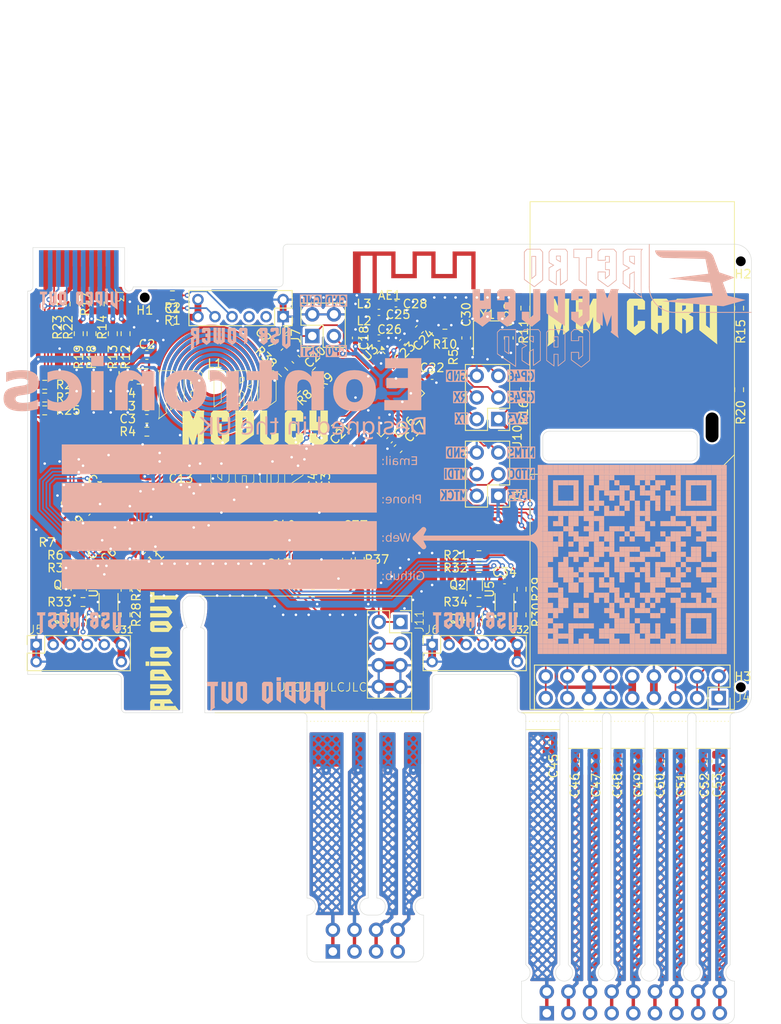
<source format=kicad_pcb>
(kicad_pcb (version 20240108) (generator "pcbnew") (generator_version "8.0")
  (layers (0 "F.Cu" signal) (31 "B.Cu" signal) (34 "B.Paste" user) (35 "F.Paste" user) (36 "B.SilkS" user "B.Silkscreen") (37 "F.SilkS" user "F.Silkscreen") (38 "B.Mask" user) (39 "F.Mask" user) (44 "Edge.Cuts" user))
  (net 0 "")
  (net 1 "Net-(AE1-A)")
  (net 2 "H1_CC1")
  (net 3 "+3V3")
  (net 4 "H1_CC2")
  (net 5 "H2_CC1")
  (net 6 "H2_CC2")
  (net 7 "Net-(C28-Pad1)")
  (net 8 "H2_D-")
  (net 9 "/MCU_H2_D-")
  (net 10 "H2_D+")
  (net 11 "/MCU_H2_D+")
  (net 12 "PDM_L")
  (net 13 "PDM_R")
  (net 14 "AUDIO_EN")
  (net 15 "Net-(J4-DAT0)")
  (net 16 "Net-(J4-CLK)")
  (net 17 "Net-(J4-DAT2)")
  (net 18 "Net-(J6-CC1)")
  (net 19 "Net-(J6-CC2)")
  (net 20 "/MCU_DVI_D2+")
  (net 21 "/MCU_DVI_D2-")
  (net 22 "/MCU_DVI_D1+")
  (net 23 "/MCU_DVI_D1-")
  (net 24 "/MCU_DVI_D0+")
  (net 25 "/MCU_DVI_D0-")
  (net 26 "/MCU_DVI_CK+")
  (net 27 "/MCU_DVI_CK-")
  (net 28 "/CEC")
  (net 29 "/DDC_SDA")
  (net 30 "/DDC_SCL")
  (net 31 "SWCLK")
  (net 32 "SWD")
  (net 33 "FSPI_CS")
  (net 34 "MCU_OSC")
  (net 35 "SPI3_CLK")
  (net 36 "FSPI_CLK")
  (net 37 "SPI3_MOSI")
  (net 38 "MCU_RUN")
  (net 39 "FSPI_D0")
  (net 40 "SPI3_MISO")
  (net 41 "SPI3_CS")
  (net 42 "FSPI_D3")
  (net 44 "GND")
  (net 45 "FSPI_D2")
  (net 46 "IRQ")
  (net 47 "FSPI_D1")
  (net 48 "H1_D+")
  (net 49 "H1_D-")
  (net 50 "VCC")
  (net 51 "Net-(U4-ILIM)")
  (net 52 "H1_PWR_EN")
  (net 53 "H2_PWR_EN")
  (net 54 "Net-(U1-FB)")
  (net 55 "Net-(U2-VREG_VOUT)")
  (net 56 "Net-(U3-LNA_IN{slash}RF)")
  (net 57 "ESP_RST")
  (net 58 "Net-(U3-XTAL_N)")
  (net 59 "Net-(C30-Pad2)")
  (net 60 "Net-(J5-VBUS)")
  (net 61 "Net-(J6-VBUS)")
  (net 62 "Net-(C36-Pad2)")
  (net 63 "Net-(U6-INL-)")
  (net 64 "Net-(U6-INL+)")
  (net 65 "Net-(U6-INR+)")
  (net 66 "Net-(C40-Pad1)")
  (net 67 "Net-(U6-INR-)")
  (net 68 "Net-(U6-C+)")
  (net 69 "Net-(U6-C-)")
  (net 70 "Net-(U6-HPVSS)")
  (net 71 "Net-(U6-HPVDD)")
  (net 72 "Net-(J8-DAT2)")
  (net 73 "Net-(J8-CD{slash}DAT3)")
  (net 74 "Net-(J8-CMD)")
  (net 75 "Net-(C48-Pad1)")
  (net 76 "Net-(J8-VDD)")
  (net 77 "Net-(J8-CLK)")
  (net 78 "Net-(C51-Pad1)")
  (net 79 "Net-(J8-DAT0)")
  (net 80 "Net-(J8-DAT1)")
  (net 81 "Net-(J5-CC1)")
  (net 82 "Net-(J5-CC2)")
  (net 83 "Net-(J2-CC1)")
  (net 84 "Net-(J2-CC2)")
  (net 85 "U0TX")
  (net 86 "Net-(U3-U0TXD{slash}PROG{slash}GPIO43)")
  (net 87 "Net-(U3-GPIO1{slash}ADC1_CH0)")
  (net 88 "Net-(U3-GPIO2{slash}ADC1_CH1)")
  (net 89 "Net-(U3-XTAL_P)")
  (net 90 "Net-(J4-CD{slash}DAT3)")
  (net 91 "Net-(J4-CMD)")
  (net 92 "Net-(U5-ILIM)")
  (net 93 "Net-(U1-SW)")
  (net 103 "MTMS")
  (net 105 "MTCK")
  (net 109 "GPIO0")
  (net 112 "GPIO45")
  (net 114 "MTDO")
  (net 115 "Net-(J4-DAT1)")
  (net 118 "U0RX")
  (net 120 "MTDI")
  (net 121 "GPIO46")
  (net 124 "Net-(U6-OUTL)")
  (net 125 "Net-(U6-OUTR)")
  (net 128 "/DVI_CK-")
  (net 129 "/DVI_CK+")
  (net 130 "/DVI_D0-")
  (net 131 "/DVI_D0+")
  (net 132 "/DVI_D1-")
  (net 133 "/DVI_D1+")
  (net 134 "/DVI_D2-")
  (net 135 "/DVI_D2+")
  (net 141 "unconnected-(J9-PadS)")
  (net 142 "unconnected-(J9-PadR1)")
  (net 143 "unconnected-(J9-PadT)")
  (net 144 "unconnected-(J9-PadR2)")
  (footprint "RMC:JankSDT" (layer "F.Cu") (at 171.125 164 180)
    (property "Reference" "J8" (hide yes))
    (property "Value" "Jank_SD_Top")
    (fp_line (start 13.125 -26.5) (end 13.125 -22.5) (stroke (width 0.05)) (layer "Edge.Cuts"))
    (fp_line (start 12.625 4.7) (end 12.625 7.025) (stroke (width 0.05)) (layer "Edge.Cuts"))
    (fp_line (start 12.625 -20.575) (end 12.625 4.7) (stroke (width 0.05)) (layer "Edge.Cuts"))
    (fp_line (start 12.417893 -20.792893) (end 12.625 -20.575) (stroke (width 0.05)) (layer "Edge.Cuts"))
    (fp_line (start 8.625 4.7) (end 8.625 7.025) (stroke (width 0.05)) (layer "Edge.Cuts"))
    (fp_line (start 8.625 4.7) (end 8.625 -20.575) (stroke (width 0.05)) (layer "Edge.Cuts"))
    (fp_line (start 8.625 -20.575) (end 8.832107 -20.792893) (stroke (width 0.05)) (layer "Edge.Cuts"))
    (fp_line (start 7.625 2.5) (end 7.625 4.825) (stroke (width 0.05)) (layer "Edge.Cuts"))
    (fp_line (start 7.625 -20.575) (end 7.625 2.5) (stroke (width 0.05)) (layer "Edge.Cuts"))
    (fp_line (start 7.417893 -20.792893) (end 7.625 -20.575) (stroke (width 0.05)) (layer "Edge.Cuts"))
    (fp_line (start 3.625 2.5) (end 3.625 4.825) (stroke (width 0.05)) (layer "Edge.Cuts"))
    (fp_line (start 3.625 2.5) (end 3.625 -20.575) (stroke (width 0.05)) (layer "Edge.Cuts"))
    (fp_line (start 3.625 -20.575) (end 3.832107 -20.792893) (stroke (width 0.05)) (layer "Edge.Cuts"))
    (fp_line (start 2.625 2.5) (end 2.625 4.825) (stroke (width 0.05)) (layer "Edge.Cuts"))
    (fp_line (start 2.625 -20.575) (end 2.625 2.5) (stroke (width 0.05)) (layer "Edge.Cuts"))
    (fp_line (start 2.417893 -20.792893) (end 2.625 -20.575) (stroke (width 0.05)) (layer "Edge.Cuts"))
    (fp_line (start -1.375 2.5) (end -1.375 4.825) (stroke (width 0.05)) (layer "Edge.Cuts"))
    (fp_line (start -1.375 2.5) (end -1.375 -20.575) (stroke (width 0.05)) (layer "Edge.Cuts"))
    (fp_line (start -1.375 -20.575) (end -1.167893 -20.792893) (stroke (width 0.05)) (layer "Edge.Cuts"))
    (fp_line (start -2.375 2.5) (end -2.375 4.825) (stroke (width 0.05)) (layer "Edge.Cuts"))
    (fp_line (start -2.375 -20.575) (end -2.375 2.5) (stroke (width 0.05)) (layer "Edge.Cuts"))
    (fp_line (start -2.582107 -20.792893) (end -2.375 -20.575) (stroke (width 0.05)) (layer "Edge.Cuts"))
    (fp_line (start -6.375 2.5) (end -6.375 4.825) (stroke (width 0.05)) (layer "Edge.Cuts"))
    (fp_line (start -6.375 2.5) (end -6.375 -20.575) (stroke (width 0.05)) (layer "Edge.Cuts"))
    (fp_line (start -6.375 -20.575) (end -6.167893 -20.792893) (stroke (width 0.05)) (layer "Edge.Cuts"))
    (fp_line (start -7.375 2.5) (end -7.375 4.825) (stroke (width 0.05)) (layer "Edge.Cuts"))
    (fp_line (start -7.375 -20.575) (end -7.375 2.5) (stroke (width 0.05)) (layer "Edge.Cuts"))
    (fp_line (start -7.582107 -20.792893) (end -7.375 -20.575) (stroke (width 0.05)) (layer "Edge.Cuts"))
    (fp_line (start -11.375 2.5) (end -11.375 4.825) (stroke (width 0.05)) (layer "Edge.Cuts"))
    (fp_line (start -11.375 2.5) (end -11.375 -20.575) (stroke (width 0.05)) (layer "Edge.Cuts"))
    (fp_line (start -11.375 -20.575) (end -11.167893 -20.792893) (stroke (width 0.05)) (layer "Edge.Cuts"))
    (fp_line (start -11.875 -26.5) (end -11.875 -22.5) (stroke (width 0.05)) (layer "Edge.Cuts"))
    (fp_arc (start 12.417893 -20.792893) (mid 12.20112 -21.882684) (end 13.125 -22.5) (stroke (width 0.05)) (layer "Edge.Cuts"))
    (fp_arc (start 12.125 -27.5) (mid 12.832107 -27.207107) (end 13.125 -26.5) (stroke (width 0.05)) (layer "Edge.Cuts"))
    (fp_arc (start 8.125 -22.5) (mid 9.04888 -21.882683) (end 8.832107 -20.792893) (stroke (width 0.05)) (layer "Edge.Cuts"))
    (fp_arc (start 7.417893 -20.792893) (mid 7.20112 -21.882684) (end 8.125 -22.5) (stroke (width 0.05)) (layer "Edge.Cuts"))
    (fp_arc (start 3.125 -22.5) (mid 4.04888 -21.882683) (end 3.832107 -20.792893) (stroke (width 0.05)) (layer "Edge.Cuts"))
    (fp_arc (start 2.417893 -20.792893) (mid 2.20112 -21.882684) (end 3.125 -22.5) (stroke (width 0.05)) (layer "Edge.Cuts"))
    (fp_arc (start -1.875 -22.5) (mid -0.95112 -21.882683) (end -1.167893 -20.792893) (stroke (width 0.05)) (layer "Edge.Cuts"))
    (fp_arc (start -2.582107 -20.792893) (mid -2.79888 -21.882683) (end -1.875 -22.5) (stroke (width 0.05)) (layer "Edge.Cuts"))
    (fp_arc (start -6.875 -22.5) (mid -5.95112 -21.882683) (end -6.167893 -20.792893) (stroke (width 0.05)) (layer "Edge.Cuts"))
    (fp_arc (start -7.582107 -20.792893) (mid -7.79888 -21.882683) (end -6.875 -22.5) (stroke (width 0.05)) (layer "Edge.Cuts"))
    (fp_arc (start -11.875 -22.5) (mid -10.95112 -21.882683) (end -11.167893 -20.792893) (stroke (width 0.05)) (layer "Edge.Cuts"))
    (fp_arc (start -11.875 -26.5) (mid -11.582107 -27.207107) (end -10.875 -27.5) (stroke (width 0.05)) (layer "Edge.Cuts"))
  )
  (footprint "Resistor_SMD:R_0603_1608Metric" (layer "F.Cu") (at 109.5 107 90)
    (property "Reference" "R14")
    (property "Value" "270")
  )
  (footprint "Resistor_SMD:R_0603_1608Metric" (layer "F.Cu") (at 107.5 110.5 90)
    (property "Reference" "R18")
    (property "Value" "270")
  )
  (footprint "Package_DFN_QFN:DFN-6-1EP_2x2mm_P0.65mm_EP1x1.6mm" (layer "F.Cu") (at 109.5 142 90)
    (property "Reference" "U4")
    (property "Value" "AP22653")
  )
  (footprint "Resistor_SMD:R_0603_1608Metric" (layer "F.Cu") (at 104 107 90)
    (property "Reference" "R23")
    (property "Value" "270")
  )
  (footprint "Resistor_SMD:R_0603_1608Metric" (layer "F.Cu") (at 111.5 143.5 90)
    (property "Reference" "R28")
    (property "Value" "33k")
  )
  (footprint "Capacitor_SMD:C_0402_1005Metric" (layer "F.Cu") (at 136 121.5 45)
    (property "Reference" "C21")
    (property "Value" "100n")
  )
  (footprint "RMC:JankUSBCB" (layer "F.Cu") (at 152.5 150.5)
    (property "Reference" "J6")
    (property "Value" "Jank_USB_C" (hide yes))
    (fp_line (start -4.5 0) (end 4.5 0) (stroke (width 0.05)) (layer "Edge.Cuts"))
  )
  (footprint "Resistor_SMD:R_0603_1608Metric" (layer "F.Cu") (at 183.55 117.075 -90)
    (property "Reference" "R20")
    (property "Value" "10k")
  )
  (footprint "Capacitor_SMD:C_0603_1608Metric" (layer "F.Cu") (at 135 133 -90)
    (property "Reference" "C38")
    (property "Value" "1u")
  )
  (footprint "Capacitor_SMD:C_0603_1608Metric" (layer "F.Cu") (at 129.5 112 -135)
    (property "Reference" "C27")
    (property "Value" "1u")
  )
  (footprint "Capacitor_SMD:C_0603_1608Metric" (layer "F.Cu") (at 169.275 160.7 90)
    (property "Reference" "C48")
    (property "Value" "100n")
  )
  (footprint "Resistor_SMD:R_0603_1608Metric" (layer "F.Cu") (at 158.45 107.5 90)
    (property "Reference" "R11")
    (property "Value" "10k")
  )
  (footprint "Capacitor_SMD:C_0603_1608Metric" (layer "F.Cu") (at 174.275 160.7 90)
    (property "Reference" "C50")
    (property "Value" "100n")
  )
  (footprint "Capacitor_SMD:C_0603_1608Metric" (layer "F.Cu") (at 114 117.5 180)
    (property "Reference" "C4")
    (property "Value" "10u")
  )
  (footprint "Capacitor_SMD:C_0603_1608Metric" (layer "F.Cu") (at 180.875 160.7 90)
    (property "Reference" "C53")
    (property "Value" "100n")
  )
  (footprint "RMC:JankUSBCB" (layer "F.Cu") (at 125 105 180)
    (property "Reference" "J2")
    (property "Value" "Jank_USB_C" (hide yes))
    (fp_line (start -4.5 0) (end 4.5 0) (stroke (width 0.05)) (layer "Edge.Cuts"))
  )
  (footprint "Resistor_SMD:R_0603_1608Metric" (layer "F.Cu") (at 117 106 180)
    (property "Reference" "R2")
    (property "Value" "5.1k")
  )
  (footprint "Capacitor_SMD:C_0402_1005Metric" (layer "F.Cu") (at 141.25 108)
    (property "Reference" "C25")
    (property "Value" "4p")
  )
  (footprint "Package_TO_SOT_SMD:SOT-523" (layer "F.Cu") (at 152.5 140 90)
    (property "Reference" "Q2")
    (property "Value" "2N7002T")
  )
  (footprint "Package_TO_SOT_SMD:SOT-523" (layer "F.Cu") (at 106 140 90)
    (property "Reference" "Q1")
    (property "Value" "2N7002T")
  )
  (footprint "Capacitor_SMD:C_0603_1608Metric" (layer "F.Cu") (at 114 113 180)
    (property "Reference" "C2")
    (property "Value" "10u")
  )
  (footprint "Capacitor_SMD:C_0603_1608Metric" (layer "F.Cu") (at 133.5 133 -90)
    (property "Reference" "C39")
    (property "Value" "1u")
  )
  (footprint "Resistor_SMD:R_0603_1608Metric" (layer "F.Cu") (at 153 136.5)
    (property "Reference" "R21")
    (property "Value" "10k")
  )
  (footprint "Capacitor_SMD:C_0603_1608Metric" (layer "F.Cu") (at 131.5 113.5 -45)
    (property "Reference" "C20")
    (property "Value" "1u")
  )
  (footprint "Capacitor_SMD:C_0402_1005Metric" (layer "F.Cu") (at 141.25 111)
    (property "Reference" "C26")
    (property "Value" "5p")
  )
  (footprint "Capacitor_SMD:C_0603_1608Metric" (layer "F.Cu") (at 137.5 137 -90)
    (property "Reference" "C35")
    (property "Value" "10u")
  )
  (footprint "Capacitor_SMD:C_0603_1608Metric" (layer "F.Cu") (at 114 120.5 180)
    (property "Reference" "C3")
    (property "Value" "22p")
  )
  (footprint "Capacitor_SMD:C_0402_1005Metric" (layer "F.Cu") (at 110.5 135 -135)
    (property "Reference" "C6")
    (property "Value" "100n")
  )
  (footprint "Capacitor_SMD:C_0603_1608Metric" (layer "F.Cu") (at 166.725 160.7 90)
    (property "Reference" "C47")
    (property "Value" "100n")
  )
  (footprint "RMC:MM_Card_20mm" (layer "F.Cu") (at 171 109.5)
    (property "Reference" "G***" (hide yes))
    (property "Value" "LOGO" (hide yes))
  )
  (footprint "RMC:JLC_Tooling_Hole" (layer "F.Cu") (at 113.75 106.25)
    (property "Reference" "H1")
    (property "Value" "ToolingHole")
  )
  (footprint "Capacitor_SMD:C_0402_1005Metric" (layer "F.Cu") (at 118.25 133.25)
    (property "Reference" "C12")
    (property "Value" "100n")
  )
  (footprint "Package_TO_SOT_SMD:SOT-523" (layer "F.Cu") (at 106 144 90)
    (property "Reference" "Q3")
    (property "Value" "2N7002T")
  )
  (footprint "Resistor_SMD:R_0603_1608Metric" (layer "F.Cu") (at 158.45 117.075 -90)
    (property "Reference" "R16")
    (property "Value" "10k")
  )
  (footprint "Capacitor_SMD:C_0603_1608Metric" (layer "F.Cu") (at 179.275 160.7 90)
    (property "Reference" "C52")
    (property "Value" "100n")
  )
  (footprint "Resistor_SMD:R_0603_1608Metric" (layer "F.Cu") (at 134 115 -135)
    (property "Reference" "R9")
    (property "Value" "100")
  )
  (footprint "Capacitor_SMD:C_0402_1005Metric" (layer "F.Cu") (at 118 125.5)
    (property "Reference" "C5")
    (property "Value" "100n")
  )
  (footprint "Capacitor_SMD:C_0402_1005Metric" (layer "F.Cu") (at 107 131.5 -135)
    (property "Reference" "C9")
    (property "Value" "100n")
  )
  (footprint "Capacitor_SMD:C_0603_1608Metric" (layer "F.Cu") (at 171.725 160.7 90)
    (property "Reference" "C49")
    (property "Value" "100n")
  )
  (footprint "Capacitor_SMD:C_0603_1608Metric" (layer "F.Cu") (at 164.275 160.7 90)
    (property "Reference" "C46")
    (property "Value" "100n")
  )
  (footprint "Package_DFN_QFN:QFN-56-1EP_7x7mm_P0.4mm_EP3.2x3.2mm" (layer "F.Cu") (at 113.5 130.5 135)
    (property "Reference" "U2")
    (property "Value" "RP2040")
  )
  (footprint "Connector_PinHeader_2.54mm:PinHeader_2x02_P2.54mm_Vertical" (layer "F.Cu") (at 133.425 110.775 90)
    (property "Reference" "J7")
    (property "Value" "Conn_02x02_Odd_Even")
  )
  (footprint "Capacitor_SMD:C_0402_1005Metric" (layer "F.Cu") (at 118 126.5)
    (property "Reference" "C13")
    (property "Value" "100n")
  )
  (footprint "RMC:JLC_Tooling_Hole" (layer "F.Cu") (at 183.75 102)
    (property "Reference" "H2")
    (property "Value" "ToolingHole")
  )
  (footprint "Capacitor_SMD:C_0603_1608Metric" (layer "F.Cu") (at 109 144.5 180)
    (property "Reference" "C31")
    (property "Value" "10u")
  )
  (footprint "Resistor_SMD:R_0603_1608Metric" (layer "F.Cu") (at 136.5 130 -90)
    (property "Reference" "R35")
    (property "Value" "2.7k")
  )
  (footprint "Resistor_SMD:R_0603_1608Metric" (layer "F.Cu") (at 114 122)
    (property "Reference" "R4")
    (property "Value" "75k")
  )
  (footprint "Resistor_SMD:R_0603_1608Metric" (layer "F.Cu") (at 106 110.5 90)
    (property "Reference" "R19")
    (property "Value" "270")
  )
  (footprint "Capacitor_SMD:C_0402_1005Metric" (layer "F.Cu") (at 147.5 115.5 180)
    (property "Reference" "C22")
    (property "Value" "100n")
  )
  (footprint "Resistor_SMD:R_0603_1608Metric" (layer "F.Cu") (at 105.5 136.5)
    (property "Reference" "R6")
    (property "Value" "27")
  )
  (footprint "Resistor_SMD:R_0603_1608Metric" (layer "F.Cu") (at 158 140.5 90)
    (property "Reference" "R29")
    (property "Value" "75k")
  )
  (footprint "RMC:JankUSBCB" (layer "F.Cu") (at 106 150.5)
    (property "Reference" "J5")
    (property "Value" "Jank_USB_C" (hide yes))
    (fp_line (start -4.5 0) (end 4.5 0) (stroke (width 0.05)) (layer "Edge.Cuts"))
  )
  (footprint "Capacitor_SMD:C_0402_1005Metric" (layer "F.Cu") (at 107.5 129 135)
    (property "Reference" "C15")
    (property "Value" "100n")
  )
  (footprint "Capacitor_SMD:C_0603_1608Metric" (layer "F.Cu") (at 151.5 111 90)
    (property "Reference" "C30")
    (property "Value" "TBD")
  )
  (footprint "Package_DFN_QFN:QFN-16-1EP_3x3mm_P0.5mm_EP1.7x1.7mm" (layer "F.Cu") (at 134.5 137 -90)
    (property "Reference" "U6")
    (property "Value" "PAM8908")
  )
  (footprint "Capacitor_SMD:C_0603_1608Metric" (layer "F.Cu") (at 156.5 111 -90)
    (property "Reference" "C29")
    (property "Value" "TBD")
  )
  (footprint "Resistor_SMD:R_0603_1608Metric" (layer "F.Cu") (at 183.55 107.5 90)
    (property "Reference" "R15")
    (property "Value" "10k")
  )
  (footprint "Resistor_SMD:R_0603_1608Metric" (layer "F.Cu") (at 150 115.5 -90)
    (property "Reference" "R5")
    (property "Value" "470")
  )
  (footprint "Resistor_SMD:R_0603_1608Metric" (layer "F.Cu") (at 105.5 107 90)
    (property "Reference" "R22")
    (property "Value" "270")
  )
  (footprint "Capacitor_SMD:C_0603_1608Metric" (layer "F.Cu") (at 131.5 137.5 -90)
    (property "Reference" "C43")
    (property "Value" "1u")
  )
  (footprint "RMC:JLC_Tooling_Hole" (layer "F.Cu") (at 183.75 152)
    (property "Reference" "H3")
    (property "Value" "ToolingHole")
  )
  (footprint "RMC:Audio_Out" (layer "F.Cu") (at 116 147.75 90)
    (property "Reference" "G***" (hide yes))
    (property "Value" "LOGO" (hide yes))
  )
  (footprint "Resistor_SMD:R_0603_1608Metric" (layer "F.Cu") (at 139 137 -90)
    (property "Reference" "R37")
    (property "Value" "75k")
  )
  (footprint "Capacitor_SMD:C_0603_1608Metric" (layer "F.Cu") (at 161.725 158.5 90)
    (property "Reference" "C45")
    (property "Value" "100n")
  )
  (footprint "Resistor_SMD:R_0603_1608Metric" (layer "F.Cu") (at 158 143.5 90)
    (property "Reference" "R30")
    (property "Value" "33k")
  )
  (footprint "Resistor_SMD:R_0603_1608Metric" (layer "F.Cu") (at 130 115 135)
    (property "Reference" "R38")
    (property "Value" "10k")
  )
  (footprint "Capacitor_SMD:C_0603_1608Metric" (layer "F.Cu") (at 133.5 130 -90)
    (property "Reference" "C41")
    (property "Value" "2.2n")
  )
  (footprint "Resistor_SMD:R_0603_1608Metric" (layer "F.Cu") (at 104.5 135)
    (property "Reference" "R7")
    (property "Value" "27")
  )
  (footprint "Resistor_SMD:R_0603_1608Metric" (layer "F.Cu") (at 110 110.5 90)
    (property "Reference" "R13")
    (property "Value" "270")
  )
  (footprint "Capacitor_SMD:C_0402_1005Metric" (layer "F.Cu") (at 138.5 111 -90)
    (property "Reference" "C18")
    (property "Value" "100n")
  )
  (footprint "Package_TO_SOT_SMD:SOT-523" (layer "F.Cu") (at 152.5 144 90)
    (property "Reference" "Q4")
    (property "Value" "2N7002T")
  )
  (footprint "Capacitor_SMD:C_0402_1005Metric" (layer "F.Cu") (at 142.5 123 45)
    (property "Reference" "C16")
    (property "Value" "100n")
  )
  (footprint "Capacitor_SMD:C_0603_1608Metric" (layer "F.Cu") (at 133.5 140)
    (property "Reference" "C42")
    (property "Value" "1u")
  )
  (footprint "Connector_PinHeader_2.54mm:PinHeader_2x03_P2.54mm_Vertical" (layer "F.Cu") (at 155.275 120.525 180)
    (property "Reference" "J10")
    (property "Value" "Conn_02x03_Odd_Even")
  )
  (footprint "Capacitor_SMD:C_0603_1608Metric" (layer "F.Cu") (at 155.5 144.5 180)
    (property "Reference" "C32")
    (property "Value" "10u")
  )
  (footprint "Package_DFN_QFN:DFN-6-1EP_2x2mm_P0.65mm_EP1x1.6mm" (layer "F.Cu") (at 156 142 90)
    (property "Reference" "U5")
    (property "Value" "AP22653")
  )
  (footprint "Capacitor_SMD:C_0402_1005Metric" (layer "F.Cu") (at 109.5 139.5)
    (property "Reference" "C33")
    (property "Value" "100n")
  )
  (footprint "Connector_PinHeader_2.54mm:PinHeader_2x03_P2.54mm_Vertical" (layer "F.Cu") (at 155.275 129.525 180)
    (property "Reference" "J1")
    (property "Value" "Conn_02x03_Odd_Even")
  )
  (footprint "Capacitor_SMD:C_0402_1005Metric" (layer "F.Cu") (at 109.5 134 -135)
    (property "Reference" "C10")
    (property "Value" "100n")
  )
  (footprint "Resistor_SMD:R_0603_1608Metric" (layer "F.Cu") (at 111.5 140.5 90)
    (property "Reference" "R27")
    (property "Value" "75k")
  )
  (footprint "Capacitor_SMD:C_0603_1608Metric" (layer "F.Cu") (at 132 133 -90)
    (property "Reference" "C40")
    (property "Value" "1u")
  )
  (footprint "Resistor_SMD:R_0603_1608Metric" (layer "F.Cu") (at 117 107.5 180)
    (property "Reference" "R1")
    (property "Value" "5.1k")
  )
  (footprint "Package_TO_SOT_SMD:SOT-563" (layer "F.Cu") (at 113.5 115.5 180)
    (property "Reference" "U1")
    (property "Value" "TLV62585PDRLR")
  )
  (footprint "Capacitor_SMD:C_0603_1608Metric" (layer "F.Cu") (at 176.725 160.7 90)
    (property "Reference" "C51")
    (property "Value" "100n")
  )
  (footprint "Package_DFN_QFN:QFN-56-1EP_7x7mm_P0.4mm_EP5.6x5.6mm" (layer "F.Cu") (at 141.5 117.5 -45)
    (property "Reference" "U3")
    (property "Value" "ESP32-S3")
  )
  (footprint "Capacitor_SMD:C_0402_1005Metric" (layer "F.Cu") (at 156 139.5)
    (property "Reference" "C34")
    (property "Value" "100n")
  )
  (footprint "Resistor_SMD:R_0603_1608Metric" (layer "F.Cu") (at 153 142)
    (property "Reference" "R34")
    (property "Value" "33k")
  )
  (footprint "Capacitor_SMD:C_0603_1608Metric" (layer "F.Cu") (at 136.5 140 180)
    (property "Reference" "C44")
    (property "Value" "1u")
  )
  (footprint "Resistor_SMD:R_0603_1608Metric" (layer "F.Cu") (at 102 118 180)
    (property "Reference" "R24")
    (property "Value" "2.2k")
  )
  (footprint "Capacitor_SMD:C_0402_1005Metric" (layer "F.Cu") (at 144 111.5 -135)
    (property "Reference" "C23")
    (property "Value" "100n")
  )
  (footprint "RMC:JankJackB" (layer "F.Cu") (at 119.5 155)
    (property "Reference" "J11")
    (property "Value" "AudioJack4")
    (fp_line (start -1.3 -12.4) (end -1.3 -12.9) (stroke (width 0.05)) (layer "Edge.Cuts"))
    (fp_line (start -1.3 -9.5) (end -1.3 0) (stroke (width 0.05)) (layer "Edge.Cuts"))
    (fp_line (start -1.153553 -13.253553) (end -0.853553 -13.553553) (stroke (width 0.05)) (layer "Edge.Cuts"))
    (fp_line (start 0.5 -13.7) (end -0.5 -13.7) (stroke (width 0.05)) (layer "Edge.Cuts"))
    (fp_line (start 0.853553 -13.553553) (end 1.153553 -13.253553) (stroke (width 0.05)) (layer "Edge.Cuts"))
    (fp_line (start 1.3 -12.4) (end 1.3 -12.9) (stroke (width 0.05)) (layer "Edge.Cuts"))
    (fp_line (start 1.3 -9.5) (end 1.3 0) (stroke (width 0.05)) (layer "Edge.Cuts"))
    (fp_arc (start -1.3 -12.9) (mid -1.26194 -13.091342) (end -1.153553 -13.253553) (stroke (width 0.05)) (layer "Edge.Cuts"))
    (fp_arc (start -1.3 -9.5) (mid -1.153284 -9.853823) (end -0.799237 -9.999999) (stroke (width 0.05)) (layer "Edge.Cuts"))
    (fp_arc (start -0.853553 -13.553553) (mid -0.691341 -13.661939) (end -0.5 -13.7) (stroke (width 0.05)) (layer "Edge.Cuts"))
    (fp_arc (start -0.799236 -10.000333) (mid -1.173475 -11.17432) (end -1.3 -12.4) (stroke (width 0.05)) (layer "Edge.Cuts"))
    (fp_arc (start 0.5 -13.7) (mid 0.691342 -13.66194) (end 0.853553 -13.553553) (stroke (width 0.05)) (layer "Edge.Cuts"))
    (fp_arc (start 0.799237 -9.999999) (mid 1.153283 -9.853823) (end 1.3 -9.5) (stroke (width 0.05)) (layer "Edge.Cuts"))
    (fp_arc (start 1.153553 -13.253553) (mid 1.261939 -13.091342) (end 1.3 -12.9) (stroke (width 0.05)) (layer "Edge.Cuts"))
    (fp_arc (start 1.3 -12.4) (mid 1.173475 -11.17432) (end 0.799236 -10.000333) (stroke (width 0.05)) (layer "Edge.Cuts"))
  )
  (footprint "Capacitor_SMD:C_0603_1608Metric" (layer "F.Cu") (at 146 110 -135)
    (property "Reference" "C24")
    (property "Value" "1u")
  )
  (footprint "RMC:1uH_12.8mm_PCB_Coil" (layer "F.Cu") (at 122 116 180)
    (property "Reference" "L1")
    (property "Value" "1uH")
  )
  (footprint "Capacitor_SMD:C_0603_1608Metric" (layer "F.Cu") (at 107.5 133 -135)
    (property "Reference" "C7")
    (property "Value" "1u")
  )
  (footprint "Resistor_SMD:R_0603_1608Metric" (layer "F.Cu") (at 106.5 138)
    (property "Reference" "R31")
    (property "Value" "33k")
  )
  (footprint "Capacitor_SMD:C_0402_1005Metric" (layer "F.Cu") (at 143.25 107)
    (property "Reference" "C28")
    (property "Value" "TBD")
  )
  (footprint "Crystal:Crystal_SMD_3225-4Pin_3.2x2.5mm" (layer "F.Cu") (at 154 111 -90)
    (property "Reference" "Y1")
    (property "Value" "40MHz")
  )
  (footprint "RF_Antenna:Texas_SWRA117D_2.4GHz_Right" (layer "F.Cu") (at 140.75 106)
    (property "Reference" "AE1")
    (property "Value" "Antenna")
  )
  (footprint "Resistor_SMD:R_0603_1608Metric" (layer "F.Cu") (at 114 119 180)
    (property "Reference" "R3")
    (property "Value" "330k")
  )
  (footprint "Resistor_SMD:R_0603_1608Metric" (layer "F.Cu") (at 102 119.5 180)
    (property "Reference" "R25")
    (property "Value" "2.2k")
  )
  (footprint "Resistor_SMD:R_0603_1608Metric" (layer "F.Cu") (at 102 116.5 180)
    (property "Reference" "R26")
    (property "Value" "33k")
  )
  (footprint "Inductor_SMD:L_0402_1005Metric" (layer "F.Cu") (at 140.75 109.5 -90)
    (property "Reference" "L2")
    (property "Value" "1.8n")
  )
  (footprint "Capacitor_SMD:C_0603_1608Metric" (layer "F.Cu") (at 143.5 124 45)
    (property "Reference" "C17")
    (property "Value" "1u")
  )
  (footprint "Capacitor_SMD:C_0402_1005Metric" (layer "F.Cu") (at 114 136.5 -135)
    (property "Reference" "C11")
    (property "Value" "100n")
  )
  (footprint "Inductor_SMD:L_0402_1005Metric" (layer "F.Cu") (at 141.25 107 180)
    (property "Reference" "L3")
    (property "Value" "TBD")
  )
  (footprint "Capacitor_SMD:C_0603_1608Metric" (layer "F.Cu") (at 117 109)
    (property "Reference" "C1")
    (property "Value" "10u")
  )
  (footprint "Capacitor_SMD:C_0603_1608Metric" (layer "F.Cu") (at 135 130 90)
    (property "Reference" "C36")
    (property "Value" "2.2n")
  )
  (footprint "Resistor_SMD:R_0603_1608Metric" (layer "F.Cu") (at 106.5 142)
    (property "Reference" "R33")
    (property "Value" "33k")
  )
  (footprint "Resistor_SMD:R_0603_1608Metric" (layer "F.Cu") (at 132 130 -90)
    (property "Reference" "R36")
    (property "Value" "2.7k")
  )
  (footprint "Resistor_SMD:R_0603_1608Metric" (layer "F.Cu") (at 153 138)
    (property "Reference" "R32")
    (property "Value" "33k")
  )
  (footprint "Resistor_SMD:R_0603_1608Metric" (layer "F.Cu") (at 111.5 110.5 90)
    (property "Reference" "R12")
    (property "Value" "270")
  )
  (footprint "Resistor_SMD:R_0603_1608Metric" (layer "F.Cu") (at 108 107 90)
    (property "Reference" "R17")
    (property "Value" "270")
  )
  (footprint "RMC:JankSDB" (layer "F.Cu") (at 171 127 180)
    (property "Reference" "J4")
    (property "Value" "Jank_SD")
    (fp_line (start 10.5 4.3) (end 10.5 2.3) (stroke (width 0.05)) (layer "Edge.Cuts"))
    (fp_line (start 9.75 1.55) (end -6.875 1.55) (stroke (width 0.05)) (layer "Edge.Cuts"))
    (fp_line (start -6.875 5.05) (end 9.75 5.05) (stroke (width 0.05)) (layer "Edge.Cuts"))
    (fp_line (start -7.625 2.3) (end -7.625 4.3) (stroke (width 0.05)) (layer "Edge.Cuts"))
    (fp_arc (start 10.5 4.3) (mid 10.28033 4.83033) (end 9.75 5.05) (stroke (width 0.05)) (layer "Edge.Cuts"))
    (fp_arc (start 9.75 1.55) (mid 10.28033 1.76967) (end 10.5 2.3) (stroke (width 0.05)) (layer "Edge.Cuts"))
    (fp_arc (start -6.875 5.05) (mid -7.40533 4.83033) (end -7.625 4.3) (stroke (width 0.05)) (layer "Edge.Cuts"))
    (fp_arc (start -7.625 2.3) (mid -7.40533 1.76967) (end -6.875 1.55) (stroke (width 0.05)) (layer "Edge.Cuts"))
  )
  (footprint "Resistor_SMD:R_0603_1608Metric" (layer "F.Cu") (at 131.5 117 -135)
    (property "Reference" "R8")
    (property "Value" "100")
  )
  (footprint "RMC:RMC_20mm" (layer "F.Cu") (at 125.25 121.75)
    (property "Reference" "G***" (hide yes))
    (property "Value" "LOGO" (hide yes))
  )
  (footprint "Capacitor_SMD:C_0603_1608Metric" (layer "F.Cu") (at 136.5 133 -90)
    (property "Reference" "C37")
    (property "Value" "1u")
  )
  (footprint "Resistor_SMD:R_0603_1608Metric" (layer "F.Cu") (at 149 110.5 180)
    (property "Reference" "R10")
    (property "Value" "0")
  )
  (footprint "Capacitor_SMD:C_0603_1608Metric" (layer "F.Cu") (at 105.5 131 45)
    (property "Reference" "C8")
    (property "Value" "1u")
  )
  (footprint "Capacitor_SMD:C_0402_1005Metric" (layer "F.Cu") (at 110.25 125.5 135)
    (property "Reference" "C14")
    (property "Value" "100n")
  )
  (footprint "RMC:PBMI" (layer "B.Cu") (at 106 105 90)
    (property "Reference" "J3")
    (property "Value" "~")
    (fp_line (start 4.6105 -5.384978) (end 0 -5.384978) (stroke (width 0.05)) (layer "Edge.Cuts"))
    (fp_line (start 4.6105 -5.384978) (end 4.6105 5.385022) (stroke (width 0.05)) (layer "Edge.Cuts"))
    (fp_line (start 4.6105 5.385022) (end 0 5.385022) (stroke (width 0.05)) (layer "Edge.Cuts"))
  )
  (footprint "RMC:Audio_Out" (layer "B.Cu") (at 128 152.979477 180)
    (property "Reference" "G***" (hide yes))
    (property "Value" "LOGO" (hide yes))
  )
  (footprint "RMC:JankJackT" (layer "B.Cu") (at 146.5 158.75 -90)
    (property "Reference" "J9" (hide yes))
    (property "Value" "AudioJack4")
    (fp_line (start 18 13.7) (end -1.75 13.7) (stroke (width 0.05)) (layer "Edge.Cuts"))
    (fp_line (start 24.5 13.7) (end 20 13.7) (stroke (width 0.05)) (layer "Edge.Cuts"))
    (fp_line (start 25.5 12.7) (end 25.5 1) (stroke (width 0.05)) (layer "Edge.Cuts"))
    (fp_line (start 18 6.5) (end -1.75 6.5) (stroke (width 0.05)) (layer "Edge.Cuts"))
    (fp_line (start 20 6.5) (end 20 5.5) (stroke (width 0.05)) (layer "Edge.Cuts"))
    (fp_line (start 18 5.5) (end -1.75 5.5) (stroke (width 0.05)) (layer "Edge.Cuts"))
    (fp_line (start 18 0) (end -1.75 0) (stroke (width 0.05)) (layer "Edge.Cuts"))
    (fp_line (start 24.5 0) (end 20 0) (stroke (width 0.05)) (layer "Edge.Cuts"))
    (fp_arc (start 18 13.7) (mid 19 12.7) (end 20 13.7) (stroke (width 0.05)) (layer "Edge.Cuts"))
    (fp_arc (start 25.5 12.7) (mid 25.207107 13.407107) (end 24.5 13.7) (stroke (width 0.05)) (layer "Edge.Cuts"))
    (fp_arc (start 20 6.5) (mid 19 7.5) (end 18 6.5) (stroke (width 0.05)) (layer "Edge.Cuts"))
    (fp_arc (start 18 5.5) (mid 19 4.5) (end 20 5.5) (stroke (width 0.05)) (layer "Edge.Cuts"))
    (fp_arc (start 20 0) (mid 19 1) (end 18 0) (stroke (width 0.05)) (layer "Edge.Cuts"))
    (fp_arc (start 24.5 0) (mid 25.207107 0.292893) (end 25.5 1) (stroke (width 0.05)) (layer "Edge.Cuts"))
  )
  (footprint "RMC:Usb_Host_10mm" (layer "B.Cu") (at 152.5 144.5 180)
    (property "Reference" "G***" (hide yes))
    (property "Value" "LOGO" (hide yes))
  )
  (footprint "RMC:Mini-Eon-Logo" (layer "B.Cu") (at 179 104 180)
    (property "Reference" "REF**" (hide yes))
    (property "Value" "Mini-Eon-Logo")
  )
  (footprint "RMC:Example_QR_Code_22mm" (layer "B.Cu") (at 171 137 180)
    (property "Reference" "QR*****" (hide yes))
    (property "Value" "Example_QR_Code_22mm" (hide yes))
  )
  (footprint "RMC:Video_Out_10mm" (layer "B.Cu") (at 106 106.5 180)
    (property "Reference" "G***" (hide yes))
    (property "Value" "LOGO" (hide yes))
  )
  (footprint "RMC:RMC_20mm" (layer "B.Cu") (at 162.25 107.5 180)
    (property "Reference" "G***" (hide yes))
    (property "Value" "LOGO" (hide yes))
  )
  (footprint "RMC:Usb_Power_12mm" (layer "B.Cu") (at 125 111.1 180)
    (property "Reference" "G***" (hide yes))
    (property "Value" "LOGO" (hide yes))
  )
  (footprint "RMC:Usb_Host_10mm" (layer "B.Cu") (at 106 144.5 180)
    (property "Reference" "G***" (hide yes))
    (property "Value" "LOGO" (hide yes))
  )
  (gr_line (start 140.75 106) (end 140.75 109) (stroke (width 0.5)) (layer "F.Cu") (net 1))
  (gr_line (start 142 111) (end 142.381 111) (stroke (width 0.33)) (layer "F.Cu") (net 44))
  (gr_circle (center 141.5 117.5) (end 142.25 117.5) (fill solid) (layer "B.Cu") (net 3))
  (gr_line (start 185 108) (end 176 108) (stroke (width 0.1)) (layer "B.SilkS"))
  (gr_rect (start 104 128) (end 141 131.5) (fill solid) (layer "B.SilkS"))
  (gr_rect (start 104 137) (end 141 140.5) (fill solid) (layer "B.SilkS"))
  (gr_arc (start 158.7 134.5) (mid 159.76066 134.93934) (end 160.2 136) (stroke (width 0.6)) (layer "B.SilkS"))
  (gr_line (start 145.5 134.5) (end 146.5 135.5) (stroke (width 0.6)) (layer "B.SilkS"))
  (gr_line (start 173 100) (end 173 105) (stroke (width 0.1)) (layer "B.SilkS"))
  (gr_arc (start 176 108) (mid 173.87868 107.12132) (end 173 105) (stroke (width 0.1)) (layer "B.SilkS"))
  (gr_arc (start 160.2 133) (mid 159.76066 134.06066) (end 158.7 134.5) (stroke (width 0.6)) (layer "B.SilkS"))
  (gr_line (start 146 134.5) (end 146.5 133.5) (stroke (width 0.6)) (layer "B.SilkS"))
  (gr_line (start 146.5 135.5) (end 146 134.5) (stroke (width 0.6)) (layer "B.SilkS"))
  (gr_rect (start 104 123.5) (end 141 127) (fill solid) (layer "B.SilkS"))
  (gr_line (start 145.5 134.5) (end 160 134.5) (stroke (width 0.6)) (layer "B.SilkS"))
  (gr_line (start 145.5 134.5) (end 146.5 133.5) (stroke (width 0.6)) (layer "B.SilkS"))
  (gr_rect (start 104 132.5) (end 141 136) (fill solid) (layer "B.SilkS"))
  (gr_line (start 182.5 159.175) (end 178.5 159.175) (stroke (width 0.1)) (layer "F.SilkS"))
  (gr_line (start 173.5 156) (end 177.5 156) (stroke (width 0.1) (type dot)) (layer "F.SilkS"))
  (gr_line (start 158.5 156) (end 162.5 156) (stroke (width 0.1) (type dot)) (layer "F.SilkS"))
  (gr_line (start 167.5 159.175) (end 163.5 159.175) (stroke (width 0.1)) (layer "F.SilkS"))
  (gr_line (start 168.5 156) (end 172.5 156) (stroke (width 0.1) (type dot)) (layer "F.SilkS"))
  (gr_line (start 172.5 159.175) (end 168.5 159.175) (stroke (width 0.1)) (layer "F.SilkS"))
  (gr_line (start 162.5 156.975) (end 158.5 156.975) (stroke (width 0.1)) (layer "F.SilkS"))
  (gr_line (start 158 155) (end 183 155) (stroke (width 0.1)) (layer "F.SilkS"))
  (gr_line (start 178.5 156) (end 182.5 156) (stroke (width 0.1) (type dot)) (layer "F.SilkS"))
  (gr_line (start 141 156) (end 146.5 156) (stroke (width 0.1) (type dot)) (layer "F.SilkS"))
  (gr_line (start 132.8 156) (end 140 156) (stroke (width 0.1) (type dot)) (layer "F.SilkS"))
  (gr_line (start 177.5 159.175) (end 173.5 159.175) (stroke (width 0.1)) (layer "F.SilkS"))
  (gr_line (start 163.5 156) (end 167.5 156) (stroke (width 0.1) (type dot)) (layer "F.SilkS"))
  (gr_line (start 122 155) (end 147 155) (stroke (width 0.1)) (layer "F.SilkS"))
  (gr_arc (start 172.5 155.5) (mid 173 155) (end 173.5 155.5) (stroke (width 0.05)) (layer "Edge.Cuts"))
  (gr_arc (start 147.5 154.5) (mid 147.353553 154.853553) (end 147 155) (stroke (width 0.05)) (layer "Edge.Cuts"))
  (gr_line (start 140 157) (end 140 155.5) (stroke (width 0.05)) (layer "Edge.Cuts"))
  (gr_line (start 157.5 151) (end 157.5 154.5) (stroke (width 0.05)) (layer "Edge.Cuts"))
  (gr_arc (start 167.5 155.5) (mid 168 155) (end 168.5 155.5) (stroke (width 0.05)) (layer "Edge.Cuts"))
  (gr_arc (start 162.5 155.5) (mid 163 155) (end 163.5 155.5) (stroke (width 0.05)) (layer "Edge.Cuts"))
  (gr_line (start 168.5 155.5) (end 168.5 159.175) (stroke (width 0.05)) (layer "Edge.Cuts"))
  (gr_arc (start 111.5 155) (mid 111.146447 154.853553) (end 111 154.5) (stroke (width 0.05)) (layer "Edge.Cuts"))
  (gr_arc (start 147.5 151) (mid 147.646447 150.646447) (end 148 150.5) (stroke (width 0.05)) (layer "Edge.Cuts"))
  (gr_arc (start 157 150.5) (mid 157.353553 150.646447) (end 157.5 151) (stroke (width 0.05)) (layer "Edge.Cuts"))
  (gr_arc (start 130 100.5) (mid 130.146447 100.146447) (end 130.5 100) (stroke (width 0.05)) (layer "Edge.Cuts"))
  (gr_line (start 162.5 155.5) (end 162.5 156.975) (stroke (width 0.05)) (layer "Edge.Cuts"))
  (gr_line (start 111 151) (end 111 154.5) (stroke (width 0.05)) (layer "Edge.Cuts"))
  (gr_line (start 146.5 157) (end 146.5 155.5) (stroke (width 0.05)) (layer "Edge.Cuts"))
  (gr_line (start 100.114978 105.5) (end 100 105.5) (stroke (width 0.05)) (layer "Edge.Cuts"))
  (gr_line (start 111.5 155) (end 118.2 155) (stroke (width 0.05)) (layer "Edge.Cuts"))
  (gr_arc (start 140 155.5) (mid 140.5 155) (end 141 155.5) (stroke (width 0.05)) (layer "Edge.Cuts"))
  (gr_line (start 147.5 151) (end 147.5 154.5) (stroke (width 0.05)) (layer "Edge.Cuts"))
  (gr_line (start 185 102) (end 185 153) (stroke (width 0.05)) (layer "Edge.Cuts"))
  (gr_line (start 158.5 155.5) (end 158.5 156.975) (stroke (width 0.05)) (layer "Edge.Cuts"))
  (gr_line (start 117 105) (end 112.385022 105) (stroke (width 0.05)) (layer "Edge.Cuts"))
  (gr_line (start 172.5 155.5) (end 172.5 159.175) (stroke (width 0.05)) (layer "Edge.Cuts"))
  (gr_arc (start 158 155) (mid 158.353553 155.146447) (end 158.5 155.5) (stroke (width 0.05)) (layer "Edge.Cuts"))
  (gr_arc (start 183 100) (mid 184.414214 100.585786) (end 185 102) (stroke (width 0.05)) (layer "Edge.Cuts"))
  (gr_arc (start 132.3 155) (mid 132.653553 155.146447) (end 132.8 155.5) (stroke (width 0.05)) (layer "Edge.Cuts"))
  (gr_line (start 178.5 155.5) (end 178.5 159.175) (stroke (width 0.05)) (layer "Edge.Cuts"))
  (gr_line (start 141 157) (end 141 155.5) (stroke (width 0.05)) (layer "Edge.Cuts"))
  (gr_line (start 120.5 105) (end 117 105) (stroke (width 0.05)) (layer "Edge.Cuts"))
  (gr_arc (start 100.614978 105) (mid 100.468531 105.353553) (end 100.114978 105.5) (stroke (width 0.05)) (layer "Edge.Cuts"))
  (gr_line (start 132.3 155) (end 120.8 155) (stroke (width 0.05)) (layer "Edge.Cuts"))
  (gr_line (start 163.5 155.5) (end 163.5 159.175) (stroke (width 0.05)) (layer "Edge.Cuts"))
  (gr_arc (start 110.5 150.5) (mid 110.853553 150.646447) (end 111 151) (stroke (width 0.05)) (layer "Edge.Cuts"))
  (gr_arc (start 185 153) (mid 184.414214 154.414214) (end 183 155) (stroke (width 0.05)) (layer "Edge.Cuts"))
  (gr_line (start 100 150.5) (end 100 105.5) (stroke (width 0.05)) (layer "Edge.Cuts"))
  (gr_line (start 173.5 155.5) (end 173.5 159.175) (stroke (width 0.05)) (layer "Edge.Cuts"))
  (gr_arc (start 177.5 155.5) (mid 178 155) (end 178.5 155.5) (stroke (width 0.05)) (layer "Edge.Cuts"))
  (gr_line (start 182 191.5) (end 159 191.5) (stroke (width 0.05)) (layer "Edge.Cuts"))
  (gr_arc (start 146.5 155.5) (mid 146.646447 155.146447) (end 147 155) (stroke (width 0.05)) (layer "Edge.Cuts"))
  (gr_line (start 182.5 155.5) (end 182.5 159.175) (stroke (width 0.05)) (layer "Edge.Cuts"))
  (gr_arc (start 112.385022 105) (mid 111.885022 105.5) (end 111.385022 105) (stroke (width 0.05)) (layer "Edge.Cuts"))
  (gr_line (start 130 104.5) (end 130 100.5) (stroke (width 0.05)) (layer "Edge.Cuts"))
  (gr_line (start 132.8 157) (end 132.8 155.5) (stroke (width 0.05)) (layer "Edge.Cuts"))
  (gr_arc (start 158 155) (mid 157.646447 154.853553) (end 157.5 154.5) (stroke (width 0.05)) (layer "Edge.Cuts"))
  (gr_line (start 177.5 155.5) (end 177.5 159.175) (stroke (width 0.05)) (layer "Edge.Cuts"))
  (gr_line (start 167.5 155.5) (end 167.5 159.175) (stroke (width 0.05)) (layer "Edge.Cuts"))
  (gr_arc (start 182.5 155.5) (mid 182.646447 155.146447) (end 183 155) (stroke (width 0.05)) (layer "Edge.Cuts"))
  (gr_line (start 101.5 150.5) (end 100 150.5) (stroke (width 0.05)) (layer "Edge.Cuts"))
  (gr_line (start 130.5 100) (end 183 100) (stroke (width 0.05)) (layer "Edge.Cuts"))
  (gr_arc (start 130 104.5) (mid 129.853553 104.853553) (end 129.5 105) (stroke (width 0.05)) (layer "Edge.Cuts"))
  (gr_text "MTMS" (at 156.25 124.5 0) (layer "B.SilkS" knockout) (effects (font (size 1 0.8) (thickness 0.2) (bold yes)) (justify right mirror)))
  (gr_text "Designed in the UK" (at 147 121.5 0) (layer "B.SilkS") (effects (font (size 2 2) (thickness 0.1)) (justify left mirror)))
  (gr_text "MTCK" (at 151.75 129.5 0) (layer "B.SilkS" knockout) (effects (font (size 1 0.8) (thickness 0.2) (bold yes)) (justify left mirror)))
  (gr_text "Github:" (at 141.5 139 0) (layer "B.SilkS") (effects (font (size 1 1) (thickness 0.1)) (justify right mirror)))
  (gr_text "GND" (at 136.25 107.25 0) (layer "B.SilkS" knockout) (effects (font (size 1 0.8) (thickness 0.2) (bold yes)) (justify bottom mirror)))
  (gr_text "Web:" (at 141.5 134.5 0) (layer "B.SilkS") (effects (font (size 1 1) (thickness 0.1)) (justify right mirror)))
  (gr_text "RX" (at 151.75 118 0) (layer "B.SilkS" knockout) (effects (font (size 1 0.8) (thickness 0.2) (bold yes)) (justify left mirror)))
  (gr_text "GND" (at 151.75 124.5 0) (layer "B.SilkS" knockout) (effects (font (size 1 0.8) (thickness 0.2) (bold yes)) (justify left mirror)))
  (gr_text "3V3" (at 156.25 120.5 0) (layer "B.SilkS" knockout) (effects (font (size 1 0.8) (thickness 0.2) (bold yes)) (justify right mirror)))
  (gr_text "GND" (at 151.75 115.5 0) (layer "B.SilkS" knockout) (effects (font (size 1 0.8) (thickness 0.2) (bold yes)) (justify left mirror)))
  (gr_text "Eontronics" (at 147 117 0) (layer "B.SilkS") (effects (font (size 6 6) (thickness 0.1)) (justify left mirror)))
  (gr_text "GP45" (at 156.25 118 0) (layer "B.SilkS" knockout) (effects (font (size 1 0.8) (thickness 0.2) (bold yes)) (justify right mirror)))
  (gr_text "Email:" (at 141.5 125.5 0) (layer "B.SilkS") (effects (font (size 1 1) (thickness 0.1)) (justify right mirror)))
  (gr_text "MTDI" (at 151.75 127 0) (layer "B.SilkS" knockout) (effects (font (size 1 0.8) (thickness 0.2) (bold yes)) (justify left mirror)))
  (gr_text "3V3" (at 156.25 129.5 0) (layer "B.SilkS" knockout) (effects (font (size 1 0.8) (thickness 0.2) (bold yes)) (justify right mirror)))
  (gr_text "Phone:" (at 141.5 130 0) (layer "B.SilkS") (effects (font (size 1 1) (thickness 0.1)) (justify right mirror)))
  (gr_text "TX\n" (at 151.75 120.5 0) (layer "B.SilkS" knockout) (effects (font (size 1 0.8) (thickness 0.2) (bold yes)) (justify left mirror)))
  (gr_text "MTDO" (at 156.25 127 0) (layer "B.SilkS" knockout) (effects (font (size 1 0.8) (thickness 0.2) (bold yes)) (justify right mirror)))
  (gr_text "GND" (at 133.25 107.25 0) (layer "B.SilkS" knockout) (effects (font (size 1 0.8) (thickness 0.2) (bold yes)) (justify bottom mirror)))
  (gr_text "GP46" (at 156.25 115.5 0) (layer "B.SilkS" knockout) (effects (font (size 1 0.8) (thickness 0.2) (bold yes)) (justify right mirror)))
  (gr_text "GP0" (at 136.25 112 0) (layer "B.SilkS" knockout) (effects (font (size 1 0.8) (thickness 0.2) (bold yes)) (justify top mirror)))
  (gr_text "RST" (at 133.25 112 0) (layer "B.SilkS" knockout) (effects (font (size 1 0.8) (thickness 0.2) (bold yes)) (justify top mirror)))
  (gr_text "JLCJLCJLCJLC" (at 129.5 152 0) (layer "F.SilkS") (effects (font (size 1 1) (thickness 0.1)) (justify left)))
  (segment (start 153.979636 140.229636) (end 154.224 139.985272) (width 0.2) (layer "F.Cu") (net 2))
  (segment (start 154.224 139.654728) (end 154.224 139.178886) (width 0.2) (layer "F.Cu") (net 2))
  (segment (start 153.825 140.384272) (end 153.979636 140.229636) (width 0.2) (layer "F.Cu") (net 2))
  (segment (start 107.387142 127.498411) (end 109.513686 129.624955) (width 0.2) (layer "F.Cu") (net 2))
  (segment (start 153 144.645) (end 153 145.5) (width 0.2) (layer "F.Cu") (net 2))
  (segment (start 155.652886 137.75) (end 155.75 137.75) (width 0.2) (layer "F.Cu") (net 2))
  (segment (start 153.825 142) (end 153.825 140.384272) (width 0.2) (layer "F.Cu") (net 2))
  (segment (start 107.000518 127.498411) (end 107.387142 127.498411) (width 0.2) (layer "F.Cu") (net 2))
  (segment (start 153.75 143.25) (end 153.75 142.075) (width 0.2) (layer "F.Cu") (net 2))
  (segment (start 154.224 139.985272) (end 154.224 139.654728) (width 0.2) (layer "F.Cu") (net 2))
  (segment (start 153.75 142.075) (end 153.825 142) (width 0.2) (layer "F.Cu") (net 2))
  (segment (start 154.224 139.178886) (end 155.652886 137.75) (width 0.2) (layer "F.Cu") (net 2))
  (via (at 107.000518 127.498411) (size 0.6) (drill 0.3) (layers "F.Cu" "B.Cu") (net 2))
  (via (at 155.75 137.75) (size 0.6) (drill 0.3) (layers "F.Cu" "B.Cu") (net 2))
  (via (at 153 145.5) (size 0.6) (drill 0.3) (layers "F.Cu" "B.Cu") (net 2))
  (via (at 153.75 143.25) (size 0.6) (drill 0.3) (layers "F.Cu" "B.Cu") (net 2))
  (segment (start 153.75 143.25) (end 153 144) (width 0.2) (layer "B.Cu") (net 2))
  (segment (start 102.596 130.696) (end 108.253 136.353) (width 0.2) (layer "B.Cu") (net 2))
  (segment (start 146.045192 137.652) (end 154.000886 137.652) (width 0.2) (layer "B.Cu") (net 2))
  (segment (start 155.151 137.151) (end 155.75 137.75) (width 0.2) (layer "B.Cu") (net 2))
  (segment (start 154.000886 137.652) (end 154.501886 137.151) (width 0.2) (layer "B.Cu") (net 2))
  (segment (start 113.651808 138.849) (end 128.784728 138.849) (width 0.2) (layer "B.Cu") (net 2))
  (segment (start 110.563386 137.652) (end 112.454808 137.652) (width 0.2) (layer "B.Cu") (net 2))
  (segment (start 109.264386 136.353) (end 110.563386 137.652) (width 0.2) (layer "B.Cu") (net 2))
  (segment (start 154.501886 137.151) (end 155.151 137.151) (width 0.2) (layer "B.Cu") (net 2))
  (segment (start 106.998929 127.5) (end 103.25 127.5) (width 0.2) (layer "B.Cu") (net 2))
  (segment (start 142.545192 141.152) (end 146.045192 137.652) (width 0.2) (layer "B.Cu") (net 2))
  (segment (start 128.784728 138.849) (end 131.087728 141.152) (width 0.2) (layer "B.Cu") (net 2))
  (segment (start 112.454808 137.652) (end 113.651808 138.849) (width 0.2) (layer "B.Cu") (net 2))
  (segment (start 108.253 136.353) (end 109.264386 136.353) (width 0.2) (layer "B.Cu") (net 2))
  (segment (start 153 144) (end 153 145.5) (width 0.2) (layer "B.Cu") (net 2))
  (segment (start 107.000518 127.498411) (end 106.998929 127.5) (width 0.2) (layer "B.Cu") (net 2))
  (segment (start 103.25 127.5) (end 102.596 128.154) (width 0.2) (layer "B.Cu") (net 2))
  (segment (start 102.596 128.154) (end 102.596 130.696) (width 0.2) (layer "B.Cu") (net 2))
  (segment (start 131.087728 141.152) (end 142.545192 141.152) (width 0.2) (layer "B.Cu") (net 2))
  (segment (start 115.824 122.611498) (end 115.5 122.935498) (width 0.8) (layer "F.Cu") (net 3))
  (segment (start 182.776 129.049) (end 182.776 117.024) (width 0.2) (layer "F.Cu") (net 3))
  (segment (start 106.756605 131.160589) (end 106.048008 130.451992) (width 0.2) (layer "F.Cu") (net 3))
  (segment (start 107.339411 131.160589) (end 107.428822 131.25) (width 0.2) (layer "F.Cu") (net 3))
  (segment (start 105.4 127.997114) (end 106.742297 129.339411) (width 0.2) (layer "F.Cu") (net 3))
  (segment (start 115.789258 127.927899) (end 116.165754 127.551403) (width 0.2) (layer "F.Cu") (net 3))
  (segment (start 105.5 140.645) (end 105.5 141.825) (width 0.2) (layer "F.Cu") (net 3))
  (segment (start 152.000831 132.25) (end 144.048008 124.297177) (width 0.4) (layer "F.Cu") (net 3))
  (segment (start 156.524 128.276) (end 156.524 121.774) (width 0.4) (layer "F.Cu") (net 3))
  (segment (start 129.977843 116.188883) (end 130.583363 115.583363) (width 0.4) (layer "F.Cu") (net 3))
  (segment (start 140.624955 113.512272) (end 140.624955 113.513686) (width 0.2) (layer "F.Cu") (net 3))
  (segment (start 114.775 117.5) (end 114.775 117.175) (width 0.4) (layer "F.Cu") (net 3))
  (segment (start 111.776427 127.362214) (end 111.051459 126.637246) (width 0.2) (layer "F.Cu") (net 3))
  (segment (start 139.772792 113.227208) (end 140.339891 113.227208) (width 0.2) (layer "F.Cu") (net 3))
  (segment (start 102.260199 120.673) (end 105.4 123.812801) (width 0.2) (layer "F.Cu") (net 3))
  (segment (start 143.851992 123.451992) (end 144.048008 123.451992) (width 0.4) (layer "F.Cu") (net 3))
  (segment (start 115.824 121.388502) (end 115.824 122.611498) (width 0.8) (layer "F.Cu") (net 3))
  (segment (start 152.175 136.5) (end 152.175 132.5) (width 0.2) (layer "F.Cu") (net 3))
  (segment (start 152.175 132.325) (end 152.25 132.25) (width 0.2) (layer "F.Cu") (net 3))
  (segment (start 115.25 116.7) (end 115.25 116.5) (width 0.4) (layer "F.Cu") (net 3))
  (segment (start 183.55 108.325) (end 183.55 116.25) (width 0.2) (layer "F.Cu") (net 3))
  (segment (start 152 144.645) (end 152 142.175) (width 0.2) (layer "F.Cu") (net 3))
  (segment (start 158.45 108.325) (end 158.4 108.375) (width 0.2) (layer "F.Cu") (net 3))
  (segment (start 158.4 108.375) (end 158.4 116.2) (width 0.2) (layer "F.Cu") (net 3))
  (segment (start 101.175 119.5) (end 101.175 118) (width 0.2) (layer "F.Cu") (net 3))
  (segment (start 157.676 116.924) (end 157.676 118.124) (width 0.2) (layer "F.Cu") (net 3))
  (segment (start 105.5 144.645) (end 105.5 142.175) (width 0.2) (layer "F.Cu") (net 3))
  (segment (start 130.583363 115.512653) (end 132.048008 114.048008) (width 0.4) (layer "F.Cu") (net 3))
  (segment (start 156.849 131.099) (end 180.726 131.099) (width 0.2) (layer "F.Cu") (net 3))
  (segment (start 152.175 132.5) (end 152.175 132.325) (width 0.2) (layer "F.Cu") (net 3))
  (segment (start 144.920629 116.05927) (end 145.549488 115.430411) (width 0.2) (layer "F.Cu") (net 3))
  (segment (start 107.339411 131.160589) (end 106.756605 131.160589) (width 0.2) (layer "F.Cu") (net 3))
  (segment (start 143 112.5) (end 143 112.888731) (width 0.2) (layer "F.Cu") (net 3))
  (segment (start 102.7375 116.5) (end 102.825 116.5) (width 0.2) (layer "F.Cu") (net 3))
  (segment (start 158.45 116.25) (end 158.35 116.25) (width 0.2) (layer "F.Cu") (net 3))
  (segment (start 152 140.645) (end 152 141.825) (width 0.2) (layer "F.Cu") (net 3))
  (segment (start 116 123.993) (end 123.507 123.993) (width 0.4) (layer "F.Cu") (net 3))
  (segment (start 139.772792 113.227208) (end 138.545584 112) (width 0.2) (layer "F.Cu") (net 3))
  (segment (start 143.660589 111.839411) (end 144.521845 111.839411) (width 0.2) (layer "F.Cu") (net 3))
  (segment (start 110.25 133.25) (end 110.25 132.901471) (width 0.2) (layer "F.Cu") (net 3))
  (segment (start 105.5 141.825) (end 105.675 142) (width 0.2) (layer "F.Cu") (net 3))
  (segment (start 109.012256 135.349) (end 109.839411 134.521845) (width 0.2) (layer "F.Cu") (net 3))
  (segment (start 152 138.175) (end 152.175 138) (width 0.2) (layer "F.Cu") (net 3))
  (segment (start 142.823045 112.5) (end 142.092202 113.230843) (width 0.2) (layer "F.Cu") (net 3))
  (segment (start 114.775 117.175) (end 115.25 116.7) (width 0.4) (layer "F.Cu") (net 3))
  (segment (start 155.25 132.25) (end 162.089 139.089) (width 0.4) (layer "F.Cu") (net 3))
  (segment (start 144.521845 111.839411) (end 145.451992 110.909264) (width 0.2) (layer "F.Cu") (net 3))
  (segment (start 180.726 131.099) (end 182.776 129.049) (width 0.2) (layer "F.Cu") (net 3))
  (segment (start 116.498597 127.551403) (end 117.52 126.53) (width 0.2) (layer "F.Cu") (net 3))
  (segment (start 114.825 117.55) (end 114.775 117.5) (width 0.8) (layer "F.Cu") (net 3))
  (segment (start 152 141.825) (end 152.175 142) (width 0.2) (layer "F.Cu") (net 3))
  (segment (start 162.089 139.089) (end 162.089 151.205353) (width 0.4) (layer "F.Cu") (net 3))
  (segment (start 138.545584 112) (end 138.5 112) (width 0.2) (layer "F.Cu") (net 3))
  (segment (start 143 112.888731) (end 142.375045 113.513686) (width 0.2) (layer "F.Cu") (net 3))
  (segment (start 171 152) (end 171 150.73) (width 0.9) (layer "F.Cu") (net 3))
  (segment (start 117.664213 133.25) (end 117.77 133.25) (width 0.2) (layer "F.Cu") (net 3))
  (segment (start 162.883647 152) (end 171 152) (width 0.4) (layer "F.Cu") (net 3))
  (segment (start 105.5 140.645) (end 105.5 138.175) (width 0.2) (layer "F.Cu") (net 3))
  (segment (start 162.089 151.205353) (end 162.883647 152) (width 0.4) (layer "F.Cu") (net 3))
  (segment (start 106.326 137.274) (end 106.737234 137.274) (width 0.2) (layer "F.Cu") (net 3))
  (segment (start 142.839411 122.660589) (end 142.839411 122.516366) (width 0.2) (layer "F.Cu") (net 3))
  (segment (start 102.247494 120.673) (end 102.260199 120.673) (width 0.2) (layer "F.Cu") (net 3))
  (segment (start 142.839411 122.660589) (end 142.964411 122.660589) (width 0.4) (layer "F.Cu") (net 3))
  (segment (start 152.000831 132.25) (end 152.000831 132.325831) (width 0.2) (layer "F.Cu") (net 3))
  (segment (start 110.25 132.901471) (end 110.645056 132.506415) (width 0.2) (layer "F.Cu") (net 3))
  (segment (start 152.25 132.25) (end 152.000831 132.25) (width 0.4) (layer "F.Cu") (net 3))
  (segment (start 146.950411 115.430411) (end 147.02 115.5) (width 0.2) (layer "F.Cu") (net 3))
  (segment (start 114.339411 135.016366) (end 114.092202 134.769157) (width 0.2) (layer "F.Cu") (net 3))
  (segment (start 116.165754 127.551403) (end 116.498597 127.551403) (width 0.2) (layer "F.Cu") (net 3))
  (segment (start 109.513686 131.375045) (end 109.230843 131.092202) (width 0.2) (layer "F.Cu") (net 3))
  (segment (start 114.935498 120.5) (end 115.824 121.388502) (width 0.8) (layer "F.Cu") (net 3))
  (segment (start 145.549488 115.430411) (end 146.950411 115.430411) (width 0.2) (layer "F.Cu") (net 3))
  (segment (start 109.073045 131.25) (end 109.230843 131.092202) (width 0.2) (layer "F.Cu") (net 3))
  (segment (start 152.45 132.25) (end 152.425 132.25) (width 0.2) (layer "F.Cu") (net 3))
  (segment (start 105.675 138) (end 105.675 137.925) (width 0.2) (layer "F.Cu") (net 3))
  (segment (start 117.52 126.53) (end 117.52 126.5) (width 0.2) (layer "F.Cu") (net 3))
  (segment (start 142.964411 122.660589) (end 143.5 122.125) (width 0.4) (layer "F.Cu") (net 3))
  (segment (start 101.175 118) (end 101.2375 118) (width 0.2) (layer "F.Cu") (net 3))
  (segment (start 152 142.175) (end 152.175 142) (width 0.2) (layer "F.Cu") (net 3))
  (segment (start 101.175 119.600506) (end 102.247494 120.673) (width 0.2) (layer "F.Cu") (net 3))
  (segment (start 158.4 116.2) (end 158.45 116.25) (width 0.2) (layer "F.Cu") (net 3))
  (segment (start 152.000831 132.325831) (end 152.175 132.5) (width 0.2) (layer "F.Cu") (net 3))
  (segment (start 137 120.75) (end 137.401471 120.75) (width 0.2) (layer "F.Cu") (net 3))
  (segment (start 114.825 119) (end 114.825 120.45) (width 0.8) (layer "F.Cu") (net 3))
  (segment (start 114.775 120.5) (end 114.935498 120.5) (width 0.8) (layer "F.Cu") (net 3))
  (segment (start 155.275 129.525) (end 156.524 128.276) (width 0.4) (layer "F.Cu") (net 3))
  (segment (start 115.5 122.935498) (end 115.5 124.5) (width 0.8) (layer "F.Cu") (net 3))
  (segment (start 136.339411 121.160589) (end 136.589411 121.160589) (width 0.2) (layer "F.Cu") (net 3))
  (segment (start 142.839411 122.660589) (end 143.060589 122.660589) (width 0.4) (layer "F.Cu") (net 3))
  (segment (start 101.2375 118) (end 102.7375 116.5) (width 0.2) (layer "F.Cu") (net 3))
  (segment (start 108.662456 129.339411) (end 107.839411 129.339411) (width 0.2) (layer "F.Cu") (net 3))
  (segment (start 147.02 115.5) (end 147.02 114.98) (width 0.2) (layer "F.Cu") (net 3))
  (segment (start 111.051459 126.301459) (end 110.589411 125.839411) (width 0.2) (layer "F.Cu") (net 3))
  (segment (start 129.977843 117.522157) (end 129.977843 116.188883) (width 0.4) (layer "F.Cu") (net 3))
  (segment (start 158.35 116.25) (end 157.676 116.924) (width 0.2) (layer "F.Cu") (net 3))
  (segment (start 111.051459 126.637246) (end 111.051459 126.301459) (width 0.2) (layer "F.Cu") (net 3))
  (segment (start 137 112.856459) (end 133.239557 112.856459) (width 0.4) (layer "F.Cu") (net 3))
  (segment (start 105.4 123.812801) (end 105.4 127.997114) (width 0.2) (layer "F.Cu") (net 3))
  (segment (start 137.401471 120.75) (end 138.645056 119.506415) (width 0.2) (layer "F.Cu") (net 3))
  (segment (start 152.175 138) (end 152.175 136.5) (width 0.2) (layer "F.Cu") (net 3))
  (segment (start 144.048008 124.297177) (end 144.048008 123.451992) (width 0.4) (layer "F.Cu") (net 3))
  (segment (start 109.839411 134.521845) (end 109.839411 133.660589) (width 0.2) (layer "F.Cu") (net 3))
  (segment (start 101.175 119.5) (end 101.175 119.600506) (width 0.2) (layer "F.Cu") (net 3))
  (segment (start 105.5 142.175) (end 105.675 142) (width 0.2) (layer "F.Cu") (net 3))
  (segment (start 145.451992 110.909264) (end 145.451992 110.548008) (width 0.2) (layer "F.Cu") (net 3))
  (segment (start 109.230843 129.907798) (end 108.662456 129.339411) (width 0.2) (layer "F.Cu") (net 3))
  (segment (start 142.839411 122.516366) (end 142.092202 121.769157) (width 0.2) (layer "F.Cu") (net 3))
  (segment (start 105.5 138.175) (end 105.675 138) (width 0.2) (layer "F.Cu") (net 3))
  (segment (start 147.02 114.98) (end 147.25 114.75) (width 0.2) (layer "F.Cu") (net 3))
  (segment (start 155.275 129.525) (end 156.849 131.099) (width 0.2) (layer "F.Cu") (net 3))
  (segment (start 152 140.645) (end 152 138.175) (width 0.2) (layer "F.Cu") (net 3))
  (segment (start 155.25 132.25) (end 152.45 132.25) (width 0.4) (layer "F.Cu") (net 3))
  (segment (start 143 112.5) (end 142.823045 112.5) (width 0.2) (layer "F.Cu") (net 3))
  (segment (start 110.25 133.25) (end 110.467157 133.25) (width 0.2) (layer "F.Cu") (net 3))
  (segment (start 116.637786 132.223573) (end 117.664213 133.25) (width 0.2) (layer "F.Cu") (net 3))
  (segment (start 157.676 118.124) (end 155.275 120.525) (width 0.2) (layer "F.Cu") (net 3))
  (segment (start 106.737234 137.274) (end 108.662234 135.349) (width 0.2) (layer "F.Cu") (net 3))
  (segment (start 114.825 120.45) (end 114.775 120.5) (width 0.8) (layer "F.Cu") (net 3))
  (segment (start 110.467157 133.25) (end 110.927899 132.789258) (width 0.2) (layer "F.Cu") (net 3))
  (segment (start 155.25 129.55) (end 155.275 129.525) (width 0.4) (layer "F.Cu") (net 3))
  (segment (start 140.342113 113.796528) (end 139.772792 113.227208) (width 0.2) (layer "F.Cu") (net 3))
  (segment (start 138.5 112) (end 138.5 111.48) (width 0.4) (layer "F.Cu") (net 3))
  (segment (start 152.45 132.25) (end 152.25 132.25) (width 0.4) (layer "F.Cu") (net 3))
  (segment (start 143 112.5) (end 143.660589 111.839411) (width 0.2) (layer "F.Cu") (net 3))
  (segment (start 182.776 117.024) (end 183.55 116.25) (width 0.2) (layer "F.Cu") (net 3))
  (segment (start 105.675 137.925) (end 106.326 137.274) (width 0.2) (layer "F.Cu") (net 3))
  (segment (start 133.239557 112.856459) (end 132.048008 114.048008) (width 0.4) (layer "F.Cu") (net 3))
  (segment (start 130.583363 115.583363) (end 130.583363 115.512653) (width 0.4) (layer "F.Cu") (net 3))
  (segment (start 156.524 121.774) (end 155.275 120.525) (width 0.4) (layer "F.Cu") (net 3))
  (segment (start 136.589411 121.160589) (end 137 120.75) (width 0.2) (layer "F.Cu") (net 3))
  (segment (start 109.839411 133.660589) (end 110.25 133.25) (width 0.4) (layer "F.Cu") (net 3))
  (segment (start 171 153.27) (end 171 152) (width 0.9) (layer "F.Cu") (net 3))
  (segment (start 152.425 132.25) (end 152.175 132.5) (width 0.2) (layer "F.Cu") (net 3))
  (segment (start 106.742297 129.339411) (end 107.839411 129.339411) (width 0.2) (layer "F.Cu") (net 3))
  (segment (start 123.507 123.993) (end 129.977843 117.522157) (width 0.4) (layer "F.Cu") (net 3))
  (segment (start 108.662234 135.349) (end 109.012256 135.349) (width 0.2) (layer "F.Cu") (net 3))
  (segment (start 114.339411 136.160589) (end 114.339411 135.016366) (width 0.2) (layer "F.Cu") (net 3))
  (segment (start 107.428822 131.25) (end 109.073045 131.25) (width 0.2) (layer "F.Cu") (net 3))
  (segment (start 114.825 119) (end 114.825 117.55) (width 0.8) (layer "F.Cu") (net 3))
  (segment (start 143.060589 122.660589) (end 143.851992 123.451992) (width 0.4) (layer "F.Cu") (net 3))
  (segment (start 140.339891 113.227208) (end 140.624955 113.512272) (width 0.2) (layer "F.Cu") (net 3))
  (via (at 115.5 124.5) (size 0.6) (drill 0.3) (layers "F.Cu" "B.Cu") (net 3))
  (via (at 155.25 132.25) (size 0.6) (drill 0.3) (layers "F.Cu" "B.Cu") (net 3))
  (via (at 138.5 112) (size 0.6) (drill 0.3) (layers "F.Cu" "B.Cu") (net 3))
  (via (at 114.75 128.75) (size 0.6) (drill 0.3) (layers "F.Cu" "B.Cu") (net 3))
  (via (at 137 120.75) (size 0.6) (drill 0.3) (layers "F.Cu" "B.Cu") (net 3))
  (via (at 147.25 114.75) (size 0.6) (drill 0.3) (layers "F.Cu" "B.Cu") (net 3))
  (via (at 113.75 127.25) (size 0.6) (drill 0.3) (layers "F.Cu" "B.Cu") (net 3))
  (via (at 143.5 122.125) (size 0.6) (drill 0.3) (layers "F.Cu" "B.Cu") (net 3))
  (via (at 110.25 133.25) (size 0.6) (drill 0.3) (layers "F.Cu" "B.Cu") (net 3))
  (via (at 143 112.5) (size 0.6) (drill 0.3) (layers "F.Cu" "B.Cu") (net 3))
  (via (at 112.25 132.75) (size 0.6) (drill 0.3) (layers "F.Cu" "B.Cu") (net 3))
  (via (at 137 112.856459) (size 0.6) (drill 0.3) (layers "F.Cu" "B.Cu") (net 3))
  (segment (start 113.75 127.25) (end 114.5 127.25) (width 0.4) (layer "B.Cu") (net 3))
  (segment (start 138.5 112.65) (end 138.706459 112.856459) (width 0.4) (layer "B.Cu") (net 3))
  (segment (start 138.25 112.856459) (end 138.706459 112.856459) (width 0.4) (layer "B.Cu") (net 3))
  (segment (start 110.25 133.25) (end 111.75 133.25) (width 0.4) (layer "B.Cu") (net 3))
  (segment (start 138.5 112) (end 138.5 112.65) (width 0.4) (layer "B.Cu") (net 3))
  (segment (start 137.25 120.75) (end 139.75 118.25) (width 0.4) (layer "B.Cu") (net 3))
  (segment (start 143 114.15) (end 143 112.5) (width 0.4) (layer "B.Cu") (net 3))
  (segment (start 114.75 127.5) (end 114.75 127) (width 0.4) (layer "B.Cu") (net 3))
  (segment (start 141.5 115.65) (end 141.3 115.45) (width 0.4) (layer "B.Cu") (net 3))
  (segment (start 155.25 129.55) (end 155.275 129.525) (width 0.4) (layer "B.Cu") (net 3))
  (segment (start 141.5 115.65) (end 141.7 115.45) (width 0.4) (layer "B.Cu") (net 3))
  (segment (start 111.75 133.25) (end 112.25 132.75) (width 0.4) (layer "B.Cu") (net 3))
  (segment (start 138.293541 112.856459) (end 138.5 112.65) (width 0.4) (layer "B.Cu") (net 3))
  (segment (start 138.706459 112.856459) (end 141.3 115.45) (width 0.4) (layer "B.Cu") (net 3))
  (segment (start 141.3 115.45) (end 141.7 115.45) (width 0.4) (layer "B.Cu") (net 3))
  (segment (start 114.75 127) (end 114.75 125.25) (width 0.4) (layer "B.Cu") (net 3))
  (segment (start 147.25 114.75) (end 146.5 115.5) (width 0.4) (layer "B.Cu") (net 3))
  (segment (start 114.5 127.25) (end 114.75 127.5) (width 0.4) (layer "B.Cu") (net 3))
  (segment (start 137 120.75) (end 137.25 120.75) (width 0.4) (layer "B.Cu") (net 3))
  (segment (start 141.5 117.5) (end 143.5 119.5) (width 0.4) (layer "B.Cu") (net 3))
  (segment (start 138.25 112.856459) (end 138.293541 112.856459) (width 0.4) (layer "B.Cu") (net 3))
  (segment (start 141.5 117.5) (end 141.5 115.65) (width 0.4) (layer "B.Cu") (net 3))
  (segment (start 146.5 115.5) (end 145.5 115.5) (width 0.4) (layer "B.Cu") (net 3))
  (segment (start 145.5 115.5) (end 143.5 117.5) (width 0.4) (layer "B.Cu") (net 3))
  (segment (start 143.5 119.5) (end 143.5 122.125) (width 0.4) (layer "B.Cu") (net 3))
  (segment (start 114.75 125.25) (end 115.5 124.5) (width 0.4) (layer "B.Cu") (net 3))
  (segment (start 114.5 127.25) (end 114.75 127) (width 0.4) (layer "B.Cu") (net 3))
  (segment (start 114.75 128.75) (end 114.75 127.5) (width 0.4) (layer "B.Cu") (net 3))
  (segment (start 139.75 118.25) (end 140.75 118.25) (width 0.4) (layer "B.Cu") (net 3))
  (segment (start 137 112.856459) (end 138.25 112.856459) (width 0.4) (layer "B.Cu") (net 3))
  (segment (start 140.75 118.25) (end 141.5 117.5) (width 0.4) (layer "B.Cu") (net 3))
  (segment (start 155.25 132.25) (end 155.25 129.55) (width 0.4) (layer "B.Cu") (net 3))
  (segment (start 143.5 117.5) (end 141.5 117.5) (width 0.4) (layer "B.Cu") (net 3))
  (segment (start 141.7 115.45) (end 143 114.15) (width 0.4) (layer "B.Cu") (net 3))
  (segment (start 153.825 139.82) (end 153.825 138) (width 0.2) (layer "F.Cu") (net 4))
  (segment (start 153.825 138) (end 154 138) (width 0.2) (layer "F.Cu") (net 4))
  (segment (start 153 140.645) (end 153.825 139.82) (width 0.2) (layer "F.Cu") (net 4))
  (segment (start 106 126.75) (end 107.204415 126.75) (width 0.2) (layer "F.Cu") (net 4))
  (segment (start 154.5 138) (end 154.75 137.75) (width 0.2) (layer "F.Cu") (net 4))
  (segment (start 153.825 138) (end 154.5 138) (width 0.2) (layer "F.Cu") (net 4))
  (segment (start 107.204415 126.75) (end 109.796528 129.342113) (width 0.2) (layer "F.Cu") (net 4))
  (via (at 106 126.75) (size 0.6) (drill 0.3) (layers "F.Cu" "B.Cu") (net 4))
  (via (at 154.75 137.75) (size 0.6) (drill 0.3) (layers "F.Cu" "B.Cu") (net 4))
  (segment (start 102.197 130.861272) (end 108.087728 136.752) (width 0.2) (layer "B.Cu") (net 4))
  (segment (start 106 126.75) (end 105.649 127.101) (width 0.2) (layer "B.Cu") (net 4))
  (segment (start 103.084728 127.101) (end 102.197 127.988728) (width 0.2) (layer "B.Cu") (net 4))
  (segment (start 109.099114 136.752) (end 110.398114 138.051) (width 0.2) (layer "B.Cu") (net 4))
  (segment (start 130.922456 141.551) (end 142.710464 141.551) (width 0.2) (layer "B.Cu") (net 4))
  (segment (start 110.398114 138.051) (end 112.289536 138.051) (width 0.2) (layer "B.Cu") (net 4))
  (segment (start 112.289536 138.051) (end 113.486536 139.248) (width 0.2) (layer "B.Cu") (net 4))
  (segment (start 142.710464 141.551) (end 146.210464 138.051) (width 0.2) (layer "B.Cu") (net 4))
  (segment (start 108.087728 136.752) (end 109.099114 136.752) (width 0.2) (layer "B.Cu") (net 4))
  (segment (start 146.210464 138.051) (end 154.449 138.051) (width 0.2) (layer "B.Cu") (net 4))
  (segment (start 128.619456 139.248) (end 130.922456 141.551) (width 0.2) (layer "B.Cu") (net 4))
  (segment (start 105.649 127.101) (end 103.084728 127.101) (width 0.2) (layer "B.Cu") (net 4))
  (segment (start 154.449 138.051) (end 154.75 137.75) (width 0.2) (layer "B.Cu") (net 4))
  (segment (start 102.197 127.988728) (end 102.197 130.861272) (width 0.2) (layer "B.Cu") (net 4))
  (segment (start 113.486536 139.248) (end 128.619456 139.248) (width 0.2) (layer "B.Cu") (net 4))
  (segment (start 107.724 139.985272) (end 107.724 139.178886) (width 0.2) (layer "F.Cu") (net 5))
  (segment (start 107.25 142.075) (end 107.325 142) (width 0.2) (layer "F.Cu") (net 5))
  (segment (start 107.25 143.25) (end 107.25 142.075) (width 0.2) (layer "F.Cu") (net 5))
  (segment (start 106.5 126) (end 107.020101 126) (width 0.2) (layer "F.Cu") (net 5))
  (segment (start 107.325 140.384272) (end 107.724 139.985272) (width 0.2) (layer "F.Cu") (net 5))
  (segment (start 107.724 139.178886) (end 109.152886 137.75) (width 0.2) (layer "F.Cu") (net 5))
  (segment (start 107.020101 126) (end 110.079371 129.05927) (width 0.2) (layer "F.Cu") (net 5))
  (segment (start 109.152886 137.75) (end 109.25 137.75) (width 0.2) (layer "F.Cu") (net 5))
  (segment (start 107.325 142) (end 107.325 140.384272) (width 0.2) (layer "F.Cu") (net 5))
  (segment (start 106.5 144.645) (end 106.5 145.5) (width 0.2) (layer "F.Cu") (net 5))
  (via (at 107.25 143.25) (size 0.6) (drill 0.3) (layers "F.Cu" "B.Cu") (net 5))
  (via (at 106.5 126) (size 0.6) (drill 0.3) (layers "F.Cu" "B.Cu") (net 5))
  (via (at 109.25 137.75) (size 0.6) (drill 0.3) (layers "F.Cu" "B.Cu") (net 5))
  (via (at 106.5 145.5) (size 0.6) (drill 0.3) (layers "F.Cu" "B.Cu") (net 5))
  (segment (start 107.922456 137.151) (end 108.748114 137.151) (width 0.2) (layer "B.Cu") (net 5))
  (segment (start 105.200886 126.702) (end 102.919456 126.702) (width 0.2) (layer "B.Cu") (net 5))
  (segment (start 108.748114 137.151) (end 109.25 137.652886) (width 0.2) (layer "B.Cu") (net 5))
  (segment (start 106.5 126) (end 105.902886 126) (width 0.2) (layer "B.Cu") (net 5))
  (segment (start 109.25 137.652886) (end 109.25 137.75) (width 0.2) (layer "B.Cu") (net 5))
  (segment (start 106.5 144) (end 107.25 143.25) (width 0.2) (layer "B.Cu") (net 5))
  (segment (start 102.919456 126.702) (end 101.798 127.823456) (width 0.2) (layer "B.Cu") (net 5))
  (segment (start 101.798 131.026544) (end 107.922456 137.151) (width 0.2) (layer "B.Cu") (net 5))
  (segment (start 106.5 145.5) (end 106.5 144) (width 0.2) (layer "B.Cu") (net 5))
  (segment (start 105.902886 126) (end 105.200886 126.702) (width 0.2) (layer "B.Cu") (net 5))
  (segment (start 101.798 127.823456) (end 101.798 131.026544) (width 0.2) (layer "B.Cu") (net 5))
  (segment (start 106.835787 125.25) (end 110.362214 128.776427) (width 0.2) (layer "F.Cu") (net 6))
  (segment (start 106 125.25) (end 106.835787 125.25) (width 0.2) (layer "F.Cu") (net 6))
  (segment (start 107.575 137.75) (end 107.325 138) (width 0.2) (layer "F.Cu") (net 6))
  (segment (start 107.325 138) (end 107.325 139.82) (width 0.2) (layer "F.Cu") (net 6))
  (segment (start 107.325 139.82) (end 106.5 140.645) (width 0.2) (layer "F.Cu") (net 6))
  (segment (start 108.25 137.75) (end 107.575 137.75) (width 0.2) (layer "F.Cu") (net 6))
  (via (at 108.25 137.75) (size 0.6) (drill 0.3) (layers "F.Cu" "B.Cu") (net 6))
  (via (at 106 125.25) (size 0.6) (drill 0.3) (layers "F.Cu" "B.Cu") (net 6))
  (segment (start 107.957184 137.75) (end 108.25 137.75) (width 0.2) (layer "B.Cu") (net 6))
  (segment (start 102.754184 126.303) (end 101.399 127.658184) (width 0.2) (layer "B.Cu") (net 6))
  (segment (start 106 125.25) (end 104.947 126.303) (width 0.2) (layer "B.Cu") (net 6))
  (segment (start 101.399 131.191816) (end 107.957184 137.75) (width 0.2) (layer "B.Cu") (net 6))
  (segment (start 101.399 127.658184) (end 101.399 131.191816) (width 0.2) (layer "B.Cu") (net 6))
  (segment (start 104.947 126.303) (end 102.754184 126.303) (width 0.2) (layer "B.Cu") (net 6))
  (segment (start 141.735 107) (end 142.77 107) (width 0.5) (layer "F.Cu") (net 7))
  (segment (start 103.5 145.747789) (end 103.5 137.675) (width 0.73) (layer "F.Cu") (net 8))
  (segment (start 105 147) (end 104.752211 147) (width 0.73) (layer "F.Cu") (net 8))
  (segment (start 104.752211 147) (end 103.5 145.747789) (width 0.73) (layer "F.Cu") (net 8))
  (segment (start 103.5 137.675) (end 104.675 136.5) (width 0.73) (layer "F.Cu") (net 8))
  (segment (start 107.25 135.334373) (end 107.634373 134.95) (width 0.2) (layer "F.Cu") (net 9))
  (segment (start 106.325 136.425) (end 107.25 135.5) (width 0.2) (layer "F.Cu") (net 9))
  (segment (start 107.635787 134.95) (end 110.362214 132.223573) (width 0.2) (layer "F.Cu") (net 9))
  (segment (start 106.325 136.5) (end 106.325 136.425) (width 0.2) (layer "F.Cu") (net 9))
  (segment (start 107.25 135.5) (end 107.25 135.334373) (width 0.2) (layer "F.Cu") (net 9))
  (segment (start 107.634373 134.95) (end 107.635787 134.95) (width 0.2) (layer "F.Cu") (net 9))
  (segment (start 103.675 136.186196) (end 103.675 135) (width 0.73) (layer "F.Cu") (net 10))
  (segment (start 103 147) (end 103 146.561593) (width 0.73) (layer "F.Cu") (net 10))
  (segment (start 103 146.561593) (end 102.571 146.132593) (width 0.73) (layer "F.Cu") (net 10))
  (segment (start 102.571 137.290196) (end 103.675 136.186196) (width 0.73) (layer "F.Cu") (net 10))
  (segment (start 102.571 146.132593) (end 102.571 137.290196) (width 0.73) (layer "F.Cu") (net 10))
  (segment (start 107.020101 135) (end 105.325 135) (width 0.2) (layer "F.Cu") (net 11))
  (segment (start 110.079371 131.94073) (end 107.020101 135) (width 0.2) (layer "F.Cu") (net 11))
  (segment (start 139.776427 120.637786) (end 137.207107 123.207107) (width 0.2) (layer "F.Cu") (net 12))
  (segment (start 136.5 123.914214) (end 137.207107 123.207107) (width 0.2) (layer "F.Cu") (net 12))
  (segment (start 136.5 129.175) (end 136.5 123.914214) (width 0.2) (layer "F.Cu") (net 12))
  (segment (start 136.101 123.747529) (end 139.493585 120.354944) (width 0.2) (layer "F.Cu") (net 13))
  (segment (start 132.075 129.175) (end 136.101 125.149) (width 0.2) (layer "F.Cu") (net 13))
  (segment (start 136.101 125.149) (end 136.101 123.747529) (width 0.2) (layer "F.Cu") (net 13))
  (segment (start 132 129.175) (end 132.075 129.175) (width 0.2) (layer "F.Cu") (net 13))
  (segment (start 136.252716 137.75) (end 137.026716 138.524) (width 0.2) (layer "F.Cu") (net 14))
  (segment (start 135.9625 137.75) (end 136.252716 137.75) (width 0.2) (layer "F.Cu") (net 14))
  (segment (start 130.726 137.524) (end 130.726 139.223284) (width 0.2) (layer "F.Cu") (net 14))
  (segment (start 138.9125 137.825) (end 139 137.825) (width 0.2) (layer "F.Cu") (net 14))
  (segment (start 138.2135 138.524) (end 138.9125 137.825) (width 0.2) (layer "F.Cu") (net 14))
  (segment (start 139 139.497284) (end 139 137.825) (width 0.2) (layer "F.Cu") (net 14))
  (segment (start 130.75 134.75) (end 130.75 128.531429) (width 0.2) (layer "F.Cu") (net 14))
  (segment (start 137.723284 140.774) (end 139 139.497284) (width 0.2) (layer "F.Cu") (net 14))
  (segment (start 130.726 139.223284) (end 132.276716 140.774) (width 0.2) (layer "F.Cu") (net 14))
  (segment (start 132.276716 140.774) (end 137.723284 140.774) (width 0.2) (layer "F.Cu") (net 14))
  (segment (start 130.75 137.5) (end 130.726 137.524) (width 0.2) (layer "F.Cu") (net 14))
  (segment (start 137.026716 138.524) (end 138.2135 138.524) (width 0.2) (layer "F.Cu") (net 14))
  (segment (start 139.209328 120.072101) (end 139.210742 120.072101) (width 0.2) (layer "F.Cu") (net 14))
  (segment (start 130.75 128.531429) (end 139.209328 120.072101) (width 0.2) (layer "F.Cu") (net 14))
  (via (at 130.75 137.5) (size 0.6) (drill 0.3) (layers "F.Cu" "B.Cu") (net 14))
  (via (at 130.75 134.75) (size 0.6) (drill 0.3) (layers "F.Cu" "B.Cu") (net 14))
  (segment (start 130.75 134.75) (end 130.75 137.5) (width 0.2) (layer "B.Cu") (net 14))
  (segment (start 146.952 122.667743) (end 144.073515 119.789258) (width 0.2) (layer "F.Cu") (net 15))
  (segment (start 158 133) (end 163.38 138.38) (width 0.2) (layer "F.Cu") (net 15))
  (segment (start 163.38 138.38) (end 163.38 150.73) (width 0.2) (layer "F.Cu") (net 15))
  (segment (start 155.529184 131.472) (end 151.928524 131.472) (width 0.2) (layer "F.Cu") (net 15))
  (segment (start 158 133) (end 157.296 132.296) (width 0.2) (layer "F.Cu") (net 15))
  (segment (start 157.296 132.296) (end 156.353184 132.296) (width 0.2) (layer "F.Cu") (net 15))
  (segment (start 156.353184 132.296) (end 155.529184 131.472) (width 0.2) (layer "F.Cu") (net 15))
  (segment (start 144.073515 119.789258) (end 144.072101 119.789258) (width 0.2) (layer "F.Cu") (net 15))
  (segment (start 146.952 126.495476) (end 146.952 122.667743) (width 0.2) (layer "F.Cu") (net 15))
  (segment (start 158.401 130.099) (end 158.401 117.949) (width 0.2) (layer "F.Cu") (net 15))
  (segment (start 158 130.5) (end 158.401 130.099) (width 0.2) (layer "F.Cu") (net 15))
  (segment (start 151.928524 131.472) (end 146.952 126.495476) (width 0.2) (layer "F.Cu") (net 15))
  (segment (start 158.401 117.949) (end 158.45 117.9) (width 0.2) (layer "F.Cu") (net 15))
  (via (at 158 130.5) (size 0.6) (drill 0.3) (layers "F.Cu" "B.Cu") (net 15))
  (via (at 158 133) (size 0.6) (drill 0.3) (layers "F.Cu" "B.Cu") (net 15))
  (segment (start 158 130.5) (end 158 133) (width 0.2) (layer "B.Cu") (net 15))
  (segment (start 163.38 150.73) (end 163.38 153.27) (width 0.2) (layer "B.Cu") (net 15))
  (segment (start 156.518456 131.897) (end 155.694456 131.073) (width 0.2) (layer "F.Cu") (net 16))
  (segment (start 168.46 150.73) (end 168.46 142.46) (width 0.2) (layer "F.Cu") (net 16))
  (segment (start 155.694456 131.073) (end 152.093796 131.073) (width 0.2) (layer "F.Cu") (net 16))
  (segment (start 168.46 142.46) (end 157.897 131.897) (width 0.2) (layer "F.Cu") (net 16))
  (segment (start 147.351 126.330204) (end 147.351 122.502471) (width 0.2) (layer "F.Cu") (net 16))
  (segment (start 157.897 131.897) (end 156.518456 131.897) (width 0.2) (layer "F.Cu") (net 16))
  (segment (start 152.093796 131.073) (end 147.351 126.330204) (width 0.2) (layer "F.Cu") (net 16))
  (segment (start 147.351 122.502471) (end 144.354944 119.506415) (width 0.2) (layer "F.Cu") (net 16))
  (segment (start 168.46 150.73) (end 168.46 153.27) (width 0.2) (layer "B.Cu") (net 16))
  (segment (start 183.55 106.675) (end 184.324 107.449) (width 0.2) (layer "F.Cu") (net 17))
  (segment (start 184.324 147.566) (end 181.16 150.73) (width 0.2) (layer "F.Cu") (net 17))
  (segment (start 184.324 107.449) (end 184.324 147.566) (width 0.2) (layer "F.Cu") (net 17))
  (segment (start 181.16 153.27) (end 181.16 150.73) (width 0.2) (layer "F.Cu") (net 17))
  (segment (start 152.401 145.251886) (end 152.401 145.901) (width 0.2) (layer "F.Cu") (net 18))
  (segment (start 152.5 145.152886) (end 152.401 145.251886) (width 0.2) (layer "F.Cu") (net 18))
  (segment (start 152.401 145.901) (end 153.5 147) (width 0.2) (layer "F.Cu") (net 18))
  (segment (start 152.5 143.355) (end 152.5 145.152886) (width 0.2) (layer "F.Cu") (net 18))
  (segment (start 152.5 139.355) (end 152.5 140.967042) (width 0.2) (layer "F.Cu") (net 19))
  (segment (start 152.5 140.967042) (end 153 141.467042) (width 0.2) (layer "F.Cu") (net 19))
  (segment (start 153 143.822958) (end 153.75 144.572958) (width 0.2) (layer "F.Cu") (net 19))
  (segment (start 153.75 145.25) (end 155.5 147) (width 0.2) (layer "F.Cu") (net 19))
  (segment (start 153.75 144.572958) (end 153.75 145.25) (width 0.2) (layer "F.Cu") (net 19))
  (segment (start 153 141.467042) (end 153 143.822958) (width 0.2) (layer "F.Cu") (net 19))
  (segment (start 111.5 111.325) (end 110.949 111.876) (width 0.2) (layer "F.Cu") (net 20))
  (segment (start 110.949 111.876) (end 110.949 122.046071) (width 0.2) (layer "F.Cu") (net 20))
  (segment (start 114.751541 126.13719) (end 114.375045 126.513686) (width 0.2) (layer "F.Cu") (net 20))
  (segment (start 110.949 122.046071) (end 114.751541 125.848612) (width 0.2) (layer "F.Cu") (net 20))
  (segment (start 114.751541 125.848612) (end 114.751541 126.13719) (width 0.2) (layer "F.Cu") (net 20))
  (segment (start 113.85 125.988641) (end 114.092202 126.230843) (width 0.2) (layer "F.Cu") (net 21))
  (segment (start 113.85 125.511343) (end 113.85 125.988641) (width 0.2) (layer "F.Cu") (net 21))
  (segment (start 110.55 122.211343) (end 113.85 125.511343) (width 0.2) (layer "F.Cu") (net 21))
  (segment (start 110 111.325) (end 110.55 111.875) (width 0.2) (layer "F.Cu") (net 21))
  (segment (start 110.55 111.875) (end 110.55 122.211343) (width 0.2) (layer "F.Cu") (net 21))
  (segment (start 112.65 124.875615) (end 108.949 121.174615) (width 0.2) (layer "F.Cu") (net 22))
  (segment (start 112.65 125.973045) (end 112.65 124.875615) (width 0.2) (layer "F.Cu") (net 22))
  (segment (start 108.949 108.376) (end 109.5 107.825) (width 0.2) (layer "F.Cu") (net 22))
  (segment (start 108.949 121.174615) (end 108.949 108.376) (width 0.2) (layer "F.Cu") (net 22))
  (segment (start 112.907798 126.230843) (end 112.65 125.973045) (width 0.2) (layer "F.Cu") (net 22))
  (segment (start 112.248459 126.13719) (end 112.624955 126.513686) (width 0.2) (layer "F.Cu") (net 23))
  (segment (start 108.55 108.375) (end 108.55 121.339887) (width 0.2) (layer "F.Cu") (net 23))
  (segment (start 108 107.825) (end 108.55 108.375) (width 0.2) (layer "F.Cu") (net 23))
  (segment (start 108.55 121.339887) (end 112.248459 125.038346) (width 0.2) (layer "F.Cu") (net 23))
  (segment (start 112.248459 125.038346) (end 112.248459 126.13719) (width 0.2) (layer "F.Cu") (net 23))
  (segment (start 112.342113 126.796528) (end 111.849459 126.303874) (width 0.2) (layer "F.Cu") (net 24))
  (segment (start 106.95 120.304159) (end 106.95 111.8) (width 0.2) (layer "F.Cu") (net 24))
  (segment (start 111.849459 125.203618) (end 106.95 120.304159) (width 0.2) (layer "F.Cu") (net 24))
  (segment (start 107.425 111.325) (end 107.5 111.325) (width 0.2) (layer "F.Cu") (net 24))
  (segment (start 111.849459 126.303874) (end 111.849459 125.203618) (width 0.2) (layer "F.Cu") (net 24))
  (segment (start 106.95 111.8) (end 107.425 111.325) (width 0.2) (layer "F.Cu") (net 24))
  (segment (start 107.575 111.325) (end 107.5 111.325) (width 0.2) (layer "F.Cu") (net 24))
  (segment (start 106.075 111.325) (end 106 111.325) (width 0.2) (layer "F.Cu") (net 25))
  (segment (start 106.551 120.469431) (end 106.551 111.801) (width 0.2) (layer "F.Cu") (net 25))
  (segment (start 111.450459 126.47056) (end 111.450459 125.36889) (width 0.2) (layer "F.Cu") (net 25))
  (segment (start 106.551 111.801) (end 106.075 111.325) (width 0.2) (layer "F.Cu") (net 25))
  (segment (start 112.05927 127.079371) (end 111.450459 126.47056) (width 0.2) (layer "F.Cu") (net 25))
  (segment (start 111.450459 125.36889) (end 106.551 120.469431) (width 0.2) (layer "F.Cu") (net 25))
  (segment (start 104.95 108.375) (end 105.5 107.825) (width 0.2) (layer "F.Cu") (net 26))
  (segment (start 104.95 121.101471) (end 104.95 108.375) (width 0.2) (layer "F.Cu") (net 26))
  (segment (start 111.493585 127.645056) (end 104.95 121.101471) (width 0.2) (layer "F.Cu") (net 26))
  (segment (start 104.551 108.376) (end 104 107.825) (width 0.2) (layer "F.Cu") (net 27))
  (segment (start 110.182201 126.897944) (end 104.551 121.266743) (width 0.2) (layer "F.Cu") (net 27))
  (segment (start 110.182201 126.899358) (end 110.182201 126.897944) (width 0.2) (layer "F.Cu") (net 27))
  (segment (start 104.551 121.266743) (end 104.551 108.376) (width 0.2) (layer "F.Cu") (net 27))
  (segment (start 111.210742 127.927899) (end 110.182201 126.899358) (width 0.2) (layer "F.Cu") (net 27))
  (segment (start 101.284222 120.274) (end 100.762766 120.274) (width 0.2) (layer "F.Cu") (net 28))
  (segment (start 105.001 128.162386) (end 105.001 123.978073) (width 0.2) (layer "F.Cu") (net 28))
  (segment (start 117.729899 128.25) (end 116.920629 129.05927) (width 0.2) (layer "F.Cu") (net 28))
  (segment (start 105.001 123.978073) (end 102.094927 121.072) (width 0.2) (layer "F.Cu") (net 28))
  (segment (start 101.175 116.5) (end 102 115.675) (width 0.2) (layer "F.Cu") (net 28))
  (segment (start 102.094927 121.072) (end 102.082222 121.072) (width 0.2) (layer "F.Cu") (net 28))
  (segment (start 100.762766 120.274) (end 100.476 119.987234) (width 0.2) (layer "F.Cu") (net 28))
  (segment (start 118 128.25) (end 117.729899 128.25) (width 0.2) (layer "F.Cu") (net 28))
  (segment (start 107.338614 130.5) (end 105.001 128.162386) (width 0.2) (layer "F.Cu") (net 28))
  (segment (start 100.476 119.987234) (end 100.476 117.199) (width 0.2) (layer "F.Cu") (net 28))
  (segment (start 100.476 117.199) (end 101.175 116.5) (width 0.2) (layer "F.Cu") (net 28))
  (segment (start 102 115.675) (end 102 107.25) (width 0.2) (layer "F.Cu") (net 28))
  (segment (start 108.5 130.5) (end 107.338614 130.5) (width 0.2) (layer "F.Cu") (net 28))
  (segment (start 102.082222 121.072) (end 101.284222 120.274) (width 0.2) (layer "F.Cu") (net 28))
  (via (at 118 128.25) (size 0.6) (drill 0.3) (layers "F.Cu" "B.Cu") (net 28))
  (via (at 102 107.25) (size 0.6) (drill 0.3) (layers "F.Cu" "B.Cu") (net 28))
  (via (at 108.5 130.5) (size 0.6) (drill 0.3) (layers "F.Cu" "B.Cu") (net 28))
  (segment (start 116.502 129.748) (end 113.852 129.748) (width 0.2) (layer "B.Cu") (net 28))
  (segment (start 104.59 106.56) (end 104.59 102.849545) (width 0.2) (layer "B.Cu") (net 28))
  (segment (start 118 128.25) (end 116.502 129.748) (width 0.2) (layer "B.Cu") (net 28))
  (segment (start 102 107.25) (end 103.9 107.25) (width 0.2) (layer "B.Cu") (net 28))
  (segment (start 113.7 129.9) (end 109.1 129.9) (width 0.2) (layer "B.Cu") (net 28))
  (segment (start 109.1 129.9) (end 108.5 130.5) (width 0.2) (layer "B.Cu") (net 28))
  (segment (start 113.852 129.748) (end 113.7 129.9) (width 0.2) (layer "B.Cu") (net 28))
  (segment (start 103.9 107.25) (end 104.59 106.56) (width 0.2) (layer "B.Cu") (net 28))
  (segment (start 103.923 118.327) (end 103.923 115.847494) (width 0.2) (layer "F.Cu") (net 29))
  (segment (start 103.099 107.562386) (end 103.099 102.858545) (width 0.2) (layer "F.Cu") (net 29))
  (segment (start 102.798 107.863386) (end 103.099 107.562386) (width 0.2) (layer "F.Cu") (net 29))
  (segment (start 103.923 115.847494) (end 103.689271 115.613766) (width 0.2) (layer "F.Cu") (net 29))
  (segment (start 103.099 102.858545) (end 103.09 102.849545) (width 0.2) (layer "F.Cu") (net 29))
  (segment (start 102.825 120.109257) (end 102.825 119.5) (width 0.2) (layer "F.Cu") (net 29))
  (segment (start 110.927899 128.210742) (end 110.926485 128.210742) (width 0.2) (layer "F.Cu") (net 29))
  (segment (start 110.926485 128.210742) (end 102.825 120.109257) (width 0.2) (layer "F.Cu") (net 29))
  (segment (start 102.825 119.425) (end 103.923 118.327) (width 0.2) (layer "F.Cu") (net 29))
  (segment (start 102.825 119.5) (end 102.825 119.425) (width 0.2) (layer "F.Cu") (net 29))
  (segment (start 103.689271 115.613766) (end 102.798 114.722494) (width 0.2) (layer "F.Cu") (net 29))
  (segment (start 102.798 114.722494) (end 102.798 107.863386) (width 0.2) (layer "F.Cu") (net 29))
  (segment (start 102.425471 120.274) (end 110.645056 128.493585) (width 0.2) (layer "F.Cu") (net 30))
  (segment (start 102.599 106.599) (end 102.5 106.5) (width 0.2) (layer "F.Cu") (net 30))
  (segment (start 102.399 114.887766) (end 102.399 107.698114) (width 0.2) (layer "F.Cu") (net 30))
  (segment (start 102.825 118) (end 102 118.825) (width 0.2) (layer "F.Cu") (net 30))
  (segment (start 103.524 116.012766) (end 102.399 114.887766) (width 0.2) (layer "F.Cu") (net 30))
  (segment (start 102 118.825) (end 102 119.861234) (width 0.2) (layer "F.Cu") (net 30))
  (segment (start 102 119.861234) (end 102.412766 120.274) (width 0.2) (layer "F.Cu") (net 30))
  (segment (start 102.412766 120.274) (end 102.425471 120.274) (width 0.2) (layer "F.Cu") (net 30))
  (segment (start 102.399 107.698114) (end 102.599 107.498114) (width 0.2) (layer "F.Cu") (net 30))
  (segment (start 102.825 118) (end 103.524 117.301) (width 0.2) (layer "F.Cu") (net 30))
  (segment (start 102.599 107.498114) (end 102.599 106.599) (width 0.2) (layer "F.Cu") (net 30))
  (segment (start 103.524 117.301) (end 103.524 116.012766) (width 0.2) (layer "F.Cu") (net 30))
  (via (at 102.5 106.5) (size 0.6) (drill 0.3) (layers "F.Cu" "B.Cu") (net 30))
  (segment (start 102.5 106.5) (end 102.5 106.4) (width 0.2) (layer "B.Cu") (net 30))
  (segment (start 102.5 106.4) (end 103.62 105.28) (width 0.2) (layer "B.Cu") (net 30))
  (segment (start 103.62 105.28) (end 103.62 102.849545) (width 0.2) (layer "B.Cu") (net 30))
  (segment (start 117.19428 124.891) (end 124.82044 124.891) (width 0.2) (layer "F.Cu") (net 31))
  (segment (start 116.542 125.54328) (end 117.19428 124.891) (width 0.2) (layer "F.Cu") (net 31))
  (segment (start 132.95 116.05) (end 133.416637 115.583363) (width 0.2) (layer "F.Cu") (net 31))
  (segment (start 124.82044 124.891) (end 132.95 116.76144) (width 0.2) (layer "F.Cu") (net 31))
  (segment (start 115.223573 127.362214) (end 116.542 126.043787) (width 0.2) (layer "F.Cu") (net 31))
  (segment (start 116.542 126.043787) (end 116.542 125.54328) (width 0.2) (layer "F.Cu") (net 31))
  (segment (start 132.95 116.76144) (end 132.95 116.05) (width 0.2) (layer "F.Cu") (net 31))
  (segment (start 116.143 125.378008) (end 117.029008 124.492) (width 0.2) (layer "F.Cu") (net 32))
  (segment (start 124.655168 124.492) (end 130.45 118.697168) (width 0.2) (layer "F.Cu") (net 32))
  (segment (start 117.029008 124.492) (end 124.655168 124.492) (width 0.2) (layer "F.Cu") (net 32))
  (segment (start 130.45 118.697168) (end 130.45 118.05) (width 0.2) (layer "F.Cu") (net 32))
  (segment (start 130.45 118.05) (end 130.916637 117.583363) (width 0.2) (layer "F.Cu") (net 32))
  (segment (start 116.143 125.877101) (end 116.143 125.378008) (width 0.2) (layer "F.Cu") (net 32))
  (segment (start 114.94073 127.079371) (end 116.143 125.877101) (width 0.2) (layer "F.Cu") (net 32))
  (segment (start 122.298885 135.854) (end 131.75 126.402885) (width 0.2) (layer "F.Cu") (net 33))
  (segment (start 135.827656 118.554) (end 136.769045 118.554) (width 0.2) (layer "F.Cu") (net 33))
  (segment (start 132.75 124) (end 132.151 123.401) (width 0.2) (layer "F.Cu") (net 33))
  (segment (start 136.769045 118.554) (end 137.230843 118.092202) (width 0.2) (layer "F.Cu") (net 33))
  (segment (start 132.151 122.230656) (end 135.827656 118.554) (width 0.2) (layer "F.Cu") (net 33))
  (segment (start 131.75 126.402885) (end 131.75 126) (width 0.2) (layer "F.Cu") (net 33))
  (segment (start 132.151 123.401) (end 132.151 122.230656) (width 0.2) (layer "F.Cu") (net 33))
  (segment (start 114.657887 134.203472) (end 116.308415 135.854) (width 0.2) (layer "F.Cu") (net 33))
  (segment (start 116.308415 135.854) (end 122.298885 135.854) (width 0.2) (layer "F.Cu") (net 33))
  (via (at 132.75 124) (size 0.6) (drill 0.3) (layers "F.Cu" "B.Cu") (net 33))
  (via (at 131.75 126) (size 0.6) (drill 0.3) (layers "F.Cu" "B.Cu") (net 33))
  (segment (start 132.75 124.064272) (end 132.75 124) (width 0.2) (layer "B.Cu") (net 33))
  (segment (start 131.75 126) (end 131.75 125.064272) (width 0.2) (layer "B.Cu") (net 33))
  (segment (start 131.75 125.064272) (end 132.75 124.064272) (width 0.2) (layer "B.Cu") (net 33))
  (segment (start 117.002 127.847941) (end 117.002 127.836614) (width 0.2) (layer "F.Cu") (net 34))
  (segment (start 118.66272 127.252) (end 119.31472 126.6) (width 0.2) (layer "F.Cu") (net 34))
  (segment (start 119.31472 126.6) (end 123.675712 126.6) (width 0.2) (layer "F.Cu") (net 34))
  (segment (start 117.235729 127.602886) (end 117.586614 127.252) (width 0.2) (layer "F.Cu") (net 34))
  (segment (start 117.002 127.836614) (end 117.235729 127.602886) (width 0.2) (layer "F.Cu") (net 34))
  (segment (start 136.022253 114.253459) (end 137.970616 114.253459) (width 0.2) (layer "F.Cu") (net 34))
  (segment (start 117.586614 127.252) (end 118.66272 127.252) (width 0.2) (layer "F.Cu") (net 34))
  (segment (start 123.675712 126.6) (end 136.022253 114.253459) (width 0.2) (layer "F.Cu") (net 34))
  (segment (start 137.970616 114.253459) (end 138.927899 115.210742) (width 0.2) (layer "F.Cu") (net 34))
  (segment (start 116.354944 128.493585) (end 116.848529 128) (width 0.2) (layer "F.Cu") (net 34))
  (segment (start 116.849941 128) (end 117.002 127.847941) (width 0.2) (layer "F.Cu") (net 34))
  (segment (start 116.848529 128) (end 116.849941 128) (width 0.2) (layer "F.Cu") (net 34))
  (segment (start 117.86281 131.751541) (end 120.216987 131.751541) (width 0.2) (layer "F.Cu") (net 35))
  (segment (start 120.216987 131.751541) (end 136.518069 115.450459) (width 0.2) (layer "F.Cu") (net 35))
  (segment (start 117.486314 131.375045) (end 117.86281 131.751541) (width 0.2) (layer "F.Cu") (net 35))
  (segment (start 137.47056 115.450459) (end 138.079371 116.05927) (width 0.2) (layer "F.Cu") (net 35))
  (segment (start 136.518069 115.450459) (end 137.47056 115.450459) (width 0.2) (layer "F.Cu") (net 35))
  (segment (start 122.133613 135.455) (end 116.475101 135.455) (width 0.2) (layer "F.Cu") (net 36))
  (segment (start 133.5 122.0102) (end 136.1582 119.352) (width 0.2) (layer "F.Cu") (net 36))
  (segment (start 131.597114 125.25) (end 131.151 125.696114) (width 0.2) (layer "F.Cu") (net 36))
  (segment (start 136.1582 119.352) (end 137.102415 119.352) (width 0.2) (layer "F.Cu") (net 36))
  (segment (start 116.475101 135.455) (end 114.94073 133.920629) (width 0.2) (layer "F.Cu") (net 36))
  (segment (start 132.5 125.25) (end 131.597114 125.25) (width 0.2) (layer "F.Cu") (net 36))
  (segment (start 131.151 126.437613) (end 122.133613 135.455) (width 0.2) (layer "F.Cu") (net 36))
  (segment (start 131.151 125.696114) (end 131.151 126.437613) (width 0.2) (layer "F.Cu") (net 36))
  (segment (start 133.5 123.5) (end 133.5 122.0102) (width 0.2) (layer "F.Cu") (net 36))
  (segment (start 137.102415 119.352) (end 137.796528 118.657887) (width 0.2) (layer "F.Cu") (net 36))
  (via (at 132.5 125.25) (size 0.6) (drill 0.3) (layers "F.Cu" "B.Cu") (net 36))
  (via (at 133.5 123.5) (size 0.6) (drill 0.3) (layers "F.Cu" "B.Cu") (net 36))
  (segment (start 133.5 123.5) (end 133.5 124.25) (width 0.2) (layer "B.Cu") (net 36))
  (segment (start 133.5 124.25) (end 132.5 125.25) (width 0.2) (layer "B.Cu") (net 36))
  (segment (start 117.52944 132.549541) (end 116.920629 131.94073) (width 0.2) (layer "F.Cu") (net 37))
  (segment (start 137.513686 116.624955) (end 137.13719 116.248459) (width 0.2) (layer "F.Cu") (net 37))
  (segment (start 137.13719 116.248459) (end 136.848612 116.248459) (width 0.2) (layer "F.Cu") (net 37))
  (segment (start 136.848612 116.248459) (end 120.54753 132.549541) (width 0.2) (layer "F.Cu") (net 37))
  (segment (start 120.54753 132.549541) (end 117.52944 132.549541) (width 0.2) (layer "F.Cu") (net 37))
  (segment (start 122.464157 136.253) (end 115.753 136.253) (width 0.2) (layer "F.Cu") (net 38))
  (segment (start 138.927899 119.789258) (end 122.464157 136.253) (width 0.2) (layer "F.Cu") (net 38))
  (segment (start 115.5 125.954415) (end 114.657887 126.796528) (width 0.2) (layer "F.Cu") (net 38))
  (segment (start 115.5 125.5) (end 115.5 125.954415) (width 0.2) (layer "F.Cu") (net 38))
  (segment (start 115.753 136.253) (end 115 135.5) (width 0.2) (layer "F.Cu") (net 38))
  (via (at 115 135.5) (size 0.6) (drill 0.3) (layers "F.Cu" "B.Cu") (net 38))
  (via (at 115.5 125.5) (size 0.6) (drill 0.3) (layers "F.Cu" "B.Cu") (net 38))
  (segment (start 115.5 125.5) (end 115.5 128.25) (width 0.2) (layer "B.Cu") (net 38))
  (segment (start 119.599 128.501886) (end 120.099 129.001886) (width 0.2) (layer "B.Cu") (net 38))
  (segment (start 115.5 128.25) (end 116.15 128.9) (width 0.2) (layer "B.Cu") (net 38))
  (segment (start 118.998114 127.651) (end 119.599 128.251886) (width 0.2) (layer "B.Cu") (net 38))
  (segment (start 113.648 133.15) (end 113.648 133.748) (width 0.2) (layer "B.Cu") (net 38))
  (segment (start 114.35 134.45) (end 115 135.1) (width 0.2) (layer "B.Cu") (net 38))
  (segment (start 117.751886 127.651) (end 118.998114 127.651) (width 0.2) (layer "B.Cu") (net 38))
  (segment (start 117.944816 129.998) (end 116.997816 130.945) (width 0.2) (layer "B.Cu") (net 38))
  (segment (start 119.599114 129.998) (end 117.944816 129.998) (width 0.2) (layer "B.Cu") (net 38))
  (segment (start 119.599 128.251886) (end 119.599 128.501886) (width 0.2) (layer "B.Cu") (net 38))
  (segment (start 120.099 129.498114) (end 119.599114 129.998) (width 0.2) (layer "B.Cu") (net 38))
  (segment (start 116.15 128.9) (end 116.502886 128.9) (width 0.2) (layer "B.Cu") (net 38))
  (segment (start 115 135.1) (end 115 135.5) (width 0.2) (layer "B.Cu") (net 38))
  (segment (start 114.347816 130.945) (end 113.648 131.644816) (width 0.2) (layer "B.Cu") (net 38))
  (segment (start 116.502886 128.9) (end 117.751886 127.651) (width 0.2) (layer "B.Cu") (net 38))
  (segment (start 113.648 133.748) (end 114.35 134.45) (width 0.2) (layer "B.Cu") (net 38))
  (segment (start 116.997816 130.945) (end 114.347816 130.945) (width 0.2) (layer "B.Cu") (net 38))
  (segment (start 120.099 129.001886) (end 120.099 129.498114) (width 0.2) (layer "B.Cu") (net 38))
  (segment (start 113.648 131.644816) (end 113.648 133.15) (width 0.2) (layer "B.Cu") (net 38))
  (segment (start 135.992928 118.953) (end 136.935731 118.953) (width 0.2) (layer "F.Cu") (net 39))
  (segment (start 133.101 122.399) (end 133.101 121.844928) (width 0.2) (layer "F.Cu") (net 39))
  (segment (start 116.641787 135.056) (end 115.223573 133.637786) (width 0.2) (layer "F.Cu") (net 39))
  (segment (start 130.752 125.248) (end 130.752 126.272341) (width 0.2) (layer "F.Cu") (net 39))
  (segment (start 136.935731 118.953) (end 137.513686 118.375045) (width 0.2) (layer "F.Cu") (net 39))
  (segment (start 130.752 126.272341) (end 121.968341 135.056) (width 0.2) (layer "F.Cu") (net 39))
  (segment (start 133.101 121.844928) (end 135.992928 118.953) (width 0.2) (layer "F.Cu") (net 39))
  (segment (start 131 125) (end 130.752 125.248) (width 0.2) (layer "F.Cu") (net 39))
  (segment (start 132.75 122.75) (end 132.849 122.849) (width 0.2) (layer "F.Cu") (net 39))
  (segment (start 132.849 122.849) (end 132.849 122.901) (width 0.2) (layer "F.Cu") (net 39))
  (segment (start 132.849 122.651) (end 132.75 122.75) (width 0.2) (layer "F.Cu") (net 39))
  (segment (start 132.75 122.75) (end 133.101 122.399) (width 0.2) (layer "F.Cu") (net 39))
  (segment (start 121.968341 135.056) (end 116.641787 135.056) (width 0.2) (layer "F.Cu") (net 39))
  (via (at 132.75 122.75) (size 0.6) (drill 0.3) (layers "F.Cu" "B.Cu") (net 39))
  (via (at 131 125) (size 0.6) (drill 0.3) (layers "F.Cu" "B.Cu") (net 39))
  (segment (start 132.151 123.413272) (end 132.75 122.814272) (width 0.2) (layer "B.Cu") (net 39))
  (segment (start 132.151 123.849) (end 132.151 123.413272) (width 0.2) (layer "B.Cu") (net 39))
  (segment (start 132.75 122.814272) (end 132.75 122.75) (width 0.2) (layer "B.Cu") (net 39))
  (segment (start 131 125) (end 132.151 123.849) (width 0.2) (layer "B.Cu") (net 39))
  (segment (start 137.985717 115.39993) (end 137.985717 115.398518) (width 0.2) (layer "F.Cu") (net 40))
  (segment (start 118.029496 131.352541) (end 117.769157 131.092202) (width 0.2) (layer "F.Cu") (net 40))
  (segment (start 137.985717 115.398518) (end 137.638658 115.051459) (width 0.2) (layer "F.Cu") (net 40))
  (segment (start 138.362214 115.776427) (end 137.985717 115.39993) (width 0.2) (layer "F.Cu") (net 40))
  (segment (start 120.051715 131.352541) (end 118.029496 131.352541) (width 0.2) (layer "F.Cu") (net 40))
  (segment (start 136.352797 115.051459) (end 120.051715 131.352541) (width 0.2) (layer "F.Cu") (net 40))
  (segment (start 137.638658 115.051459) (end 136.352797 115.051459) (width 0.2) (layer "F.Cu") (net 40))
  (segment (start 120.382258 132.150541) (end 136.68334 115.849459) (width 0.2) (layer "F.Cu") (net 41))
  (segment (start 137.303874 115.849459) (end 137.796528 116.342113) (width 0.2) (layer "F.Cu") (net 41))
  (segment (start 117.696126 132.150541) (end 120.382258 132.150541) (width 0.2) (layer "F.Cu") (net 41))
  (segment (start 117.203472 131.657887) (end 117.696126 132.150541) (width 0.2) (layer "F.Cu") (net 41))
  (segment (start 136.68334 115.849459) (end 137.303874 115.849459) (width 0.2) (layer "F.Cu") (net 41))
  (segment (start 129.555 125.776525) (end 121.472525 133.859) (width 0.2) (layer "F.Cu") (net 42))
  (segment (start 121.472525 133.859) (end 117.141843 133.859) (width 0.2) (layer "F.Cu") (net 42))
  (segment (start 135.662384 118.155) (end 129.555 124.262384) (width 0.2) (layer "F.Cu") (net 42))
  (segment (start 137.230843 116.907798) (end 135.983641 118.155) (width 0.2) (layer "F.Cu") (net 42))
  (segment (start 117.141843 133.859) (end 116.072101 132.789258) (width 0.2) (layer "F.Cu") (net 42))
  (segment (start 129.555 124.262384) (end 129.555 125.776525) (width 0.2) (layer "F.Cu") (net 42))
  (segment (start 135.983641 118.155) (end 135.662384 118.155) (width 0.2) (layer "F.Cu") (net 42))
  (segment (start 118.98 126) (end 118.48 126.5) (width 0.2) (layer "F.Cu") (net 44))
  (segment (start 116.225 109) (end 115.25 109) (width 0.8) (layer "F.Cu") (net 44))
  (segment (start 113.5 130.5) (end 113.5 131) (width 0.4) (layer "F.Cu") (net 44))
  (segment (start 138.5 110.52) (end 138.5 110) (width 0.4) (layer "F.Cu") (net 44))
  (segment (start 109.5 142) (end 110.75 142) (width 0.4) (layer "F.Cu") (net 44))
  (segment (start 155.75 109.75) (end 156.025 109.75) (width 0.4) (layer "F.Cu") (net 44))
  (segment (start 106.910589 128.660589) (end 106.5 128.25) (width 0.2) (layer "F.Cu") (net 44))
  (segment (start 111.75 114.75) (end 111.75 114.475) (width 0.4) (layer "F.Cu") (net 44))
  (segment (start 109.95 140.1) (end 109.5 140.55) (width 0.35) (layer "F.Cu") (net 44))
  (segment (start 106.951992 133.548008) (end 106.951992 133.201992) (width 0.2) (layer "F.Cu") (net 44))
  (segment (start 104.951992 131.548008) (end 105.298008 131.548008) (width 0.2) (layer "F.Cu") (net 44))
  (segment (start 108.75 134.75) (end 109.160589 134.339411) (width 0.4) (layer "F.Cu") (net 44))
  (segment (start 106.6 132.65) (end 106.5 132.75) (width 0.2) (layer "F.Cu") (net 44))
  (segment (start 109.88 105.13542) (end 109.88 102.849545) (width 0.53) (layer "F.Cu") (net 44))
  (segment (start 130 108.5) (end 130 106.5) (width 0.8) (layer "F.Cu") (net 44))
  (segment (start 128.951992 113.070784) (end 128.553725 113.469051) (width 0.4) (layer "F.Cu") (net 44))
  (segment (start 147.5 149) (end 147.5 147) (width 0.9) (layer "F.Cu") (net 44))
  (segment (start 137.25 140) (end 136.5 139.25) (width 0.2) (layer "F.Cu") (net 44))
  (segment (start 117.751886 127.651) (end 117.401 128.001886) (width 0.2) (layer "F.Cu") (net 44))
  (segment (start 135 130.775) (end 134.975 130.775) (width 0.4) (layer "F.Cu") (net 44))
  (segment (start 137.275 140) (end 137.25 140) (width 0.2) (layer "F.Cu") (net 44))
  (segment (start 120.25 128.25) (end 119.651 127.651) (width 0.2) (layer "F.Cu") (net 44))
  (segment (start 156.48 139.5) (end 156.45 139.53) (width 0.35) (layer "F.Cu") (net 44))
  (segment (start 109.75 135.75) (end 110.160589 135.339411) (width 0.4) (layer "F.Cu") (net 44))
  (segment (start 108 144.275) (end 108.225 144.5) (width 0.4) (layer "F.Cu") (net 44))
  (segment (start 154.5 144.275) (end 154.725 144.5) (width 0.4) (layer "F.Cu") (net 44))
  (segment (start 113.225 116.775) (end 113.5 116.5) (width 0.4) (layer "F.Cu") (net 44))
  (segment (start 107.497344 107) (end 106.97 106.472656) (width 0.4) (layer "F.Cu") (net 44))
  (segment (start 137.475 136.225) (end 137.5 136.225) (width 0.2) (layer "F.Cu") (net 44))
  (segment (start 111.425 141.325) (end 110.75 142) (width 0.2) (layer "F.Cu") (net 44))
  (segment (start 110.75 107) (end 107.497344 107) (width 0.4) (layer "F.Cu") (net 44))
  (segment (start 153 112.25) (end 153.15 112.1) (width 0.4) (layer "F.Cu") (net 44))
  (segment (start 111.24729 106.50271) (end 109.88 105.13542) (width 0.53) (layer "F.Cu") (net 44))
  (segment (start 158 141.325) (end 157.925 141.325) (width 0.2) (layer "F.Cu") (net 44))
  (segment (start 113.660589 136.839411) (end 113.839411 136.839411) (width 0.2) (layer "F.Cu") (net 44))
  (segment (start 155 109.75) (end 154.85 109.9) (width 0.4) (layer "F.Cu") (net 44))
  (segment (start 143.77 151.96) (end 141.23 151.96) (width 0.9) (layer "F.Cu") (net 44))
  (segment (start 147.98 116.23) (end 148 116.25) (width 0.2) (layer "F.Cu") (net 44))
  (segment (start 134.25 138.4625) (end 134.25 137.25) (width 0.2) (layer "F.Cu") (net 44))
  (segment (start 142.160589 123.910589) (end 142.25 124) (width 0.4) (layer "F.Cu") (net 44))
  (segment (start 157.25 142) (end 156 142) (width 0.4) (layer "F.Cu") (net 44))
  (segment (start 158 142.675) (end 157.925 142.675) (width 0.2) (layer "F.Cu") (net 44))
  (segment (start 106.660589 131.839411) (end 106.6 131.9) (width 0.2) (layer "F.Cu") (net 44))
  (segment (start 133.0375 137.25) (end 132.025 137.25) (width 0.2) (layer "F.Cu") (net 44))
  (segment (start 143.77 149.42) (end 141.23 149.42) (width 0.9) (layer "F.Cu") (net 44))
  (segment (start 154.5 143.75) (end 154.5 144.275) (width 0.4) (layer "F.Cu") (net 44))
  (segment (start 109.5 142) (end 108.25 142) (width 0.4) (layer "F.Cu") (net 44))
  (segment (start 135.9625 136.75) (end 136.95 136.75) (width 0.2) (layer "F.Cu") (net 44))
  (segment (start 138.25 136.25) (end 138.925 136.25) (width 0.4) (layer "F.Cu") (net 44))
  (segment (start 114.25 116) (end 114 116) (width 0.26) (layer "F.Cu") (net 44))
  (segment (start 114 121.25) (end 114.075 121.25) (width 0.2) (layer "F.Cu") (net 44))
  (segment (start 135.9625 136.75) (end 134.75 136.75) (width 0.2) (layer "F.Cu") (net 44))
  (segment (start 111.75 114.475) (end 113.225 113) (width 0.4) (layer "F.Cu") (net 44))
  (segment (start 118.98 126) (end 118.48 125.5) (width 0.2) (layer "F.Cu") (net 44))
  (segment (start 133.525 130.775) (end 134.25 131.5) (width 0.4) (layer "F.Cu") (net 44))
  (segment (start 135.660589 121.839411) (end 135.25 122.25) (width 0.4) (layer "F.Cu") (net 44))
  (segment (start 173.54 153.27) (end 173.54 150.73) (width 0.9) (layer "F.Cu") (net 44))
  (segment (start 152.25 112.25) (end 153 112.25) (width 0.4) (layer "F.Cu") (net 44))
  (segment (start 134.25 137.25) (end 134.5 137) (width 0.2) (layer "F.Cu") (net 44))
  (segment (start 117.167271 128.246941) (end 116.637786 128.776426) (width 0.2) (layer "F.Cu") (net 44))
  (segment (start 156.45 140.1) (end 156 140.55) (width 0.35) (layer "F.Cu") (net 44))
  (segment (start 135 132.225) (end 134.975 132.225) (width 0.4) (layer "F.Cu") (net 44))
  (segment (start 128.951992 112.548008) (end 128.951992 113.070784) (width 0.4) (layer "F.Cu") (net 44))
  (segment (start 105.298008 131.548008) (end 105.75 132) (width 0.2) (layer "F.Cu") (net 44))
  (segment (start 133.5 130.775) (end 133.525 130.775) (width 0.4) (layer "F.Cu") (net 44))
  (segment (start 119.651 127.651) (end 117.751886 127.651) (width 0.2) (layer "F.Cu") (net 44))
  (segment (start 109.95 139.53) (end 109.95 140.1) (width 0.35) (layer "F.Cu") (net 44))
  (segment (start 142.951992 124.548008) (end 142.798008 124.548008) (width 0.4) (layer "F.Cu") (net 44))
  (segment (start 136.95 136.75) (end 137.475 136.225) (width 0.2) (layer "F.Cu") (net 44))
  (segment (start 106.6 131.9) (end 106.6 132.65) (width 0.2) (layer "F.Cu") (net 44))
  (segment (start 157.925 142.675) (end 157.25 142) (width 0.2) (layer "F.Cu") (net 44))
  (segment (start 134.975 132.225) (end 134.25 131.5) (width 0.4) (layer "F.Cu") (net 44))
  (segment (start 133.525 132.225) (end 134.25 131.5) (width 0.4) (layer "F.Cu") (net 44))
  (segment (start 132.025 137.25) (end 131.5 136.725) (width 0.2) (layer "F.Cu") (net 44))
  (segment (start 137.525 136.25) (end 137.5 136.225) (width 0.4) (layer "F.Cu") (net 44))
  (segment (start 117.401 128.013213) (end 117.167271 128.246941) (width 0.2) (layer "F.Cu") (net 44))
  (segment (start 111.5 142.675) (end 111.425 142.675) (width 0.2) (layer "F.Cu") (net 44))
  (segment (start 106.97 106.472656) (end 106.97 102.849545) (width 0.4) (layer "F.Cu") (net 44))
  (segment (start 105.85 131.9) (end 105.75 132) (width 0.2) (layer "F.Cu") (net 44))
  (segment (start 156 140.55) (end 156 140.95) (width 0.35) (layer "F.Cu") (net 44))
  (segment (start 118.73 133.25) (end 119.5 133.25) (width 0.2) (layer "F.Cu") (net 44))
  (segment (start 112 106.75) (end 111.49458 106.75) (width 0.53) (layer "F.Cu") (net 44))
  (segment (start 156 142) (end 154.75 142) (width 0.4) (layer "F.Cu") (net 44))
  (segment (start 106.951992 133.201992) (end 106.5 132.75) (width 0.2) (layer "F.Cu") (net 44))
  (segment (start 131.75 112.5) (end 131.403984 112.5) (width 0.4) (layer "F.Cu") (net 44))
  (segment (start 111.24729 106.50271) (end 110.75 107) (width 0.4) (layer "F.Cu") (net 44))
  (segment (start 133.0375 137.25) (end 134.25 137.25) (width 0.2) (layer "F.Cu") (net 44))
  (segment (start 156.45 139.53) (end 156.45 140.1) (width 0.35) (layer "F.Cu") (net 44))
  (segment (start 138.925 136.25) (end 139 136.175) (width 0.4) (layer "F.Cu") (net 44))
  (segment (start 111.5 141.325) (end 111.425 141.325) (width 0.2) (layer "F.Cu") (net 44))
  (segment (start 106.6 131.9) (end 105.85 131.9) (width 0.2) (layer "F.Cu") (net 44))
  (segment (start 114.075 121.25) (end 114.825 122) (width 0.2) (layer "F.Cu") (net 44))
  (segment (start 101 149) (end 101 147) (width 0.9) (layer "F.Cu") (net 44))
  (segment (start 142.160589 123.339411) (end 142.160589 123.910589) (width 0.4) (layer "F.Cu") (net 44))
  (segment (start 117.401 128.001886) (end 117.401 128.013213) (width 0.2) (layer "F.Cu") (net 44))
  (segment (start 114 116) (end 113.5 116.5) (width 0.26) (layer "F.Cu") (net 44))
  (segment (start 107.160589 128.660589) (end 106.910589 128.660589) (width 0.2) (layer "F.Cu") (net 44))
  (segment (start 131.403984 112.5) (end 130.951992 112.951992) (width 0.4) (layer "F.Cu") (net 44))
  (segment (start 113.5 131) (end 114.5 132) (width 0.4) (layer "F.Cu") (net 44))
  (segment (start 109.5 140.95) (end 109.5 142) (width 0.35) (layer "F.Cu") (net 44))
  (segment (start 108 143.75) (end 108 144.275) (width 0.4) (layer "F.Cu") (net 44))
  (segment (start 113.839411 136.839411) (end 114.25 137.25) (width 0.2) (layer "F.Cu") (net 44))
  (segment (start 109.5 140.55) (end 109.5 140.95) (width 0.35) (layer "F.Cu") (net 44))
  (segment (start 156.025 109.75) (end 156.5 110.225) (width 0.4) (layer "F.Cu") (net 44))
  (segment (start 111.425 142.675) (end 110.75 142) (width 0.2) (layer "F.Cu") (net 44))
  (segment (start 142.798008 124.548008) (end 142.25 124) (width 0.4) (layer "F.Cu") (net 44))
  (segment (start 134.75 136.75) (end 134.5 137) (width 0.2) (layer "F.Cu") (net 44))
  (segment (start 152.25 112.25) (end 151.975 112.25) (width 0.4) (layer "F.Cu") (net 44))
  (segment (start 116.175 108.95) (end 116.225 109) (width 0.2) (layer "F.Cu") (net 44))
  (segment (start 119 126) (end 118.98 126) (width 0.2) (layer "F.Cu") (net 44))
  (segment (start 151.975 112.25) (end 151.5 111.775) (width 0.4) (layer "F.Cu") (net 44))
  (segment (start 134.975 130.775) (end 134.25 131.5) (width 0.4) (layer "F.Cu") (net 44))
  (segment (start 133.5 132.225) (end 133.525 132.225) (width 0.4) (layer "F.Cu") (net 44))
  (segment (start 156 140.95) (end 156 142) (width 0.35) (layer "F.Cu") (net 44))
  (segment (start 113.225 117.5) (end 113.225 116.775) (width 0.4) (layer "F.Cu") (net 44))
  (segment (start 138.25 136.25) (end 137.525 136.25) (width 0.4) (layer "F.Cu") (net 44))
  (segment (start 109.5 124.75) (end 109.910589 125.160589) (width 0.4) (layer "F.Cu") (net 44))
  (segment (start 116.637786 128.776426) (end 116.637786 128.776427) (width 0.2) (layer "F.Cu") (net 44))
  (segment (start 155.75 109.75) (end 155 109.75) (width 0.4) (layer "F.Cu") (net 44))
  (segment (start 157.925 141.325) (end 157.25 142) (width 0.2) (layer "F.Cu") (net 44))
  (segment (start 109.98 139.5) (end 109.95 139.53) (width 0.35) (layer "F.Cu") (net 44))
  (segment (start 147.98 115.5) (end 147.98 116.23) (width 0.2) (layer "F.Cu") (net 44))
  (segment (start 111.49458 106.75) (end 111.24729 106.50271) (width 0.53) (layer "F.Cu") (net 44))
  (via (at 123.25 137.5) (size 0.6) (drill 0.3) (layers "F.Cu" "B.Cu") (net 44))
  (via (at 111.75 119.75) (size 0.6) (drill 0.3) (layers "F.Cu" "B.Cu") (net 44))
  (via (at 104 130.75) (size 0.6) (drill 0.3) (layers "F.Cu" "B.Cu") (net 44))
  (via (at 145.25 141.75) (size 0.6) (drill 0.3) (layers "F.Cu" "B.Cu") (net 44))
  (via (at 131.75 112.5) (size 0.6) (drill 0.3) (layers "F.Cu" "B.Cu") (net 44))
  (via (at 141.5 112.75) (size 0.6) (drill 0.3) (layers "F.Cu" "B.Cu") (net 44))
  (via (at 154.5 143.75) (size 0.6) (drill 0.3) (layers "F.Cu" "B.Cu") (net 44))
  (via (at 128.75 125.5) (size 0.6) (drill 0.3) (layers "F.Cu" "B.Cu") (net 44))
  (via (at 144.25 142.75) (size 0.6) (drill 0.3) (layers "F.Cu" "B.Cu") (net 44))
  (via (at 121.25 133) (size 0.6) (drill 0.3) (layers "F.Cu" "B.Cu") (net 44))
  (via (at 157 109.25) (size 0.6) (drill 0.3) (layers "F.Cu" "B.Cu") (net 44))
  (via (at 142.25 110) (size 0.6) (drill 0.3) (layers "F.Cu" "B.Cu") (net 44))
  (via (at 143.25 111) (size 0.6) (drill 0.3) (layers "F.Cu" "B.Cu") (net 44))
  (via (at 115.25 109) (size 0.6) (drill 0.3) (layers "F.Cu" "B.Cu") (net 44))
  (via (at 111.75 114.75) (size 0.6) (drill 0.3) (layers "F.Cu" "B.Cu") (net 44))
  (via (at 120.25 137.5) (size 0.6) (drill 0.3) (layers "F.Cu" "B.Cu") (net 44))
  (via (at 104.5 145.5) (size 0.6) (drill 0.3) (layers "F.Cu" "B.Cu") (net 44))
  (via (at 135.5 143.5) (size 0.6) (drill 0.3) (layers "F.Cu" "B.Cu") (net 44))
  (via (at 136 106.5) (size 0.6) (drill 0.3) (layers "F.Cu" "B.Cu") (net 44))
  (via (at 103.75 119.75) (size 0.6) (drill 0.3) (layers "F.Cu" "B.Cu") (net 44))
  (via (at 150.75 140) (size 0.6) (drill 0.3) (layers "F.Cu" "B.Cu") (net 44))
  (via (at 127.268729 111.243372) (size 0.6) (drill 0.3) (layers "F.Cu" "B.Cu") (net 44))
  (via (at 140 119.5) (size 0.6) (drill 0.3) (layers "F.Cu" "B.Cu") (net 44))
  (via (at 151.5 106.25) (size 0.6) (drill 0.3) (layers "F.Cu" "B.Cu") (net 44))
  (via (at 130 143.5) (size 0.6) (drill 0.3) (layers "F.Cu" "B.Cu") (net 44))
  (via (at 105.75 112.25) (size 0.6) (drill 0.3) (layers "F.Cu" "B.Cu") (net 44))
  (via (at 152.25 108.75) (size 0.6) (drill 0.3) (layers "F.Cu" "B.Cu") (net 44))
  (via (at 152.75 106.25) (size 0.6) (drill 0.3) (layers "F.Cu" "B.Cu") (net 44))
  (via (at 121.75 137.5) (size 0.6) (drill 0.3) (layers "F.Cu" "B.Cu") (net 44))
  (via (at 157.25 142) (size 0.6) (drill 0.3) (layers "F.Cu" "B.Cu") (net 44))
  (via (at 124.25 130) (size 0.6) (drill 0.3) (layers "F.Cu" "B.Cu") (net 44))
  (via (at 119 126) (size 0.6) (drill 0.3) (layers "F.Cu" "B.Cu") (net 44))
  (via (at 108 143.75) (size 0.6) (drill 0.3) (layers "F.Cu" "B.Cu") (net 44))
  (via (at 147.5 136.25) (size 0.6) (drill 0.3) (layers "F.Cu" "B.Cu") (net 44))
  (via (at 103.75 125.5) (size 0.6) (drill 0.3) (layers "F.Cu" "B.Cu") (net 44))
  (via (at 137 143.5) (size 0.6) (drill 0.3) (layers "F.Cu" "B.Cu") (net 44))
  (via (at 150.25 106.25) (size 0.6) (drill 0.3) (layers "F.Cu" "B.Cu") (net 44))
  (via (at 144.5 107.75) (size 0.6) (drill 0.3) (layers "F.Cu" "B.Cu") (net 44))
  (via (at 124.75 137.5) (size 0.6) (drill 0.3) (layers "F.Cu" "B.Cu") (net 44))
  (via (at 117.5 141.25) (size 0.6) (drill 0.3) (layers "F.Cu" "B.Cu") (net 44))
  (via (at 127.75 137.5) (size 0.6) (drill 0.3) (layers "F.Cu" "B.Cu") (net 44))
  (via (at 125.25 141.25) (size 0.6) (drill 0.3) (layers "F.Cu" "B.Cu") (net 44))
  (via (at 102 125.75) (size 0.6) (drill 0.3) (layers "F.Cu" "B.Cu") (net 44))
  (via (at 141.5 121) (size 0.6) (drill 0.3) (layers "F.Cu" "B.Cu") (net 44))
  (via (at 141.5 114) (size 0.6) (drill 0.3) (layers "F.Cu" "B.Cu") (net 44))
  (via (at 114 121.25) (size 0.6) (drill 0.3) (layers "F.Cu" "B.Cu") (net 44))
  (via (at 146 136.25) (size 0.6) (drill 0.3) (layers "F.Cu" "B.Cu") (net 44))
  (via (at 104.5 143) (size 0.6) (drill 0.3) (layers "F.Cu" "B.Cu") (net 44))
  (via (at 129 116) (size 0.6) (drill 0.3) (layers "F.Cu" "B.Cu") (net 44))
  (via (at 122.75 125.75) (size 0.6) (drill 0.3) (layers "F.Cu" "B.Cu") (net 44))
  (via (at 131.5 143.5) (size 0.6) (drill 0.3) (layers "F.Cu" "B.Cu") (net 44))
  (via (at 145 117.5) (size 0.6) (drill 0.3) (layers "F.Cu" "B.Cu") (net 44))
  (via (at 116 141.25) (size 0.6) (drill 0.3) (layers "F.Cu" "B.Cu") (net 44))
  (via (at 128.553725 113.469051) (size 0.6) (drill 0.3) (layers "F.Cu" "B.Cu") (net 44))
  (via (at 132.25 106.25) (size 0.6) (drill 0.3) (layers "F.Cu" "B.Cu") (net 44))
  (via (at 115.75 137.5) (size 0.6) (drill 0.3) (layers "F.Cu" "B.Cu") (net 44))
  (via (at 112 130.75) (size 0.6) (drill 0.3) (layers "F.Cu" "B.Cu") (net 44))
  (via (at 146.25 140.75) (size 0.6) (drill 0.3) (layers "F.Cu" "B.Cu") (net 44))
  (via (at 127.25 127) (size 0.6) (drill 0.3) (layers "F.Cu" "B.Cu") (net 44))
  (via (at 150.5 112.25) (size 0.6) (drill 0.3) (layers "F.Cu" "B.Cu") (net 44))
  (via (at 126.75 141.25) (size 0.6) (drill 0.3) (layers "F.Cu" "B.Cu") (net 44))
  (via (at 156.75 112.75) (size 0.6) (drill 0.3) (layers "F.Cu" "B.Cu") (net 44))
  (via (at 141.5 139.75) (size 0.6) (drill 0.3) (layers "F.Cu" "B.Cu") (net 44))
  (via (at 105.75 117.25) (size 0.6) (drill 0.3) (layers "F.Cu" "B.Cu") (net 44))
  (via (at 142.5 120) (size 0.6) (drill 0.3) (layers "F.Cu" "B.Cu") (net 44))
  (via (at 138.5 107) (size 0.6) (drill 0.3) (layers "F.Cu" "B.Cu") (net 44))
  (via (at 121.75 127.5) (size 0.6) (drill 0.3) (layers "F.Cu" "B.Cu") (net 44))
  (via (at 136.5 139.25) (size 0.6) (drill 0.3) (layers "F.Cu" "B.Cu") (net 44))
  (via (at 112 135.75) (size 0.6) (drill 0.3) (layers "F.Cu" "B.Cu") (net 44))
  (via (at 155.25 106.25) (size 0.6) (drill 0.3) (layers "F.Cu" "B.Cu") (net 44))
  (via (at 147.75 106.25) (size 0.6) (drill 0.3) (layers "F.Cu" "B.Cu") (net 44))
  (via (at 151 109.25) (size 0.6) (drill 0.3) (layers "F.Cu" "B.Cu") (net 44))
  (via (at 148 116.25) (size 0.6) (drill 0.3) (layers "F.Cu" "B.Cu") (net 44))
  (via (at 120.315003 123.287577) (size 0.6) (drill 0.3) (layers "F.Cu" "B.Cu") (net 44))
  (via (at 139.75 109.75) (size 0.6) (drill 0.3) (layers "F.Cu" "B.Cu") (net 44))
  (via (at 105.75 132) (size 0.6) (drill 0.3) (layers "F.Cu" "B.Cu") (net 44))
  (via (at 126.25 137.5) (size 0.6) (drill 0.3) (layers "F.Cu" "B.Cu") (net 44))
  (via (at 103.75 109.75) (size 0.6) (drill 0.3) (layers "F.Cu" "B.Cu") (net 44))
  (via (at 114.5 132) (size 0.6) (drill 0.3) (layers "F.Cu" "B.Cu") (net 44))
  (via (at 109.75 135.75) (size 0.6) (drill 0.3) (layers "F.Cu" "B.Cu") (net 44))
  (via (at 139.75 108.5) (size 0.6) (drill 0.3) (layers "F.Cu" "B.Cu") (net 44))
  (via (at 107.75 119.75) (size 0.6) (drill 0.3) (layers "F.Cu" "B.Cu") (net 44))
  (via (at 143.25 108) (size 0.6) (drill 0.3) (layers "F.Cu" "B.Cu") (net 44))
  (via (at 111.75 117.25) (size 0.6) (drill 0.3) (layers "F.Cu" "B.Cu") (net 44))
  (via (at 143.75 138) (size 0.6) (drill 0.3) (layers "F.Cu" "B.Cu") (net 44))
  (via (at 105.75 114.75) (size 0.6) (drill 0.3) (layers "F.Cu" "B.Cu") (net 44))
  (via (at 154 113.5) (size 0.6) (drill 0.3) (layers "F.Cu" "B.Cu") (net 44))
  (via (at 117.9 122.408588) (size 0.6) (drill 0.3) (layers "F.Cu" "B.Cu") (net 44))
  (via (at 110.75 142) (size 0.6) (drill 0.3) (layers "F.Cu" "B.Cu") (net 44))
  (via (at 123.75 141.25) (size 0.6) (drill 0.3) (layers "F.Cu" "B.Cu") (net 44))
  (via (at 103.75 112.25) (size 0.6) (drill 0.3) (layers "F.Cu" "B.Cu") (net 44))
  (via (at 157.5 111.75) (size 0.6) (drill 0.3) (layers "F.Cu" "B.Cu") (net 44))
  (via (at 106.5 128.25) (size 0.6) (drill 0.3) (layers "F.Cu" "B.Cu") (net 44))
  (via (at 113.5 116.5) (size 0.6) (drill 0.3) (layers "F.Cu" "B.Cu") (net 44))
  (via (at 140 143.5) (size 0.6) (drill 0.3) (layers "F.Cu" "B.Cu") (net 44))
  (via (at 109.5 124.75) (size 0.6) (drill 0.3) (layers "F.Cu" "B.Cu") (net 44))
  (via (at 149 106.25) (size 0.6) (drill 0.3) (layers "F.Cu" "B.Cu") (net 44))
  (via (at 154 108.5) (size 0.6) (drill 0.3) (layers "F.Cu" "B.Cu") (net 44))
  (via (at 119.5 133.25) (size 0.6) (drill 0.3) (layers "F.Cu" "B.Cu") (net 44))
  (via (at 148.25 109.5) (size 0.6) (drill 0.3) (layers "F.Cu" "B.Cu") (net 44))
  (via (at 133 143.5) (size 0.6) (drill 0.3) (layers "F.Cu" "B.Cu") (net 44))
  (via (at 113 141.25) (size 0.6) (drill 0.3) (layers "F.Cu" "B.Cu") (net 44))
  (via (at 113.760689 111.260689) (size 0.6) (drill 0.3) (layers "F.Cu" "B.Cu") (net 44))
  (via (at 142.25 112) (size 0.6) (drill 0.3) (layers "F.Cu" "B.Cu") (net 44))
  (via (at 155.75 109.75) (size 0.6) (drill 0.3) (layers "F.Cu" "B.Cu") (net 44))
  (via (at 128 141.5) (size 0.6) (drill 0.3) (layers "F.Cu" "B.Cu") (net 44))
  (via (at 143.25 115.75) (size 0.6) (drill 0.3) (layers "F.Cu" "B.Cu") (net 44))
  (via (at 107.75 114.75) (size 0.6) (drill 0.3) (layers "F.Cu" "B.Cu") (net 44))
  (via (at 108.75 134.75) (size 0.6) (drill 0.3) (layers "F.Cu" "B.Cu") (net 44))
  (via (at 139.75 107.25) (size 0.6) (drill 0.3) (layers "F.Cu" "B.Cu") (net 44))
  (via (at 138.5 143.5) (size 0.6) (drill 0.3) (layers "F.Cu" "B.Cu") (net 44))
  (via (at 138.5 118) (size 0.6) (drill 0.3) (layers "F.Cu" "B.Cu") (net 44))
  (via (at 142.25 108.75) (size 0.6) (drill 0.3) (layers "F.Cu" "B.Cu") (net 44))
  (via (at 120.25 125.75) (size 0.6) (drill 0.3) (layers "F.Cu" "B.Cu") (net 44))
  (via (at 150.75 136.25) (size 0.6) (drill 0.3) (layers "F.Cu" "B.Cu") (net 44))
  (via (at 137.25 106.75) (size 0.6) (drill 0.3) (layers "F.Cu" "B.Cu") (net 44))
  (via (at 106.5 132.75) (size 0.6) (drill 0.3) (layers "F.Cu" "B.Cu") (net 44))
  (via (at 154.75 142) (size 0.6) (drill 0.3) (layers "F.Cu" "B.Cu") (net 44))
  (via (at 135.25 122.25) (size 0.6) (drill 0.3) (layers "F.Cu" "B.Cu") (net 44))
  (via (at 111.75 112.25) (size 0.6) (drill 0.3) (layers "F.Cu" "B.Cu") (net 44))
  (via (at 142.75 139) (size 0.6) (drill 0.3) (layers "F.Cu" "B.Cu") (net 44))
  (via (at 118.75 137.5) (size 0.6) (drill 0.3) (layers "F.Cu" "B.Cu") (net 44))
  (via (at 103.75 114.75) (size 0.6) (drill 0.3) (layers "F.Cu" "B.Cu") (net 44))
  (via (at 134.75 106.25) (size 0.6) (drill 0.3) (layers "F.Cu" "B.Cu") (net 44))
  (via (at 133.5 106.25) (size 0.6) (drill 0.3) (layers "F.Cu" "B.Cu") (net 44))
  (via (at 144.75 137) (size 0.6) (drill 0.3) (layers "F.Cu" "B.Cu") (net 44))
  (via (at 139.75 111) (size 0.6) (drill 0.3) (layers "F.Cu" "B.Cu") (net 44))
  (via (at 102.25 134.75) (size 0.6) (drill 0.3) (layers "F.Cu" "B.Cu") (net 44))
  (via (at 107.75 112.25) (size 0.6) (drill 0.3) (layers "F.Cu" "B.Cu") (net 44))
  (via (at 125.3 109.591412) (size 0.6) (drill 0.3) (layers "F.Cu" "B.Cu") (net 44))
  (via (at 122.75 131.5) (size 0.6) (drill 0.3) (layers "F.Cu" "B.Cu") (net 44))
  (via (at 122.25 141.25) (size 0.6) (drill 0.3) (layers "F.Cu" "B.Cu") (net 44))
  (via (at 138.5 110) (size 0.6) (drill 0.3) (layers "F.Cu" "B.Cu") (net 44))
  (via (at 144 118.5) (size 0.6) (drill 0.3) (layers "F.Cu" "B.Cu") (net 44))
  (via (at 120.25 128.25) (size 0.6) (drill 0.3) (layers "F.Cu" "B.Cu") (net 44))
  (via (at 145.25 106.75) (size 0.6) (drill 0.3) (layers "F.Cu" "B.Cu") (net 44))
  (via (at 155.75 113.25) (size 0.6) (drill 0.3) (layers "F.Cu" "B.Cu") (net 44))
  (via (at 105.75 119.75) (size 0.6) (drill 0.3) (layers "F.Cu" "B.Cu") (net 44))
  (via (at 134.25 131.5) (size 0.6) (drill 0.3) (layers "F.Cu" "B.Cu") (net 44))
  (via (at 138.25 136.25) (size 0.6) (drill 0.3) (layers "F.Cu" "B.Cu") (net 44))
  (via (at 157 139) (size 0.6) (drill 0.3) (layers "F.Cu" "B.Cu") (net 44))
  (via (at 149.75 109.5) (size 0.6) (drill 0.3) (layers "F.Cu" "B.Cu") (net 44))
  (via (at 157.5 110.25) (size 0.6) (drill 0.3) (layers "F.Cu" "B.Cu") (net 44))
  (via (at 147.5 140) (size 0.6) (drill 0.3) (layers "F.Cu" "B.Cu") (net 44))
  (via (at 156.5 106.25) (size 0.6) (drill 0.3) (layers "F.Cu" "B.Cu") (net 44))
  (via (at 104.5 138) (size 0.6) (drill 0.3) (layers "F.Cu" "B.Cu") (net 44))
  (via (at 117.25 137.5) (size 0.6) (drill 0.3) (layers "F.Cu" "B.Cu") (net 44))
  (via (at 152.25 112.25) (size 0.6) (drill 0.3) (layers "F.Cu" "B.Cu") (net 44))
  (via (at 114.25 137.25) (size 0.6) (drill 0.3) (layers "F.Cu" "B.Cu") (net 44))
  (via (at 108.25 142) (size 0.6) (drill 0.3) (layers "F.Cu" "B.Cu") (net 44))
  (via (at 101 133.5) (size 0.6) (drill 0.3) (layers "F.Cu" "B.Cu") (net 44))
  (via (at 152.25 113.25) (size 0.6) (drill 0.3) (layers "F.Cu" "B.Cu") (net 44))
  (via (at 140 115.5) (size 0.6) (drill 0.3) (layers "F.Cu" "B.Cu") (net 44))
  (via (at 109.75 119.75) (size 0.6) (drill 0.3) (layers "F.Cu" "B.Cu") (net 44))
  (via (at 146.5 106.5) (size 0.6) (drill 0.3) (layers "F.Cu" "B.Cu") (net 44))
  (via (at 115.931271 111.243372) (size 0.6) (drill 0.3) (layers "F.Cu" "B.Cu") (net 44))
  (via (at 104.5 140.5) (size 0.6) (drill 0.3) (layers "F.Cu" "B.Cu") (net 44))
  (via (at 142.25 124) (size 0.6) (drill 0.3) (layers "F.Cu" "B.Cu") (net 44))
  (via (at 134.5 137) (size 0.6) (drill 0.3) (layers "F.Cu" "B.Cu") (net 44))
  (via (at 140 112.25) (size 0.6) (drill 0.3) (layers "F.Cu" "B.Cu") (net 44))
  (via (at 145.75 109) (size 0.6) (drill 0.3) (layers "F.Cu" "B.Cu") (net 44))
  (via (at 144.25 110.5) (size 0.6) (drill 0.3) (layers "F.Cu" "B.Cu") (net 44))
  (via (at 112.5 109.75) (size 0.6) (drill 0.3) (layers "F.Cu" "B.Cu") (net 44))
  (via (at 155.75 108.75) (size 0.6) (drill 0.3) (layers "F.Cu" "B.Cu") (net 44))
  (via (at 113.5 123.5) (size 0.6) (drill 0.3) (layers "F.Cu" "B.Cu") (net 44))
  (via (at 112 106.75) (size 0.6) (drill 0.3) (layers "F.Cu" "B.Cu") (net 44))
  (via (at 109.75 112.25) (size 0.6) (drill 0.3) (layers "F.Cu" "B.Cu") (net 44))
  (via (at 104.25 128.25) (size 0.6) (drill 0.3) (layers "F.Cu" "B.Cu") (net 44))
  (via (at 142.381 111) (size 0.6) (drill 0.3) (layers "F.Cu" "B.Cu") (net 44))
  (via (at 109.75 117.25) (size 0.6) (drill 0.3) (layers "F.Cu" "B.Cu") (net 44))
  (via (at 114.5 141.25) (size 0.6) (drill 0.3) (layers "F.Cu" "B.Cu") (net 44))
  (via (at 125.75 128.5) (size 0.6) (drill 0.3) (layers "F.Cu" "B.Cu") (net 44))
  (via (at 154 106.25) (size 0.6) (drill 0.3) (layers "F.Cu" "B.Cu") (net 44))
  (via (at 122.884997 123.287577) (size 0.6) (drill 0.3) (layers "F.Cu" "B.Cu") (net 44))
  (via (at 103.5 129.5) (size 0.6) (drill 0.3) (layers "F.Cu" "B.Cu") (net 44))
  (via (at 129 142.5) (size 0.6) (drill 0.3) (layers "F.Cu" "B.Cu") (net 44))
  (via (at 113.25 129) (size 0.6) (drill 0.3) (layers "F.Cu" "B.Cu") (net 44))
  (via (at 109.75 114.75) (size 0.6) (drill 0.3) (layers "F.Cu" "B.Cu") (net 44))
  (via (at 107.75 117.25) (size 0.6) (drill 0.3) (layers "F.Cu" "B.Cu") (net 44))
  (segment (start 165.92 150.73) (end 165.92 153.27) (width 0.8) (layer "B.Cu") (net 44))
  (segment (start 105.56 102.849545) (end 105.56 109.69) (width 0.53) (layer "B.Cu") (net 44))
  (segment (start 108.47 102.849545) (end 108.47 109.72) (width 0.53) (layer "B.Cu") (net 44))
  (segment (start 102.65 105.26954) (end 100.75 107.16954) (width 0.53) (layer "B.Cu") (net 44))
  (segment (start 102.65 102.849545) (end 102.65 105.26954) (width 0.53) (layer "B.Cu") (net 44))
  (segment (start 116.975157 134.258) (end 115.789258 133.072101) (width 0.2) (layer "F.Cu") (net 45))
  (segment (start 134.5 122.75) (end 134.5 122.138744) (width 0.2) (layer "F.Cu") (net 45))
  (segment (start 136.488744 120.15) (end 137.435787 120.15) (width 0.2) (layer "F.Cu") (net 45))
  (segment (start 137.435787 120.15) (end 138.362214 119.223573) (width 0.2) (layer "F.Cu") (net 45))
  (segment (start 131.5 123.25) (end 131.338614 123.25) (width 0.2) (layer "F.Cu") (net 45))
  (segment (start 131.338614 123.25) (end 129.954 124.634614) (width 0.2) (layer "F.Cu") (net 45))
  (segment (start 134.5 122.138744) (end 136.488744 120.15) (width 0.2) (layer "F.Cu") (net 45))
  (segment (start 121.637797 134.258) (end 116.975157 134.258) (width 0.2) (layer "F.Cu") (net 45))
  (segment (start 129.954 125.941797) (end 121.637797 134.258) (width 0.2) (layer "F.Cu") (net 45))
  (segment (start 129.954 124.634614) (end 129.954 125.941797) (width 0.2) (layer "F.Cu") (net 45))
  (via (at 134.5 122.75) (size 0.6) (drill 0.3) (layers "F.Cu" "B.Cu") (net 45))
  (via (at 131.5 123.25) (size 0.6) (drill 0.3) (layers "F.Cu" "B.Cu") (net 45))
  (segment (start 133.597114 122.75) (end 134.5 122.75) (width 0.2) (layer "B.Cu") (net 45))
  (segment (start 132.151 122.599) (end 132.151 122.501886) (width 0.2) (layer "B.Cu") (net 45))
  (segment (start 132.151 122.501886) (end 132.501886 122.151) (width 0.2) (layer "B.Cu") (net 45))
  (segment (start 132.998114 122.151) (end 133.597114 122.75) (width 0.2) (layer "B.Cu") (net 45))
  (segment (start 131.5 123.25) (end 132.151 122.599) (width 0.2) (layer "B.Cu") (net 45))
  (segment (start 132.501886 122.151) (end 132.998114 122.151) (width 0.2) (layer "B.Cu") (net 45))
  (segment (start 117.769157 129.907798) (end 118.8149 130.953541) (width 0.2) (layer "F.Cu") (net 46))
  (segment (start 136.187525 114.652459) (end 137.80393 114.652459) (width 0.2) (layer "F.Cu") (net 46))
  (segment (start 137.80393 114.652459) (end 138.645056 115.493585) (width 0.2) (layer "F.Cu") (net 46))
  (segment (start 119.886443 130.953541) (end 136.187525 114.652459) (width 0.2) (layer "F.Cu") (net 46))
  (segment (start 118.8149 130.953541) (end 119.886443 130.953541) (width 0.2) (layer "F.Cu") (net 46))
  (segment (start 134.099 123.748114) (end 133.248114 124.599) (width 0.2) (layer "F.Cu") (net 47))
  (segment (start 130.353 124.799886) (end 130.353 126.107069) (width 0.2) (layer "F.Cu") (net 47))
  (segment (start 138.079371 118.94073) (end 137.269101 119.751) (width 0.2) (layer "F.Cu") (net 47))
  (segment (start 132.201 124.401) (end 130.751886 124.401) (width 0.2) (layer "F.Cu") (net 47))
  (segment (start 133.901 122.998114) (end 134.099 123.196114) (width 0.2) (layer "F.Cu") (net 47))
  (segment (start 132.399 124.599) (end 132.201 124.401) (width 0.2) (layer "F.Cu") (net 47))
  (segment (start 133.248114 124.599) (end 132.399 124.599) (width 0.2) (layer "F.Cu") (net 47))
  (segment (start 130.353 126.107069) (end 121.803069 134.657) (width 0.2) (layer "F.Cu") (net 47))
  (segment (start 137.269101 119.751) (end 136.323472 119.751) (width 0.2) (layer "F.Cu") (net 47))
  (segment (start 134.099 123.196114) (end 134.099 123.748114) (width 0.2) (layer "F.Cu") (net 47))
  (segment (start 121.803069 134.657) (end 116.808471 134.657) (width 0.2) (layer "F.Cu") (net 47))
  (segment (start 136.323472 119.751) (end 133.901 122.173472) (width 0.2) (layer "F.Cu") (net 47))
  (segment (start 130.751886 124.401) (end 130.353 124.799886) (width 0.2) (layer "F.Cu") (net 47))
  (segment (start 116.808471 134.657) (end 115.506415 133.354944) (width 0.2) (layer "F.Cu") (net 47))
  (segment (start 133.901 122.173472) (end 133.901 122.998114) (width 0.2) (layer "F.Cu") (net 47))
  (segment (start 148.75 145.772) (end 149.5 146.522) (width 0.73) (layer "F.Cu") (net 48))
  (segment (start 139.5 122.5) (end 139.5 122.045585) (width 0.2) (layer "F.Cu") (net 48))
  (segment (start 138.371 125.321) (end 148.75 135.7) (width 0.73) (layer "F.Cu") (net 48))
  (segment (start 149.5 146.522) (end 149.5 147) (width 0.73) (layer "F.Cu") (net 48))
  (segment (start 148.75 135.7) (end 148.75 145.772) (width 0.73) (layer "F.Cu") (net 48))
  (segment (start 138.371 123.629) (end 138.371 125.321) (width 0.73) (layer "F.Cu") (net 48))
  (segment (start 139.5 122.045585) (end 140.342113 121.203472) (width 0.2) (layer "F.Cu") (net 48))
  (via (at 139.5 122.5) (size 0.6) (drill 0.3) (layers "F.Cu" "B.Cu") (net 48))
  (via (at 138.371 123.629) (size 0.6) (drill 0.3) (layers "F.Cu" "B.Cu") (net 48))
  (segment (start 138.371 123.629) (end 139.5 122.5) (width 0.73) (layer "B.Cu") (net 48))
  (segment (start 139.3 124.936196) (end 149.679 135.315196) (width 0.73) (layer "F.Cu") (net 49))
  (segment (start 139.3 123.35) (end 138.901 122.951) (width 0.2) (layer "F.Cu") (net 49))
  (segment (start 149.679 135.315196) (end 149.679 145.387196) (width 0.73) (layer "F.Cu") (net 49))
  (segment (start 149.679 145.387196) (end 151.291804 147) (width 0.73) (layer "F.Cu") (net 49))
  (segment (start 138.901 122.078899) (end 140.05927 120.920629) (width 0.2) (layer "F.Cu") (net 49))
  (segment (start 151.291804 147) (end 151.5 147) (width 0.73) (layer "F.Cu") (net 49))
  (segment (start 138.901 122.951) (end 138.901 122.078899) (width 0.2) (layer "F.Cu") (net 49))
  (segment (start 139.3 123.35) (end 139.3 124.936196) (width 0.73) (layer "F.Cu") (net 49))
  (segment (start 109.02 140.13) (end 108.85 140.3) (width 0.35) (layer "F.Cu") (net 50))
  (segment (start 114.25 113.75) (end 114.25 113.525) (width 0.26) (layer "F.Cu") (net 50))
  (segment (start 114.75 112.975) (end 114.775 113) (width 0.8) (layer "F.Cu") (net 50))
  (segment (start 137.5 137.775) (end 138.275 137) (width 0.4) (layer "F.Cu") (net 50))
  (segment (start 109.02 138.77) (end 109 138.75) (width 0.4) (layer "F.Cu") (net 50))
  (segment (start 115.829265 110.074) (end 114.75 111.153265) (width 0.8) (layer "F.Cu") (net 50))
  (segment (start 139.502656 137) (end 140 137.497344) (width 0.4) (layer "F.Cu") (net 50))
  (segment (start 155.52 140.13) (end 155.52 139.5) (width 0.35) (layer "F.Cu") (net 50))
  (segment (start 130.151 139.212556) (end 130.151 136.851716) (width 0.2) (layer "F.Cu") (net 50))
  (segment (start 140 137.497344) (end 140 142.25) (width 0.4) (layer "F.Cu") (net 50))
  (segment (start 102.12 105.79954) (end 101.236 106.68354) (width 0.53) (layer "F.Cu") (net 50))
  (segment (start 135.9625 137.25) (end 136.975 137.25) (width 0.2) (layer "F.Cu") (net 50))
  (segment (start 101.236 106.68354) (end 101.236 113.486) (width 0.53) (layer "F.Cu") (net 50))
  (segment (start 108.85 140.3) (end 108.85 140.95) (width 0.35) (layer "F.Cu") (net 50))
  (segment (start 109.02 139.5) (end 109.02 138.77) (width 0.4) (layer "F.Cu") (net 50))
  (segment (start 113.252886 113.9) (end 114.1 113.9) (width 0.2) (layer "F.Cu") (net 50))
  (segment (start 116.797548 110.074) (end 115.829265 110.074) (width 0.8) (layer "F.Cu") (net 50))
  (segment (start 131.026716 135.976) (end 131.973284 135.976) (width 0.2) (layer "F.Cu") (net 50))
  (segment (start 114.1 113.9) (end 114.25 114.05) (width 0.2) (layer "F.Cu") (net 50))
  (segment (start 155.35 140.3) (end 155.52 140.13) (width 0.35) (layer "F.Cu") (net 50))
  (segment (start 114.1 113.9) (end 114.25 113.75) (width 0.2) (layer "F.Cu") (net 50))
  (segment (start 132.274 136.276716) (end 132.274 136.41197) (width 0.2) (layer "F.Cu") (net 50))
  (segment (start 114.75 111.153265) (end 114.75 112) (width 0.8) (layer "F.Cu") (net 50))
  (segment (start 109.02 139.5) (end 109.02 140.13) (width 0.35) (layer "F.Cu") (net 50))
  (segment (start 117.775 109) (end 117.775 109.096548) (width 0.8) (layer "F.Cu") (net 50))
  (segment (start 132.61203 136.75) (end 133.0375 136.75) (width 0.2) (layer "F.Cu") (net 50))
  (segment (start 155.52 139.5) (end 155.52 138.77) (width 0.4) (layer "F.Cu") (net 50))
  (segment (start 101.236 113.486) (end 101.25 113.5) (width 0.53) (layer "F.Cu") (net 50))
  (segment (start 118.201 108.574) (end 117.775 109) (width 0.8) (layer "F.Cu") (net 50))
  (segment (start 120 106.5) (end 120 108.5) (width 0.8) (layer "F.Cu") (net 50))
  (segment (start 114.75 112) (end 114.75 112.975) (width 0.8) (layer "F.Cu") (net 50))
  (segment (start 134 142.25) (end 132.923 141.173) (width 0.2) (layer "F.Cu") (net 50))
  (segment (start 117.775 109.096548) (end 116.797548 110.074) (width 0.8) (layer "F.Cu") (net 50))
  (segment (start 112.75 114.402886) (end 113.252886 113.9) (width 0.2) (layer "F.Cu") (net 50))
  (segment (start 132.274 136.41197) (end 132.61203 136.75) (width 0.2) (layer "F.Cu") (net 50))
  (segment (start 102.12 102.849545) (end 102.12 105.79954) (width 0.53) (layer "F.Cu") (net 50))
  (segment (start 119.926 108.574) (end 118.201 108.574) (width 0.8) (layer "F.Cu") (net 50))
  (segment (start 132.111444 141.173) (end 130.151 139.212556) (width 0.2) (layer "F.Cu") (net 50))
  (segment (start 112.75 115) (end 112.75 114.402886) (width 0.2) (layer "F.Cu") (net 50))
  (segment (start 138.275 137) (end 139.502656 137) (width 0.4) (layer "F.Cu") (net 50))
  (segment (start 155.35 140.95) (end 155.35 140.3) (width 0.35) (layer "F.Cu") (net 50))
  (segment (start 155.52 138.77) (end 155.5 138.75) (width 0.4) (layer "F.Cu") (net 50))
  (segment (start 130.151 136.851716) (end 131.026716 135.976) (width 0.2) (layer "F.Cu") (net 50))
  (segment (start 132.923 141.173) (end 132.111444 141.173) (width 0.2) (layer "F.Cu") (net 50))
  (segment (start 136.975 137.25) (end 137.5 137.775) (width 0.2) (layer "F.Cu") (net 50))
  (segment (start 120 108.5) (end 119.926 108.574) (width 0.8) (layer "F.Cu") (net 50))
  (segment (start 131.973284 135.976) (end 132.274 136.276716) (width 0.2) (layer "F.Cu") (net 50))
  (segment (start 114.25 114.05) (end 114.25 113.75) (width 0.26) (layer "F.Cu") (net 50))
  (segment (start 114.25 115) (end 114.25 114.05) (width 0.26) (layer "F.Cu") (net 50))
  (segment (start 114.25 113.525) (end 114.775 113) (width 0.26) (layer "F.Cu") (net 50))
  (via (at 155.5 138.75) (size 0.6) (drill 0.3) (layers "F.Cu" "B.Cu") (net 50))
  (via (at 140 142.25) (size 0.6) (drill 0.3) (layers "F.Cu" "B.Cu") (net 50))
  (via (at 134 142.25) (size 0.6) (drill 0.3) (layers "F.Cu" "B.Cu") (net 50))
  (via (at 114.75 112) (size 0.6) (drill 0.3) (layers "F.Cu" "B.Cu") (net 50))
  (via (at 101.25 113.5) (size 0.6) (drill 0.3) (layers "F.Cu" "B.Cu") (net 50))
  (via (at 109 138.75) (size 0.6) (drill 0.3) (layers "F.Cu" "B.Cu") (net 50))
  (segment (start 146.5 138.75) (end 155.5 138.75) (width 0.8) (layer "B.Cu") (net 50))
  (segment (start 113.197 139.947) (end 112 138.75) (width 0.8) (layer "B.Cu") (net 50))
  (segment (start 134 142.25) (end 140 142.25) (width 0.8) (layer "B.Cu") (net 50))
  (segment (start 112.25 113.5) (end 113.25 112.5) (width 0.8) (layer "B.Cu") (net 50))
  (segment (start 101.25 113.5) (end 100.7 114.05) (width 0.8) (layer "B.Cu") (net 50))
  (segment (start 100.7 131.481352) (end 107.968648 138.75) (width 0.8) (layer "B.Cu") (net 50))
  (segment (start 143 142.25) (end 146.5 138.75) (width 0.8) (layer "B.Cu") (net 50))
  (segment (start 107.968648 138.75) (end 109 138.75) (width 0.8) (layer "B.Cu") (net 50))
  (segment (start 101.25 113.5) (end 112.25 113.5) (width 0.8) (layer "B.Cu") (net 50))
  (segment (start 134 142.25) (end 130.63292 142.25) (width 0.8) (layer "B.Cu") (net 50))
  (segment (start 113.25 112.5) (end 114.25 112.5) (width 0.8) (layer "B.Cu") (net 50))
  (segment (start 140 142.25) (end 143 142.25) (width 0.8) (layer "B.Cu") (net 50))
  (segment (start 112 138.75) (end 109 138.75) (width 0.8) (layer "B.Cu") (net 50))
  (segment (start 130.63292 142.25) (end 128.32992 139.947) (width 0.8) (layer "B.Cu") (net 50))
  (segment (start 114.25 112.5) (end 114.75 112) (width 0.8) (layer "B.Cu") (net 50))
  (segment (start 128.32992 139.947) (end 113.197 139.947) (width 0.8) (layer "B.Cu") (net 50))
  (segment (start 100.7 114.05) (end 100.7 131.481352) (width 0.8) (layer "B.Cu") (net 50))
  (segment (start 109.5 143.325) (end 109.5 143.05) (width 0.2) (layer "F.Cu") (net 51))
  (segment (start 110.8 143.7) (end 109.875 143.7) (width 0.2) (layer "F.Cu") (net 51))
  (segment (start 111.5 144.325) (end 111.425 144.325) (width 0.2) (layer "F.Cu") (net 51))
  (segment (start 111.425 144.325) (end 110.8 143.7) (width 0.2) (layer "F.Cu") (net 51))
  (segment (start 109.875 143.7) (end 109.5 143.325) (width 0.2) (layer "F.Cu") (net 51))
  (segment (start 156.65 140.9) (end 157.875 139.675) (width 0.2) (layer "F.Cu") (net 52))
  (segment (start 158 139) (end 158 139.675) (width 0.2) (layer "F.Cu") (net 52))
  (segment (start 119.094 129.25) (end 119.092459 129.248459) (width 0.2) (layer "F.Cu") (net 52))
  (segment (start 156.65 140.95) (end 156.65 140.9) (width 0.2) (layer "F.Cu") (net 52))
  (segment (start 157.875 139.675) (end 158 139.675) (width 0.2) (layer "F.Cu") (net 52))
  (segment (start 119.5 129.25) (end 119.094 129.25) (width 0.2) (layer "F.Cu") (net 52))
  (segment (start 117.86281 129.248459) (end 117.486314 129.624955) (width 0.2) (layer "F.Cu") (net 52))
  (segment (start 119.092459 129.248459) (end 117.86281 129.248459) (width 0.2) (layer "F.Cu") (net 52))
  (segment (start 156.75 137.75) (end 158 139) (width 0.2) (layer "F.Cu") (net 52))
  (via (at 119.5 129.25) (size 0.6) (drill 0.3) (layers "F.Cu" "B.Cu") (net 52))
  (via (at 156.75 137.75) (size 0.6) (drill 0.3) (layers "F.Cu" "B.Cu") (net 52))
  (segment (start 153.838614 137.25) (end 154.336614 136.752) (width 0.2) (layer "B.Cu") (net 52))
  (segment (start 116.832544 130.546) (end 114.182544 130.546) (width 0.2) (layer "B.Cu") (net 52))
  (segment (start 155.752 136.752) (end 156.75 137.75) (width 0.2) (layer "B.Cu") (net 52))
  (segment (start 145.88292 137.25) (end 153.838614 137.25) (width 0.2) (layer "B.Cu") (net 52))
  (segment (start 128.95 138.45) (end 131.253 140.753) (width 0.2) (layer "B.Cu") (net 52))
  (segment (start 142.37992 140.753) (end 145.88292 137.25) (width 0.2) (layer "B.Cu") (net 52))
  (segment (start 113.249 131.479544) (end 113.249 137.88192) (width 0.2) (layer "B.Cu") (net 52))
  (segment (start 117.779544 129.599) (end 116.832544 130.546) (width 0.2) (layer "B.Cu") (net 52))
  (segment (start 119.5 129.25) (end 119.151 129.599) (width 0.2) (layer "B.Cu") (net 52))
  (segment (start 113.81708 138.45) (end 128.95 138.45) (width 0.2) (layer "B.Cu") (net 52))
  (segment (start 154.336614 136.752) (end 155.752 136.752) (width 0.2) (layer "B.Cu") (net 52))
  (segment (start 131.253 140.753) (end 142.37992 140.753) (width 0.2) (layer "B.Cu") (net 52))
  (segment (start 119.151 129.599) (end 117.779544 129.599) (width 0.2) (layer "B.Cu") (net 52))
  (segment (start 114.182544 130.546) (end 113.249 131.479544) (width 0.2) (layer "B.Cu") (net 52))
  (segment (start 113.249 137.88192) (end 113.81708 138.45) (width 0.2) (layer "B.Cu") (net 52))
  (segment (start 117.696126 128.849459) (end 117.203472 129.342113) (width 0.2) (layer "F.Cu") (net 53))
  (segment (start 119 128.5) (end 118.650541 128.849459) (width 0.2) (layer "F.Cu") (net 53))
  (segment (start 110.15 140.9) (end 111.375 139.675) (width 0.2) (layer "F.Cu") (net 53))
  (segment (start 112 137) (end 111.5 137.5) (width 0.2) (layer "F.Cu") (net 53))
  (segment (start 110.15 140.95) (end 110.15 140.9) (width 0.2) (layer "F.Cu") (net 53))
  (segment (start 111.5 137.5) (end 111.5 139.675) (width 0.2) (layer "F.Cu") (net 53))
  (segment (start 111.375 139.675) (end 111.5 139.675) (width 0.2) (layer "F.Cu") (net 53))
  (segment (start 118.650541 128.849459) (end 117.696126 128.849459) (width 0.2) (layer "F.Cu") (net 53))
  (via (at 119 128.5) (size 0.6) (drill 0.3) (layers "F.Cu" "B.Cu") (net 53))
  (via (at 112 137) (size 0.6) (drill 0.3) (layers "F.Cu" "B.Cu") (net 53))
  (segment (start 112.85 131.314272) (end 114.017272 130.147) (width 0.2) (layer "B.Cu") (net 53))
  (segment (start 118.3 129.2) (end 119 128.5) (width 0.2) (layer "B.Cu") (net 53))
  (segment (start 112.85 136.15) (end 112.85 131.314272) (width 0.2) (layer "B.Cu") (net 53))
  (segment (start 114.017272 130.147) (end 116.667272 130.147) (width 0.2) (layer "B.Cu") (net 53))
  (segment (start 116.667272 130.147) (end 117.614272 129.2) (width 0.2) (layer "B.Cu") (net 53))
  (segment (start 117.614272 129.2) (end 118.3 129.2) (width 0.2) (layer "B.Cu") (net 53))
  (segment (start 112 137) (end 112.85 136.15) (width 0.2) (layer "B.Cu") (net 53))
  (segment (start 112.476 116.626) (end 112.476 118.226) (width 0.2) (layer "F.Cu") (net 54))
  (segment (start 112.476 118.226) (end 113.175 118.925) (width 0.2) (layer "F.Cu") (net 54))
  (segment (start 113.175 119) (end 113.175 120.45) (width 0.2) (layer "F.Cu") (net 54))
  (segment (start 113.175 120.45) (end 113.225 120.5) (width 0.2) (layer "F.Cu") (net 54))
  (segment (start 113.175 118.925) (end 113.175 119) (width 0.2) (layer "F.Cu") (net 54))
  (segment (start 112.101 115.753588) (end 112.101 116.251) (width 0.2) (layer "F.Cu") (net 54))
  (segment (start 112.101 116.251) (end 112.476 116.626) (width 0.2) (layer "F.Cu") (net 54))
  (segment (start 112.354588 115.5) (end 112.101 115.753588) (width 0.2) (layer "F.Cu") (net 54))
  (segment (start 113.175 120.55) (end 113.225 120.5) (width 0.2) (layer "F.Cu") (net 54))
  (segment (start 112.75 115.5) (end 112.354588 115.5) (width 0.2) (layer "F.Cu") (net 54))
  (segment (start 113.175 122) (end 113.175 120.55) (width 0.2) (layer "F.Cu") (net 54))
  (segment (start 110.407418 131.227207) (end 110.407418 131.046996) (width 0.2) (layer "F.Cu") (net 55))
  (segment (start 111.587238 132.697019) (end 111.587238 132.407027) (width 0.2) (layer "F.Cu") (net 55))
  (segment (start 115.506415 127.645056) (end 116.941 126.210471) (width 0.2) (layer "F.Cu") (net 55))
  (segment (start 110.834246 134.655424) (end 110.839411 134.660589) (width 0.2) (layer "F.Cu") (net 55))
  (segment (start 111.587238 132.407027) (end 110.465105 131.284895) (width 0.2) (layer "F.Cu") (net 55))
  (segment (start 110.407418 131.227207) (end 110.227207 131.227207) (width 0.2) (layer "F.Cu") (net 55))
  (segment (start 113.707145 128.021553) (end 113.62385 127.938258) (width 0.2) (layer "F.Cu") (net 55))
  (segment (start 110.227207 131.227207) (end 109.796528 131.657887) (width 0.2) (layer "F.Cu") (net 55))
  (segment (start 110.465105 131.284895) (end 110.465105 131.284894) (width 0.2) (layer "F.Cu") (net 55))
  (segment (start 116.941 126.109) (end 117.52 125.53) (width 0.2) (layer "F.Cu") (net 55))
  (segment (start 110.407418 131.046996) (end 110.477207 130.977207) (width 0.2) (layer "F.Cu") (net 55))
  (segment (start 110.938258 130.516157) (end 110.477207 130.977207) (width 0.2) (layer "F.Cu") (net 55))
  (segment (start 116.941 126.210471) (end 116.941 126.109) (width 0.2) (layer "F.Cu") (net 55))
  (segment (start 110.834246 133.448597) (end 110.834246 134.655424) (width 0.2) (layer "F.Cu") (net 55))
  (segment (start 115.129918 128.021553) (end 113.707145 128.021553) (width 0.2) (layer "F.Cu") (net 55))
  (segment (start 111.210742 133.072101) (end 111.212156 133.072101) (width 0.2) (layer "F.Cu") (net 55))
  (segment (start 110.938258 130.37615) (end 110.938258 130.516157) (width 0.2) (layer "F.Cu") (net 55))
  (segment (start 109.796528 131.657887) (end 109.002423 132.451992) (width 0.2) (layer "F.Cu") (net 55))
  (segment (start 110.477207 130.977207) (end 109.796528 131.657887) (width 0.2) (layer "F.Cu") (net 55))
  (segment (start 115.506415 127.645056) (end 115.129918 128.021553) (width 0.2) (layer "F.Cu") (net 55))
  (segment (start 111.210742 133.072101) (end 110.834246 133.448597) (width 0.2) (layer "F.Cu") (net 55))
  (segment (start 117.52 125.53) (end 117.52 125.5) (width 0.2) (layer "F.Cu") (net 55))
  (segment (start 113.37615 127.938258) (end 110.938258 130.37615) (width 0.2) (layer "F.Cu") (net 55))
  (segment (start 109.002423 132.451992) (end 108.048008 132.451992) (width 0.2) (layer "F.Cu") (net 55))
  (segment (start 111.212156 133.072101) (end 111.587238 132.697019) (width 0.2) (layer "F.Cu") (net 55))
  (segment (start 113.62385 127.938258) (end 113.37615 127.938258) (width 0.2) (layer "F.Cu") (net 55))
  (segment (start 110.465105 131.284894) (end 110.407418 131.227207) (width 0.2) (layer "F.Cu") (net 55))
  (segment (start 129.416637 114.416637) (end 130.048008 113.785266) (width 0.2) (layer "F.Cu") (net 57))
  (segment (start 137.114 110.264) (end 137.114 111.461114) (width 0.2) (layer "F.Cu") (net 57))
  (segment (start 136.35 109.5) (end 137.114 110.264) (width 0.2) (layer "F.Cu") (net 57))
  (segment (start 133.425 110.775) (end 130.725 110.775) (width 0.2) (layer "F.Cu") (net 57))
  (segment (start 130.048008 113.785266) (end 130.048008 111.451992) (width 0.2) (layer "F.Cu") (net 57))
  (segment (start 137.114 111.461114) (end 138.251886 112.599) (width 0.2) (layer "F.Cu") (net 57))
  (segment (start 138.578899 112.599) (end 140.05927 114.079371) (width 0.2) (layer "F.Cu") (net 57))
  (segment (start 138.251886 112.599) (end 138.578899 112.599) (width 0.2) (layer "F.Cu") (net 57))
  (segment (start 130.725 110.775) (end 130.048008 111.451992) (width 0.2) (layer "F.Cu") (net 57))
  (segment (start 134.7 109.5) (end 136.35 109.5) (width 0.2) (layer "F.Cu") (net 57))
  (segment (start 133.425 110.775) (end 134.7 109.5) (width 0.2) (layer "F.Cu") (net 57))
  (segment (start 146.426 111.274) (end 150.237234 111.274) (width 0.2) (layer "F.Cu") (net 58))
  (segment (start 155.175 111.775) (end 154.85 112.1) (width 0.2) (layer "F.Cu") (net 58))
  (segment (start 153.85 111) (end 154.85 112) (width 0.2) (layer "F.Cu") (net 58))
  (segment (start 156.5 111.775) (end 155.175 111.775) (width 0.2) (layer "F.Cu") (net 58))
  (segment (start 150.237234 111.274) (end 150.511234 111) (width 0.2) (layer "F.Cu") (net 58))
  (segment (start 145.062589 112.637411) (end 146.426 111.274) (width 0.2) (layer "F.Cu") (net 58))
  (segment (start 144.38269 112.637411) (end 145.062589 112.637411) (width 0.2) (layer "F.Cu") (net 58))
  (segment (start 150.511234 111) (end 153.85 111) (width 0.2) (layer "F.Cu") (net 58))
  (segment (start 142.94073 114.079371) (end 144.38269 112.637411) (width 0.2) (layer "F.Cu") (net 58))
  (segment (start 154.85 112) (end 154.85 112.1) (width 0.2) (layer "F.Cu") (net 58))
  (segment (start 151.325 110.4) (end 151.5 110.225) (width 0.2) (layer "F.Cu") (net 59))
  (segment (start 149.825 110.5) (end 149.925 110.4) (width 0.2) (layer "F.Cu") (net 59))
  (segment (start 151.5 110.225) (end 152.825 110.225) (width 0.2) (layer "F.Cu") (net 59))
  (segment (start 149.925 110.4) (end 151.325 110.4) (width 0.2) (layer "F.Cu") (net 59))
  (segment (start 152.825 110.225) (end 153.15 109.9) (width 0.2) (layer "F.Cu") (net 59))
  (segment (start 111 149) (end 111 147) (width 0.9) (layer "F.Cu") (net 60))
  (segment (start 108.85 143.575) (end 109.775 144.5) (width 0.35) (layer "F.Cu") (net 60))
  (segment (start 108.85 143.05) (end 108.85 143.575) (width 0.35) (layer "F.Cu") (net 60))
  (segment (start 109.775 145.775) (end 111 147) (width 0.9) (layer "F.Cu") (net 60))
  (segment (start 109.775 144.5) (end 109.775 145.775) (width 0.9) (layer "F.Cu") (net 60))
  (segment (start 156.275 145.775) (end 157.5 147) (width 0.8) (layer "F.Cu") (net 61))
  (segment (start 156.203662 144.5) (end 156.275 144.5) (width 0.35) (layer "F.Cu") (net 61))
  (segment (start 155.35 143.646338) (end 156.203662 144.5) (width 0.35) (layer "F.Cu") (net 61))
  (segment (start 157.5 147) (end 157.5 149) (width 0.8) (layer "F.Cu") (net 61))
  (segment (start 155.35 143.05) (end 155.35 143.646338) (width 0.35) (layer "F.Cu") (net 61))
  (segment (start 156.275 144.5) (end 156.275 145.775) (width 0.8) (layer "F.Cu") (net 61))
  (segment (start 136.5 130.8) (end 135 129.3) (width 0.2) (layer "F.Cu") (net 62))
  (segment (start 136.5 132.225) (end 136.5 130.825) (width 0.2) (layer "F.Cu") (net 62))
  (segment (start 136.5 130.825) (end 136.5 130.8) (width 0.2) (layer "F.Cu") (net 62))
  (segment (start 135 129.3) (end 135 129.225) (width 0.2) (layer "F.Cu") (net 62))
  (segment (start 135.6375 135.5375) (end 136.5 134.675) (width 0.2) (layer "F.Cu") (net 63))
  (segment (start 135.25 135.5375) (end 135.6375 135.5375) (width 0.2) (layer "F.Cu") (net 63))
  (segment (start 136.5 134.675) (end 136.5 133.775) (width 0.2) (layer "F.Cu") (net 63))
  (segment (start 134.75 135.5375) (end 134.75 134.025) (width 0.2) (layer "F.Cu") (net 64))
  (segment (start 134.75 134.025) (end 135 133.775) (width 0.2) (layer "F.Cu") (net 64))
  (segment (start 134.25 134.525) (end 133.5 133.775) (width 0.2) (layer "F.Cu") (net 65))
  (segment (start 134.25 135.5375) (end 134.25 134.525) (width 0.2) (layer "F.Cu") (net 65))
  (segment (start 132 130.825) (end 132 130.8) (width 0.2) (layer "F.Cu") (net 66))
  (segment (start 132 130.8) (end 133.5 129.3) (width 0.2) (layer "F.Cu") (net 66))
  (segment (start 132 132.225) (end 132 130.825) (width 0.2) (layer "F.Cu") (net 66))
  (segment (start 133.5 129.3) (end 133.5 129.225) (width 0.2) (layer "F.Cu") (net 66))
  (segment (start 133.75 135.5375) (end 133.0375 135.5375) (width 0.2) (layer "F.Cu") (net 67))
  (segment (start 133.0375 135.5375) (end 132 134.5) (width 0.2) (layer "F.Cu") (net 67))
  (segment (start 132 134.5) (end 132 133.775) (width 0.2) (layer "F.Cu") (net 67))
  (segment (start 134.75 138.4625) (end 134.75 139.4) (width 0.2) (layer "F.Cu") (net 68))
  (segment (start 134.275 139.875) (end 134.275 140) (width 0.2) (layer "F.Cu") (net 68))
  (segment (start 134.75 139.4) (end 134.275 139.875) (width 0.2) (layer "F.Cu") (net 68))
  (segment (start 133.75 138.975) (end 132.725 140) (width 0.2) (layer "F.Cu") (net 69))
  (segment (start 133.75 138.4625) (end 133.75 138.975) (width 0.2) (layer "F.Cu") (net 69))
  (segment (start 133.0375 137.75) (end 132.025 137.75) (width 0.2) (layer "F.Cu") (net 70))
  (segment (start 132.025 137.75) (end 131.5 138.275) (width 0.2) (layer "F.Cu") (net 70))
  (segment (start 135.25 138.8) (end 135.725 139.275) (width 0.2) (layer "F.Cu") (net 71))
  (segment (start 135.725 139.275) (end 135.725 140) (width 0.2) (layer "F.Cu") (net 71))
  (segment (start 135.25 138.4625) (end 135.25 138.8) (width 0.2) (layer "F.Cu") (net 71))
  (segment (start 160.965 187.73) (end 160.965 186.285) (width 0.4) (layer "F.Cu") (net 72))
  (segment (start 160.965 190.27) (end 160.965 187.73) (width 0.4) (layer "F.Cu") (net 72))
  (via (at 160.75 160.25) (size 0.6) (drill 0.3) (layers "F.Cu" "B.Cu") (net 72))
  (segment (start 160.965 187.73) (end 160.965 186.285) (width 0.4) (layer "B.Cu") (net 72))
  (segment (start 163.505 190.27) (end 163.505 187.73) (width 0.4) (layer "F.Cu") (net 73))
  (segment (start 164.5 186.735) (end 164.5 186.25) (width 0.4) (layer "F.Cu") (net 73))
  (segment (start 163.505 187.73) (end 164.5 186.735) (width 0.4) (layer "F.Cu") (net 73))
  (via (at 164.25 162.75) (size 0.6) (drill 0.3) (layers "F.Cu" "B.Cu") (net 73))
  (segment (start 164.5 186.735) (end 164.5 186.25) (width 0.4) (layer "B.Cu") (net 73))
  (segment (start 163.505 187.73) (end 164.5 186.735) (width 0.4) (layer "B.Cu") (net 73))
  (segment (start 166.045 187.73) (end 166.045 186.295) (width 0.4) (layer "F.Cu") (net 74))
  (segment (start 166.045 190.27) (end 166.045 187.73) (width 0.4) (layer "F.Cu") (net 74))
  (via (at 166.75 162.75) (size 0.6) (drill 0.3) (layers "F.Cu" "B.Cu") (net 74))
  (segment (start 166.045 187.73) (end 166.045 186.295) (width 0.4) (layer "B.Cu") (net 74))
  (segment (start 168.585 190.27) (end 168.585 187.73) (width 0.4) (layer "F.Cu") (net 75))
  (segment (start 169.5 186.815) (end 169.5 186.25) (width 0.4) (layer "F.Cu") (net 75))
  (segment (start 168.585 187.73) (end 169.5 186.815) (width 0.4) (layer "F.Cu") (net 75))
  (via (at 169.25 162.75) (size 0.6) (drill 0.3) (layers "F.Cu" "B.Cu") (net 75))
  (segment (start 168.585 187.73) (end 169.5 186.815) (width 0.4) (layer "B.Cu") (net 75))
  (segment (start 169.5 186.815) (end 169.5 186.25) (width 0.4) (layer "B.Cu") (net 75))
  (segment (start 171.125 187.73) (end 171.125 186.375) (width 0.4) (layer "F.Cu") (net 76))
  (segment (start 171.125 190.27) (end 171.125 187.73) (width 0.4) (layer "F.Cu") (net 76))
  (via (at 171.75 162.75) (size 0.6) (drill 0.3) (layers "F.Cu" "B.Cu") (net 76))
  (segment (start 171.125 187.73) (end 171.125 186.375) (width 0.4) (layer "B.Cu") (net 76))
  (segment (start 174.5 186.895) (end 174.5 186.25) (width 0.4) (layer "F.Cu") (net 77))
  (segment (start 173.665 190.27) (end 173.665 187.73) (width 0.4) (layer "F.Cu") (net 77))
  (segment (start 173.665 187.73) (end 174.5 186.895) (width 0.4) (layer "F.Cu") (net 77))
  (via (at 174.25 162.75) (size 0.6) (drill 0.3) (layers "F.Cu" "B.Cu") (net 77))
  (segment (start 173.665 187.73) (end 174.5 186.895) (width 0.4) (layer "B.Cu") (net 77))
  (segment (start 174.5 186.895) (end 174.5 186.25) (width 0.4) (layer "B.Cu") (net 77))
  (segment (start 176.205 190.27) (end 176.205 187.73) (width 0.4) (layer "F.Cu") (net 78))
  (segment (start 176.205 187.73) (end 176.205 186.295) (width 0.4) (layer "F.Cu") (net 78))
  (via (at 176.75 162.75) (size 0.6) (drill 0.3) (layers "F.Cu" "B.Cu") (net 78))
  (segment (start 176.205 187.73) (end 176.205 186.295) (width 0.4) (layer "B.Cu") (net 78))
  (segment (start 179.75 186.725) (end 179.75 186.25) (width 0.4) (layer "F.Cu") (net 79))
  (segment (start 178.745 190.27) (end 178.745 187.73) (width 0.4) (layer "F.Cu") (net 79))
  (segment (start 178.745 187.73) (end 179.75 186.725) (width 0.4) (layer "F.Cu") (net 79))
  (via (at 179.25 162.75) (size 0.6) (drill 0.3) (layers "F.Cu" "B.Cu") (net 79))
  (segment (start 178.745 187.73) (end 179.75 186.725) (width 0.4) (layer "B.Cu") (net 79))
  (segment (start 179.75 186.725) (end 179.75 186.5) (width 0.4) (layer "B.Cu") (net 79))
  (segment (start 179.75 186.5) (end 179.75 186.25) (width 0.4) (layer "B.Cu") (net 79))
  (segment (start 181.285 187.73) (end 181.285 186.285) (width 0.4) (layer "F.Cu") (net 80))
  (segment (start 181.285 190.27) (end 181.285 187.73) (width 0.4) (layer "F.Cu") (net 80))
  (via (at 181 162.75) (size 0.6) (drill 0.3) (layers "F.Cu" "B.Cu") (net 80))
  (segment (start 181.285 187.73) (end 181.285 186.285) (width 0.4) (layer "B.Cu") (net 80))
  (segment (start 105.901 145.901) (end 107 147) (width 0.2) (layer "F.Cu") (net 81))
  (segment (start 105.901 145.251886) (end 105.901 145.901) (width 0.2) (layer "F.Cu") (net 81))
  (segment (start 106 143.355) (end 106 145.152886) (width 0.2) (layer "F.Cu") (net 81))
  (segment (start 106 145.152886) (end 105.901 145.251886) (width 0.2) (layer "F.Cu") (net 81))
  (segment (start 106.999 144.321958) (end 106.768042 144.091) (width 0.2) (layer "F.Cu") (net 82))
  (segment (start 106.5 143.825) (end 106.5 141.467042) (width 0.2) (layer "F.Cu") (net 82))
  (segment (start 106.999 144.999) (end 106.999 144.321958) (width 0.2) (layer "F.Cu") (net 82))
  (segment (start 106.5 141.467042) (end 106 140.967042) (width 0.2) (layer "F.Cu") (net 82))
  (segment (start 106.766 144.091) (end 106.5 143.825) (width 0.2) (layer "F.Cu") (net 82))
  (segment (start 106 140.967042) (end 106 139.355) (width 0.2) (layer "F.Cu") (net 82))
  (segment (start 106.768042 144.091) (end 106.766 144.091) (width 0.2) (layer "F.Cu") (net 82))
  (segment (start 109 147) (end 106.999 144.999) (width 0.2) (layer "F.Cu") (net 82))
  (segment (start 117.825 106) (end 118.75 106) (width 0.2) (layer "F.Cu") (net 83))
  (via (at 118.75 106) (size 0.6) (drill 0.3) (layers "F.Cu" "B.Cu") (net 83))
  (segment (start 118.75 106) (end 119.224 105.526) (width 0.2) (layer "B.Cu") (net 83))
  (segment (start 119.224 105.526) (end 121.026 105.526) (width 0.2) (layer "B.Cu") (net 83))
  (segment (start 121.026 105.526) (end 124 108.5) (width 0.2) (layer "B.Cu") (net 83))
  (segment (start 117.825 107.5) (end 118.75 107.5) (width 0.2) (layer "F.Cu") (net 84))
  (via (at 118.75 107.5) (size 0.6) (drill 0.3) (layers "F.Cu" "B.Cu") (net 84))
  (segment (start 121 107.5) (end 122 108.5) (width 0.2) (layer "B.Cu") (net 84))
  (segment (start 118.75 107.5) (end 121 107.5) (width 0.2) (layer "B.Cu") (net 84))
  (segment (start 151.586 119.376) (end 151.586 117.836) (width 0.2) (layer "F.Cu") (net 85))
  (segment (start 150.075 116.325) (end 150 116.325) (width 0.2) (layer "F.Cu") (net 85))
  (segment (start 151.586 117.836) (end 150.075 116.325) (width 0.2) (layer "F.Cu") (net 85))
  (segment (start 152.735 120.525) (end 151.586 119.376) (width 0.2) (layer "F.Cu") (net 85))
  (segment (start 149.218263 114.675) (end 150 114.675) (width 0.2) (layer "F.Cu") (net 86))
  (segment (start 147.896263 113.353) (end 149.218263 114.675) (width 0.2) (layer "F.Cu") (net 86))
  (segment (start 145.790931 114.233411) (end 146.671342 113.353) (width 0.2) (layer "F.Cu") (net 86))
  (segment (start 144.072101 115.210742) (end 145.049432 114.233411) (width 0.2) (layer "F.Cu") (net 86))
  (segment (start 145.049432 114.233411) (end 145.790931 114.233411) (width 0.2) (layer "F.Cu") (net 86))
  (segment (start 146.671342 113.353) (end 147.896263 113.353) (width 0.2) (layer "F.Cu") (net 86))
  (segment (start 134.449939 113.455459) (end 132.55 115.355398) (width 0.2) (layer "F.Cu") (net 87))
  (segment (start 132.55 115.355398) (end 132.55 115.95) (width 0.2) (layer "F.Cu") (net 87))
  (segment (start 132.55 115.95) (end 132.083363 116.416637) (width 0.2) (layer "F.Cu") (net 87))
  (segment (start 139.493585 114.645056) (end 138.303988 113.455459) (width 0.2) (layer "F.Cu") (net 87))
  (segment (start 138.303988 113.455459) (end 134.449939 113.455459) (width 0.2) (layer "F.Cu") (net 87))
  (segment (start 134.583363 114.416637) (end 135.145541 113.854459) (width 0.2) (layer "F.Cu") (net 88))
  (segment (start 138.137302 113.854459) (end 139.210742 114.927899) (width 0.2) (layer "F.Cu") (net 88))
  (segment (start 135.145541 113.854459) (end 138.137302 113.854459) (width 0.2) (layer "F.Cu") (net 88))
  (segment (start 146.596016 110.5) (end 148.175 110.5) (width 0.2) (layer "F.Cu") (net 89))
  (segment (start 146.596016 110.5) (end 144.857605 112.238411) (width 0.2) (layer "F.Cu") (net 89))
  (segment (start 144.857605 112.238411) (end 144.216008 112.238411) (width 0.2) (layer "F.Cu") (net 89))
  (segment (start 144.216008 112.238411) (end 142.657889 113.79653) (width 0.2) (layer "F.Cu") (net 89))
  (segment (start 178.62 153.27) (end 178.62 150.73) (width 0.2) (layer "F.Cu") (net 90))
  (segment (start 183.925 145.425) (end 183.925 118.275) (width 0.2) (layer "F.Cu") (net 90))
  (segment (start 183.925 118.275) (end 183.55 117.9) (width 0.2) (layer "F.Cu") (net 90))
  (segment (start 178.62 150.73) (end 183.925 145.425) (width 0.2) (layer "F.Cu") (net 90))
  (segment (start 152.259068 130.674) (end 147.75 126.164932) (width 0.2) (layer "F.Cu") (net 91))
  (segment (start 176.08 153.27) (end 176.08 150.73) (width 0.2) (layer "F.Cu") (net 91))
  (segment (start 159 132) (end 158.498 131.498) (width 0.2) (layer "F.Cu") (net 91))
  (segment (start 147.75 126.164932) (end 147.75 118.888641) (width 0.2) (layer "F.Cu") (net 91))
  (segment (start 156.683728 131.498) (end 155.859728 130.674) (width 0.2) (layer "F.Cu") (net 91))
  (segment (start 158.8 129.85) (end 159 130.05) (width 0.2) (layer "F.Cu") (net 91))
  (segment (start 159.224 118.312234) (end 158.8 118.736234) (width 0.2) (layer "F.Cu") (net 91))
  (segment (start 159.224 115.837766) (end 159.224 118.312234) (width 0.2) (layer "F.Cu") (net 91))
  (segment (start 158.799 115.412766) (end 159.224 115.837766) (width 0.2) (layer "F.Cu") (net 91))
  (segment (start 158.799 109.162234) (end 158.799 115.412766) (width 0.2) (layer "F.Cu") (net 91))
  (segment (start 158.498 131.498) (end 156.683728 131.498) (width 0.2) (layer "F.Cu") (net 91))
  (segment (start 155.859728 130.674) (end 152.259068 130.674) (width 0.2) (layer "F.Cu") (net 91))
  (segment (start 159 130.05) (end 159 130.5) (width 0.2) (layer "F.Cu") (net 91))
  (segment (start 159.224 108.737234) (end 158.799 109.162234) (width 0.2) (layer "F.Cu") (net 91))
  (segment (start 159.224 107.449) (end 159.224 108.737234) (width 0.2) (layer "F.Cu") (net 91))
  (segment (start 158.45 106.675) (end 159.224 107.449) (width 0.2) (layer "F.Cu") (net 91))
  (segment (start 158.8 118.736234) (end 158.8 129.85) (width 0.2) (layer "F.Cu") (net 91))
  (segment (start 147.75 118.888641) (end 145.769157 116.907798) (width 0.2) (layer "F.Cu") (net 91))
  (segment (start 176.08 149.08) (end 176.08 150.73) (width 0.2) (layer "F.Cu") (net 91))
  (segment (start 159 132) (end 176.08 149.08) (width 0.2) (layer "F.Cu") (net 91))
  (via (at 159 130.5) (size 0.6) (drill 0.3) (layers "F.Cu" "B.Cu") (net 91))
  (via (at 159 132) (size 0.6) (drill 0.3) (layers "F.Cu" "B.Cu") (net 91))
  (segment (start 159 130.5) (end 159 132) (width 0.2) (layer "B.Cu") (net 91))
  (segment (start 157.925 144.325) (end 158 144.325) (width 0.2) (layer "F.Cu") (net 92))
  (segment (start 157.3 143.7) (end 157.925 144.325) (width 0.2) (layer "F.Cu") (net 92))
  (segment (start 156 143.05) (end 156 143.325) (width 0.2) (layer "F.Cu") (net 92))
  (segment (start 156 143.325) (end 156.375 143.7) (width 0.2) (layer "F.Cu") (net 92))
  (segment (start 156.375 143.7) (end 157.3 143.7) (width 0.2) (layer "F.Cu") (net 92))
  (segment (start 114.25 115.5) (end 113.81216 115.5) (width 0.26) (layer "F.Cu") (net 93))
  (segment (start 113.81216 115.5) (end 113.5 115.18784) (width 0.26) (layer "F.Cu") (net 93))
  (segment (start 113.5 115.18784) (end 113.5 114.5) (width 0.26) (layer "F.Cu") (net 93))
  (via (at 113.5 114.5) (size 0.6) (drill 0.3) (layers "F.Cu" "B.Cu") (net 93))
  (segment (start 114.85 114.5) (end 115.25 114.9) (width 0.4) (layer "B.Cu") (net 93))
  (segment (start 113.5 114.5) (end 114.85 114.5) (width 0.4) (layer "B.Cu") (net 93))
  (segment (start 115.25 114.9) (end 115.25 115.5) (width 0.4) (layer "B.Cu") (net 93))
  (segment (start 154.48 123.65) (end 153.564932 123.65) (width 0.2) (layer "F.Cu") (net 103))
  (segment (start 155.275 124.445) (end 154.48 123.65) (width 0.2) (layer "F.Cu") (net 103))
  (segment (start 149.226 115.247008) (end 147.96472 113.985729) (width 0.2) (layer "F.Cu") (net 103))
  (segment (start 145.956203 114.632411) (end 145.216118 114.632411) (width 0.2) (layer "F.Cu") (net 103))
  (segment (start 153.564932 123.65) (end 151.187 121.272068) (width 0.2) (layer "F.Cu") (net 103))
  (segment (start 147.96472 113.985729) (end 147.730992 113.752) (width 0.2) (layer "F.Cu") (net 103))
  (segment (start 149.226 116.737234) (end 149.226 115.247008) (width 0.2) (layer "F.Cu") (net 103))
  (segment (start 147.730992 113.752) (end 146.836614 113.752) (width 0.2) (layer "F.Cu") (net 103))
  (segment (start 146.836614 113.752) (end 145.956203 114.632411) (width 0.2) (layer "F.Cu") (net 103))
  (segment (start 145.216118 114.632411) (end 144.354944 115.493585) (width 0.2) (layer "F.Cu") (net 103))
  (segment (start 151.187 118.698234) (end 149.226 116.737234) (width 0.2) (layer "F.Cu") (net 103))
  (segment (start 151.187 121.272068) (end 151.187 118.698234) (width 0.2) (layer "F.Cu") (net 103))
  (segment (start 147.150929 117.248) (end 146.13134 116.228411) (width 0.2) (layer "F.Cu") (net 105))
  (segment (start 145.882858 116.228411) (end 145.486314 116.624955) (width 0.2) (layer "F.Cu") (net 105))
  (segment (start 149.99 126.78) (end 149.99 125.3) (width 0.2) (layer "F.Cu") (net 105))
  (segment (start 148.04395 117.248) (end 147.150929 117.248) (width 0.2) (layer "F.Cu") (net 105))
  (segment (start 149.99 125.3) (end 149.99 119.19405) (width 0.2) (layer "F.Cu") (net 105))
  (segment (start 152.735 129.525) (end 149.99 126.78) (width 0.2) (layer "F.Cu") (net 105))
  (segment (start 149.99 119.19405) (end 148.04395 117.248) (width 0.2) (layer "F.Cu") (net 105))
  (segment (start 146.13134 116.228411) (end 145.882858 116.228411) (width 0.2) (layer "F.Cu") (net 105))
  (segment (start 139.776427 114.362214) (end 138.470672 113.056459) (width 0.2) (layer "F.Cu") (net 109))
  (segment (start 135.965 110.876386) (end 135.965 110.775) (width 0.2) (layer "F.Cu") (net 109))
  (segment (start 138.145073 113.056459) (end 135.965 110.876386) (width 0.2) (layer "F.Cu") (net 109))
  (segment (start 138.470672 113.056459) (end 138.145073 113.056459) (width 0.2) (layer "F.Cu") (net 109))
  (segment (start 148.226807 112.555) (end 149.248807 113.577) (width 0.2) (layer "F.Cu") (net 112))
  (segment (start 151.586 114.510494) (end 151.586 115.920932) (width 0.2) (layer "F.Cu") (net 112))
  (segment (start 154.04 116.75) (end 155.275 117.985) (width 0.2) (layer "F.Cu") (net 112))
  (segment (start 150.886234 113.810729) (end 151.173 114.097494) (width 0.2) (layer "F.Cu") (net 112))
  (segment (start 143.506415 114.645056) (end 144.71606 113.435411) (width 0.2) (layer "F.Cu") (net 112))
  (segment (start 151.586 115.920932) (end 152.415068 116.75) (width 0.2) (layer "F.Cu") (net 112))
  (segment (start 146.273544 112.555) (end 148.226807 112.555) (width 0.2) (layer "F.Cu") (net 112))
  (segment (start 152.415068 116.75) (end 154.04 116.75) (width 0.2) (layer "F.Cu") (net 112))
  (segment (start 149.248807 113.577) (end 150.652506 113.577) (width 0.2) (layer "F.Cu") (net 112))
  (segment (start 151.173 114.097494) (end 151.586 114.510494) (width 0.2) (layer "F.Cu") (net 112))
  (segment (start 145.393133 113.435411) (end 146.273544 112.555) (width 0.2) (layer "F.Cu") (net 112))
  (segment (start 150.652506 113.577) (end 150.886234 113.810729) (width 0.2) (layer "F.Cu") (net 112))
  (segment (start 144.71606 113.435411) (end 145.393133 113.435411) (width 0.2) (layer "F.Cu") (net 112))
  (segment (start 150.389 125.1) (end 150.389 119.028778) (width 0.2) (layer "F.Cu") (net 114))
  (segment (start 150.389 119.028778) (end 148.209222 116.849) (width 0.2) (layer "F.Cu") (net 114))
  (segment (start 150.389 126.263932) (end 150.389 125.1) (width 0.2) (layer "F.Cu") (net 114))
  (segment (start 154.01 128.25) (end 152.375068 128.25) (width 0.2) (layer "F.Cu") (net 114))
  (segment (start 147.316201 116.849) (end 146.296612 115.829411) (width 0.2) (layer "F.Cu") (net 114))
  (segment (start 155.275 126.985) (end 154.01 128.25) (width 0.2) (layer "F.Cu") (net 114))
  (segment (start 146.296612 115.829411) (end 145.716174 115.829411) (width 0.2) (layer "F.Cu") (net 114))
  (segment (start 145.716174 115.829411) (end 145.203472 116.342113) (width 0.2) (layer "F.Cu") (net 114))
  (segment (start 152.375068 128.25) (end 150.389 126.263932) (width 0.2) (layer "F.Cu") (net 114))
  (segment (start 148.209222 116.849) (end 147.316201 116.849) (width 0.2) (layer "F.Cu") (net 114))
  (segment (start 160.84 140.545692) (end 160.84 150.73) (width 0.2) (layer "F.Cu") (net 115))
  (segment (start 160.84 153.27) (end 160.84 150.73) (width 0.2) (layer "F.Cu") (net 115))
  (segment (start 153.825 136.5) (end 156.794308 136.5) (width 0.2) (layer "F.Cu") (net 115))
  (segment (start 156.794308 136.5) (end 160.84 140.545692) (width 0.2) (layer "F.Cu") (net 115))
  (segment (start 150.487234 113.976) (end 149.083535 113.976) (width 0.2) (layer "F.Cu") (net 118))
  (segment (start 148.061535 112.954) (end 146.50607 112.954) (width 0.2) (layer "F.Cu") (net 118))
  (segment (start 151.187 116.437) (end 151.187 114.675766) (width 0.2) (layer "F.Cu") (net 118))
  (segment (start 152.735 117.985) (end 151.187 116.437) (width 0.2) (layer "F.Cu") (net 118))
  (segment (start 146.50607 112.954) (end 145.625659 113.834411) (width 0.2) (layer "F.Cu") (net 118))
  (segment (start 145.625659 113.834411) (end 144.882746 113.834411) (width 0.2) (layer "F.Cu") (net 118))
  (segment (start 144.882746 113.834411) (end 143.789258 114.927899) (width 0.2) (layer "F.Cu") (net 118))
  (segment (start 149.083535 113.976) (end 148.061535 112.954) (width 0.2) (layer "F.Cu") (net 118))
  (segment (start 151.187 114.675766) (end 150.487234 113.976) (width 0.2) (layer "F.Cu") (net 118))
  (segment (start 150.788 125.038) (end 150.788 118.863506) (width 0.2) (layer "F.Cu") (net 120))
  (segment (start 150.788 118.863506) (end 148.827 116.902506) (width 0.2) (layer "F.Cu") (net 120))
  (segment (start 147.001886 114.151) (end 146.121475 115.031411) (width 0.2) (layer "F.Cu") (net 120))
  (segment (start 148.827 115.41228) (end 147.56572 114.151) (width 0.2) (layer "F.Cu") (net 120))
  (segment (start 148.827 116.902506) (end 148.827 115.41228) (width 0.2) (layer "F.Cu") (net 120))
  (segment (start 146.121475 115.031411) (end 145.382802 115.031411) (width 0.2) (layer "F.Cu") (net 120))
  (segment (start 152.735 126.985) (end 150.788 125.038) (width 0.2) (layer "F.Cu") (net 120))
  (segment (start 147.56572 114.151) (end 147.001886 114.151) (width 0.2) (layer "F.Cu") (net 120))
  (segment (start 145.382802 115.031411) (end 144.637786 115.776427) (width 0.2) (layer "F.Cu") (net 120))
  (segment (start 143.223573 114.362214) (end 144.549376 113.036411) (width 0.2) (layer "F.Cu") (net 121))
  (segment (start 149.414079 113.178) (end 150.817778 113.178) (width 0.2) (layer "F.Cu") (net 121))
  (segment (start 154.126 114.296) (end 155.275 115.445) (width 0.2) (layer "F.Cu") (net 121))
  (segment (start 145.227861 113.036411) (end 146.108272 112.156) (width 0.2) (layer "F.Cu") (net 121))
  (segment (start 151.935778 114.296) (end 154.126 114.296) (width 0.2) (layer "F.Cu") (net 121))
  (segment (start 150.817778 113.178) (end 151.935778 114.296) (width 0.2) (layer "F.Cu") (net 121))
  (segment (start 144.549376 113.036411) (end 145.227861 113.036411) (width 0.2) (layer "F.Cu") (net 121))
  (segment (start 146.108272 112.156) (end 148.392079 112.156) (width 0.2) (layer "F.Cu") (net 121))
  (segment (start 148.392079 112.156) (end 149.414079 113.178) (width 0.2) (layer "F.Cu") (net 121))
  (segment (start 136.25 136.25) (end 137.024 135.476) (width 0.2) (layer "F.Cu") (net 124))
  (segment (start 140.499 136.099) (end 140.499 141.901886) (width 0.2) (layer "F.Cu") (net 124))
  (segment (start 135.9625 136.25) (end 136.25 136.25) (width 0.2) (layer "F.Cu") (net 124))
  (segment (start 139.876 135.476) (end 140.499 136.099) (width 0.2) (layer "F.Cu") (net 124))
  (segment (start 137.024 135.476) (end 139.876 135.476) (width 0.2) (layer "F.Cu") (net 124))
  (segment (start 141.23 142.632886) (end 141.23 144.34) (width 0.2) (layer "F.Cu") (net 124))
  (segment (start 140.499 141.901886) (end 141.23 142.632886) (width 0.2) (layer "F.Cu") (net 124))
  (segment (start 141.23 144.34) (end 143.77 144.34) (width 0.2) (layer "F.Cu") (net 124))
  (segment (start 132.138556 135.577) (end 130.861444 135.577) (width 0.2) (layer "F.Cu") (net 125))
  (segment (start 131.946172 141.572) (end 132.472 141.572) (width 0.2) (layer "F.Cu") (net 125))
  (segment (start 132.811556 136.25) (end 132.138556 135.577) (width 0.2) (layer "F.Cu") (net 125))
  (segment (start 133.0375 136.25) (end 132.811556 136.25) (width 0.2) (layer "F.Cu") (net 125))
  (segment (start 130.861444 135.577) (end 129.752 136.686444) (width 0.2) (layer "F.Cu") (net 125))
  (segment (start 129.752 136.686444) (end 129.752 139.377828) (width 0.2) (layer "F.Cu") (net 125))
  (segment (start 137.78 146.88) (end 141.23 146.88) (width 0.2) (layer "F.Cu") (net 125))
  (segment (start 129.752 139.377828) (end 131.946172 141.572) (width 0.2) (layer "F.Cu") (net 125))
  (segment (start 141.23 146.88) (end 143.77 146.88) (width 0.2) (layer "F.Cu") (net 125))
  (segment (start 132.472 141.572) (end 137.78 146.88) (width 0.2) (layer "F.Cu") (net 125))
  (segment (start 105.03 102.699545) (end 105.03 105.145) (width 0.53) (layer "F.Cu") (net 128))
  (segment (start 105.03 105.145) (end 104 106.175) (width 0.53) (layer "F.Cu") (net 128))
  (segment (start 106 102.699545) (end 106 105.675) (width 0.53) (layer "F.Cu") (net 129))
  (segment (start 106 105.675) (end 105.5 106.175) (width 0.53) (layer "F.Cu") (net 129))
  (segment (start 106 109.25) (end 106.5 108.75) (width 0.53) (layer "F.Cu") (net 130))
  (segment (start 106 109.675) (end 106 109.25) (width 0.53) (layer "F.Cu") (net 130))
  (via (at 106.5 108.75) (size 0.6) (drill 0.3) (layers "F.Cu" "B.Cu") (net 130))
  (segment (start 106.5 108.75) (end 106.53 108.72) (width 0.53) (layer "B.Cu") (net 130))
  (segment (start 106.53 108.72) (end 106.53 102.699545) (width 0.53) (layer "B.Cu") (net 130))
  (segment (start 107.5 109.675) (end 107.5 108.75) (width 0.53) (layer "F.Cu") (net 131))
  (via (at 107.5 108.75) (size 0.6) (drill 0.3) (layers "F.Cu" "B.Cu") (net 131))
  (segment (start 107.5 108.75) (end 107.5 102.699545) (width 0.53) (layer "B.Cu") (net 131))
  (segment (start 107.94 106.115) (end 108 106.175) (width 0.53) (layer "F.Cu") (net 132))
  (segment (start 107.94 102.699545) (end 107.94 106.115) (width 0.53) (layer "F.Cu") (net 132))
  (segment (start 108.91 102.699545) (end 108.91 105.585) (width 0.53) (layer "F.Cu") (net 133))
  (segment (start 108.91 105.585) (end 109.5 106.175) (width 0.53) (layer "F.Cu") (net 133))
  (segment (start 110 109.675) (end 110 108.75) (width 0.53) (layer "F.Cu") (net 134))
  (via (at 110 108.75) (size 0.6) (drill 0.3) (layers "F.Cu" "B.Cu") (net 134))
  (segment (start 110 108.75) (end 110 105.727857) (width 0.53) (layer "B.Cu") (net 134))
  (segment (start 110 105.727857) (end 109.44 105.167857) (width 0.53) (layer "B.Cu") (net 134))
  (segment (start 109.44 105.167857) (end 109.44 102.699545) (width 0.53) (layer "B.Cu") (net 134))
  (segment (start 111.5 109.675) (end 111.5 109.25) (width 0.53) (layer "F.Cu") (net 135))
  (segment (start 111.5 109.25) (end 111 108.75) (width 0.53) (layer "F.Cu") (net 135))
  (via (at 111 108.75) (size 0.6) (drill 0.3) (layers "F.Cu" "B.Cu") (net 135))
  (segment (start 111 105.696895) (end 110.41 105.106895) (width 0.53) (layer "B.Cu") (net 135))
  (segment (start 111 108.75) (end 111 105.696895) (width 0.53) (layer "B.Cu") (net 135))
  (segment (start 110.41 105.106895) (end 110.41 102.699545) (width 0.53) (layer "B.Cu") (net 135))
  (segment (start 143.46 180.48) (end 143.46 183.02) (width 0.4) (layer "F.Cu") (net 141))
  (segment (start 144.75 179.19) (end 144.75 178.5) (width 0.4) (layer "F.Cu") (net 141))
  (segment (start 145.3 161.75) (end 145.3 159.35) (width 0.8) (layer "F.Cu") (net 141))
  (segment (start 145.3 159.35) (end 145.2 159.25) (width 0.8) (layer "F.Cu") (net 141))
  (segment (start 143.46 180.48) (end 144.75 179.19) (width 0.4) (layer "F.Cu") (net 141))
  (via (at 145.3 161.75) (size 0.6) (drill 0.3) (layers "F.Cu" "B.Cu") (net 141))
  (segment (start 144.75 179.19) (end 144.75 178.5) (width 0.4) (layer "B.Cu") (net 141))
  (segment (start 143.46 180.48) (end 144.75 179.19) (width 0.4) (layer "B.Cu") (net 141))
  (segment (start 138.38 180.48) (end 138.38 183.02) (width 0.4) (layer "F.Cu") (net 142))
  (segment (start 138.38 180.48) (end 138.38 178.62) (width 0.4) (layer "F.Cu") (net 142))
  (segment (start 138.8 159.35) (end 138.9 159.25) (width 0.8) (layer "F.Cu") (net 142))
  (segment (start 138.8 161.75) (end 138.8 159.35) (width 0.8) (layer "F.Cu") (net 142))
  (via (at 138.8 161.75) (size 0.6) (drill 0.3) (layers "F.Cu" "B.Cu") (net 142))
  (segment (start 138.38 180.48) (end 138.38 178.62) (width 0.4) (layer "B.Cu") (net 142))
  (segment (start 135.84 180.48) (end 135.84 178.59) (width 0.4) (layer "F.Cu") (net 143))
  (segment (start 135.84 180.48) (end 135.84 183.02) (width 0.4) (layer "F.Cu") (net 143))
  (segment (start 135.05 159.3) (end 135.1 159.25) (width 0.8) (layer "F.Cu") (net 143))
  (segment (start 135.05 161.75) (end 135.05 159.3) (width 0.8) (layer "F.Cu") (net 143))
  (via (at 135.05 161.75) (size 0.6) (drill 0.3) (layers "F.Cu" "B.Cu") (net 143))
  (segment (start 135.84 180.48) (end 135.84 178.59) (width 0.4) (layer "B.Cu") (net 143))
  (segment (start 141.9 179.5) (end 142.25 179.5) (width 0.4) (layer "F.Cu") (net 144))
  (segment (start 140.92 180.48) (end 140.92 183.02) (width 0.4) (layer "F.Cu") (net 144))
  (segment (start 142.3 161.75) (end 142.3 159.3) (width 0.8) (layer "F.Cu") (net 144))
  (segment (start 142.25 179.5) (end 142.75 179) (width 0.4) (layer "F.Cu") (net 144))
  (segment (start 142.75 179) (end 142.75 178.5) (width 0.4) (layer "F.Cu") (net 144))
  (segment (start 142.3 159.3) (end 142.25 159.25) (width 0.8) (layer "F.Cu") (net 144))
  (segment (start 140.92 180.48) (end 141.9 179.5) (width 0.4) (layer "F.Cu") (net 144))
  (via (at 142.3 161.75) (size 0.6) (drill 0.3) (layers "F.Cu" "B.Cu") (net 144))
  (segment (start 142.75 179) (end 142.75 178.5) (width 0.4) (layer "B.Cu") (net 144))
  (segment (start 142.25 179.5) (end 142.75 179) (width 0.4) (layer "B.Cu") (net 144))
  (segment (start 141.9 179.5) (end 142.25 179.5) (width 0.4) (layer "B.Cu") (net 144))
  (segment (start 140.92 180.48) (end 141.9 179.5) (width 0.4) (layer "B.Cu") (net 144))
  (zone (net 3) (net_name "+3V3") (layer "F.Cu") (priority 2) (connect_pads (clearance 0.2)) (min_thickness 0.2) (fill yes (thermal_gap 0.2) (thermal_bridge_width 0.2))
    (polygon (pts (xy 113 126) (xy 114 126) (xy 118 130) (xy 118 131) (xy 114 135) (xy 113 135) (xy 109 131) (xy 109 130)))
  )
  (zone (net 0) (net_name "") (layer "F.Cu") (connect_pads (clearance 0)) (min_thickness 0.25)
    (keepout (tracks allowed) (vias not_allowed) (pads allowed) (copperpour not_allowed) (footprints allowed))
    (fill (thermal_gap 0.5) (thermal_bridge_width 0.25))
    (polygon (pts (xy 158.75 100) (xy 183.25 100) (xy 183.25 125) (xy 181 127.25) (xy 158.75 127.25)))
  )
  (zone (net 56) (net_name "Net-(U3-LNA_IN{slash}RF)") (layer "F.Cu") (priority 2) (connect_pads yes (clearance 0.2)) (min_thickness 0.2) (fill yes (thermal_gap 0.5) (thermal_bridge_width 0.5) (smoothing fillet) (radius 0.5))
    (polygon (pts (xy 140.5 109.75) (xy 140.5 112.95) (xy 141 113.45) (xy 141 113.2) (xy 141 109.75)))
  )
  (zone (net 79) (net_name "Net-(J8-DAT0)") (layers "F&B.Cu") (connect_pads (clearance 0.3)) (min_thickness 0.25) (fill yes (mode hatch) (thermal_gap 0.5) (thermal_bridge_width 0.5) (hatch_thickness 0.25) (hatch_gap 0.5) (hatch_orientation 45) (hatch_smoothing_level 1) (hatch_smoothing_value 0.1) (hatch_border_algorithm hatch_thickness) (hatch_min_hole_area 0.3))
    (polygon (pts (xy 180.25 186.5) (xy 178.5 186.5) (xy 178.5 159.25) (xy 180.25 159.25)))
  )
  (zone (net 78) (net_name "Net-(C51-Pad1)") (layers "F&B.Cu") (connect_pads (clearance 0.3)) (min_thickness 0.25) (fill yes (mode hatch) (thermal_gap 0.5) (thermal_bridge_width 0.5) (hatch_thickness 0.25) (hatch_gap 0.5) (hatch_orientation 45) (hatch_smoothing_level 1) (hatch_smoothing_value 0.1) (hatch_border_algorithm hatch_thickness) (hatch_min_hole_area 0.3))
    (polygon (pts (xy 177.5 186.5) (xy 175.75 186.5) (xy 175.75 159.25) (xy 177.5 159.25)))
  )
  (zone (net 141) (net_name "unconnected-(J9-PadS)") (layers "F&B.Cu") (priority 3) (connect_pads yes (clearance 0.3)) (min_thickness 0.25) (fill yes (mode hatch) (thermal_gap 0.5) (thermal_bridge_width 0.5) (hatch_thickness 0.25) (hatch_gap 0.5) (hatch_orientation 45) (hatch_smoothing_level 1) (hatch_smoothing_value 0.1) (hatch_border_algorithm hatch_thickness) (hatch_min_hole_area 0.3))
    (polygon (pts (xy 144 161.6) (xy 144.2 161.4) (xy 144.2 157.3) (xy 146.2 157.3) (xy 146.2 178.75) (xy 144 178.75)))
  )
  (zone (net 75) (net_name "Net-(C48-Pad1)") (layers "F&B.Cu") (connect_pads (clearance 0.3)) (min_thickness 0.25) (fill yes (mode hatch) (thermal_gap 0.5) (thermal_bridge_width 0.5) (hatch_thickness 0.25) (hatch_gap 0.5) (hatch_orientation 45) (hatch_smoothing_level 1) (hatch_smoothing_value 0.1) (hatch_border_algorithm hatch_thickness) (hatch_min_hole_area 0.3))
    (polygon (pts (xy 170.25 186.5) (xy 168.5 186.5) (xy 168.5 159.25) (xy 170.25 159.25)))
  )
  (zone (net 0) (net_name "") (layers "F&B.Cu") (connect_pads yes (clearance 0)) (min_thickness 0.25)
    (keepout (tracks not_allowed) (vias not_allowed) (pads not_allowed) (copperpour not_allowed) (footprints allowed))
    (fill (thermal_gap 0.5) (thermal_bridge_width 0.5))
    (polygon (pts (xy 130 100) (xy 130 105.75) (xy 185 105.75) (xy 185 100)))
  )
  (zone (net 80) (net_name "Net-(J8-DAT1)") (layers "F&B.Cu") (connect_pads (clearance 0.3)) (min_thickness 0.25) (fill yes (mode hatch) (thermal_gap 0.5) (thermal_bridge_width 0.5) (hatch_thickness 0.25) (hatch_gap 0.5) (hatch_orientation 45) (hatch_smoothing_level 1) (hatch_smoothing_value 0.1) (hatch_border_algorithm hatch_thickness) (hatch_min_hole_area 0.3))
    (polygon (pts (xy 182.5 186.5) (xy 180.75 186.5) (xy 180.75 159.25) (xy 182.5 159.25)))
  )
  (zone (net 143) (net_name "unconnected-(J9-PadT)") (layers "F&B.Cu") (priority 3) (connect_pads yes (clearance 0.3)) (min_thickness 0.25) (fill yes (mode hatch) (thermal_gap 0.5) (thermal_bridge_width 0.5) (hatch_thickness 0.25) (hatch_gap 0.5) (hatch_orientation 45) (hatch_smoothing_level 1) (hatch_smoothing_value 0.1) (hatch_border_algorithm hatch_thickness) (hatch_min_hole_area 0.3))
    (polygon (pts (xy 133.1 157.3) (xy 137.1 157.3) (xy 137.1 178.75) (xy 133.1 178.75)))
  )
  (zone (net 44) (net_name "GND") (layers "F&B.Cu") (priority 1) (connect_pads (clearance 0.3)) (min_thickness 0.25) (fill yes (thermal_gap 0.5) (thermal_bridge_width 0.25))
    (polygon (pts (xy 100 154.7) (xy 100 105) (xy 129.500139 105) (xy 130 104.5) (xy 130 100) (xy 185 100) (xy 185 154.7)))
  )
  (zone (net 74) (net_name "Net-(J8-CMD)") (layers "F&B.Cu") (connect_pads (clearance 0.3)) (min_thickness 0.25) (fill yes (mode hatch) (thermal_gap 0.5) (thermal_bridge_width 0.5) (hatch_thickness 0.25) (hatch_gap 0.5) (hatch_orientation 45) (hatch_smoothing_level 1) (hatch_smoothing_value 0.1) (hatch_border_algorithm hatch_thickness) (hatch_min_hole_area 0.3))
    (polygon (pts (xy 167.5 186.5) (xy 165.75 186.5) (xy 165.75 159.25) (xy 167.5 159.25)))
  )
  (zone (net 144) (net_name "unconnected-(J9-PadR2)") (layers "F&B.Cu") (priority 3) (connect_pads yes (clearance 0.3)) (min_thickness 0.25) (fill yes (mode hatch) (thermal_gap 0.5) (thermal_bridge_width 0.5) (hatch_thickness 0.25) (hatch_gap 0.5) (hatch_orientation 45) (hatch_smoothing_level 1) (hatch_smoothing_value 0.1) (hatch_border_algorithm hatch_thickness) (hatch_min_hole_area 0.3))
    (polygon (pts (xy 141.3 157.3) (xy 143.2 157.3) (xy 143.2 161.4) (xy 143.5 161.7) (xy 143.5 178.75) (xy 141.3 178.75)))
  )
  (zone (net 142) (net_name "unconnected-(J9-PadR1)") (layers "F&B.Cu") (priority 3) (connect_pads yes (clearance 0.3)) (min_thickness 0.25) (fill yes (mode hatch) (thermal_gap 0.5) (thermal_bridge_width 0.5) (hatch_thickness 0.25) (hatch_gap 0.5) (hatch_orientation 45) (hatch_smoothing_level 1) (hatch_smoothing_value 0.1) (hatch_border_algorithm hatch_thickness) (hatch_min_hole_area 0.3))
    (polygon (pts (xy 137.6 161.9) (xy 138.1 161.4) (xy 138.1 157.3) (xy 139.7 157.3) (xy 139.7 178.75) (xy 137.6 178.75)))
  )
  (zone (net 77) (net_name "Net-(J8-CLK)") (layers "F&B.Cu") (connect_pads (clearance 0.3)) (min_thickness 0.25) (fill yes (mode hatch) (thermal_gap 0.5) (thermal_bridge_width 0.5) (hatch_thickness 0.25) (hatch_gap 0.5) (hatch_orientation 45) (hatch_smoothing_level 1) (hatch_smoothing_value 0.1) (hatch_border_algorithm hatch_thickness) (hatch_min_hole_area 0.3))
    (polygon (pts (xy 175.25 186.5) (xy 173.5 186.5) (xy 173.5 159.25) (xy 175.25 159.25)))
  )
  (zone (net 72) (net_name "Net-(J8-DAT2)") (layers "F&B.Cu") (connect_pads (clearance 0.3)) (min_thickness 0.25) (fill yes (mode hatch) (thermal_gap 0.5) (thermal_bridge_width 0.5) (hatch_thickness 0.25) (hatch_gap 0.5) (hatch_orientation 45) (hatch_smoothing_level 1) (hatch_smoothing_value 0.1) (hatch_border_algorithm hatch_thickness) (hatch_min_hole_area 0.3))
    (polygon (pts (xy 162.5 186.5) (xy 158.5 186.5) (xy 158.5 157.25) (xy 162.5 157.25)))
  )
  (zone (net 73) (net_name "Net-(J8-CD{slash}DAT3)") (layers "F&B.Cu") (connect_pads (clearance 0.3)) (min_thickness 0.25) (fill yes (mode hatch) (thermal_gap 0.5) (thermal_bridge_width 0.5) (hatch_thickness 0.25) (hatch_gap 0.5) (hatch_orientation 45) (hatch_smoothing_level 1) (hatch_smoothing_value 0.1) (hatch_border_algorithm hatch_thickness) (hatch_min_hole_area 0.3))
    (polygon (pts (xy 165.25 186.5) (xy 163.5 186.5) (xy 163.5 159.25) (xy 165.25 159.25)))
  )
  (zone (net 76) (net_name "Net-(J8-VDD)") (layers "F&B.Cu") (connect_pads (clearance 0.3)) (min_thickness 0.25) (fill yes (mode hatch) (thermal_gap 0.5) (thermal_bridge_width 0.5) (hatch_thickness 0.25) (hatch_gap 0.5) (hatch_orientation 45) (hatch_smoothing_level 1) (hatch_smoothing_value 0.1) (hatch_border_algorithm hatch_thickness) (hatch_min_hole_area 0.3))
    (polygon (pts (xy 172.5 186.5) (xy 170.75 186.5) (xy 170.75 159.25) (xy 172.5 159.25)))
  )
)
</source>
